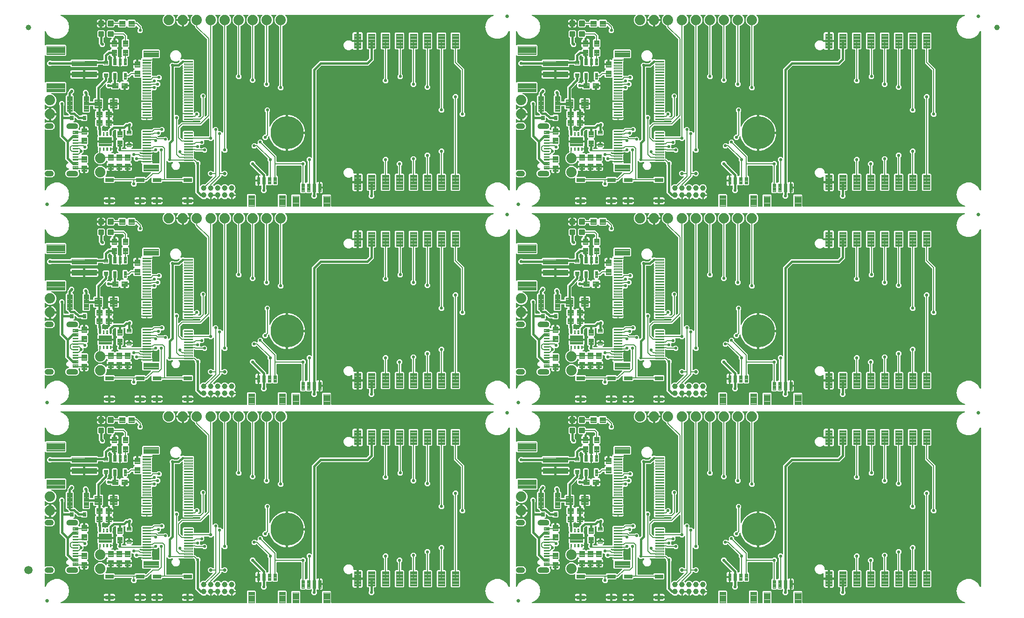
<source format=gtl>
G04 EAGLE Gerber RS-274X export*
G75*
%MOMM*%
%FSLAX34Y34*%
%LPD*%
%INTop Copper*%
%IPPOS*%
%AMOC8*
5,1,8,0,0,1.08239X$1,22.5*%
G01*
%ADD10C,0.102000*%
%ADD11C,0.654000*%
%ADD12C,0.100000*%
%ADD13C,0.635000*%
%ADD14C,0.099059*%
%ADD15C,6.000000*%
%ADD16C,0.300000*%
%ADD17C,0.096000*%
%ADD18C,0.098000*%
%ADD19C,1.879600*%
%ADD20C,0.100800*%
%ADD21C,0.099000*%
%ADD22C,0.104000*%
%ADD23C,1.000000*%
%ADD24C,1.500000*%
%ADD25C,0.203200*%
%ADD26C,0.558800*%
%ADD27C,0.406400*%

G36*
X369410Y363737D02*
X369410Y363737D01*
X369468Y363735D01*
X369550Y363757D01*
X369634Y363769D01*
X369687Y363792D01*
X369743Y363807D01*
X369816Y363850D01*
X369893Y363885D01*
X369938Y363923D01*
X369988Y363952D01*
X370046Y364014D01*
X370110Y364068D01*
X370142Y364117D01*
X370182Y364160D01*
X370221Y364235D01*
X370268Y364305D01*
X370285Y364361D01*
X370312Y364413D01*
X370323Y364481D01*
X370353Y364576D01*
X370356Y364676D01*
X370367Y364744D01*
X370367Y385291D01*
X371839Y386763D01*
X384961Y386763D01*
X386433Y385291D01*
X386433Y364744D01*
X386441Y364686D01*
X386439Y364628D01*
X386461Y364546D01*
X386473Y364462D01*
X386496Y364409D01*
X386511Y364353D01*
X386554Y364280D01*
X386589Y364203D01*
X386627Y364158D01*
X386656Y364108D01*
X386718Y364050D01*
X386772Y363986D01*
X386821Y363954D01*
X386864Y363914D01*
X386939Y363875D01*
X387009Y363828D01*
X387065Y363811D01*
X387117Y363784D01*
X387185Y363773D01*
X387280Y363743D01*
X387380Y363740D01*
X387448Y363729D01*
X425352Y363729D01*
X425410Y363737D01*
X425468Y363735D01*
X425550Y363757D01*
X425634Y363769D01*
X425687Y363792D01*
X425743Y363807D01*
X425816Y363850D01*
X425893Y363885D01*
X425938Y363923D01*
X425988Y363952D01*
X426046Y364014D01*
X426110Y364068D01*
X426142Y364117D01*
X426182Y364160D01*
X426221Y364235D01*
X426268Y364305D01*
X426285Y364361D01*
X426312Y364413D01*
X426323Y364481D01*
X426353Y364576D01*
X426356Y364676D01*
X426367Y364744D01*
X426367Y385291D01*
X427839Y386763D01*
X440961Y386763D01*
X442433Y385291D01*
X442433Y364744D01*
X442441Y364686D01*
X442439Y364628D01*
X442461Y364546D01*
X442473Y364462D01*
X442496Y364409D01*
X442511Y364353D01*
X442554Y364280D01*
X442589Y364203D01*
X442627Y364158D01*
X442656Y364108D01*
X442718Y364050D01*
X442772Y363986D01*
X442821Y363954D01*
X442864Y363914D01*
X442939Y363875D01*
X443009Y363828D01*
X443065Y363811D01*
X443117Y363784D01*
X443185Y363773D01*
X443280Y363743D01*
X443380Y363740D01*
X443448Y363729D01*
X450412Y363729D01*
X450470Y363737D01*
X450528Y363735D01*
X450610Y363757D01*
X450694Y363769D01*
X450747Y363792D01*
X450803Y363807D01*
X450876Y363850D01*
X450953Y363885D01*
X450998Y363923D01*
X451048Y363952D01*
X451106Y364014D01*
X451170Y364068D01*
X451202Y364117D01*
X451242Y364160D01*
X451281Y364235D01*
X451328Y364305D01*
X451345Y364361D01*
X451372Y364413D01*
X451383Y364481D01*
X451413Y364576D01*
X451416Y364676D01*
X451427Y364744D01*
X451427Y384961D01*
X452899Y386433D01*
X466021Y386433D01*
X467493Y384961D01*
X467493Y364744D01*
X467501Y364686D01*
X467499Y364628D01*
X467521Y364546D01*
X467533Y364462D01*
X467556Y364409D01*
X467571Y364353D01*
X467614Y364280D01*
X467649Y364203D01*
X467687Y364158D01*
X467716Y364108D01*
X467778Y364050D01*
X467832Y363986D01*
X467881Y363954D01*
X467924Y363914D01*
X467999Y363875D01*
X468069Y363828D01*
X468125Y363811D01*
X468177Y363784D01*
X468245Y363773D01*
X468340Y363743D01*
X468440Y363740D01*
X468508Y363729D01*
X506412Y363729D01*
X506470Y363737D01*
X506528Y363735D01*
X506610Y363757D01*
X506694Y363769D01*
X506747Y363792D01*
X506803Y363807D01*
X506876Y363850D01*
X506953Y363885D01*
X506998Y363923D01*
X507048Y363952D01*
X507106Y364014D01*
X507170Y364068D01*
X507202Y364117D01*
X507242Y364160D01*
X507281Y364235D01*
X507328Y364305D01*
X507345Y364361D01*
X507372Y364413D01*
X507383Y364481D01*
X507413Y364576D01*
X507416Y364676D01*
X507427Y364744D01*
X507427Y384961D01*
X508899Y386433D01*
X522021Y386433D01*
X523493Y384961D01*
X523493Y364744D01*
X523501Y364686D01*
X523499Y364628D01*
X523521Y364546D01*
X523533Y364462D01*
X523556Y364409D01*
X523571Y364353D01*
X523614Y364280D01*
X523649Y364203D01*
X523687Y364158D01*
X523716Y364108D01*
X523778Y364050D01*
X523832Y363986D01*
X523881Y363954D01*
X523924Y363914D01*
X523999Y363875D01*
X524069Y363828D01*
X524125Y363811D01*
X524177Y363784D01*
X524245Y363773D01*
X524340Y363743D01*
X524440Y363740D01*
X524508Y363729D01*
X818025Y363729D01*
X818132Y363744D01*
X818239Y363752D01*
X818272Y363764D01*
X818306Y363769D01*
X818405Y363813D01*
X818506Y363850D01*
X818534Y363871D01*
X818566Y363885D01*
X818648Y363955D01*
X818735Y364018D01*
X818756Y364046D01*
X818783Y364068D01*
X818842Y364158D01*
X818908Y364244D01*
X818921Y364276D01*
X818940Y364305D01*
X818973Y364408D01*
X819012Y364508D01*
X819016Y364543D01*
X819026Y364576D01*
X819029Y364684D01*
X819039Y364791D01*
X819033Y364826D01*
X819033Y364860D01*
X819006Y364965D01*
X818986Y365071D01*
X818970Y365102D01*
X818962Y365135D01*
X818907Y365228D01*
X818858Y365324D01*
X818834Y365350D01*
X818816Y365380D01*
X818738Y365454D01*
X818664Y365533D01*
X818637Y365548D01*
X818609Y365574D01*
X818418Y365672D01*
X818372Y365698D01*
X814538Y367093D01*
X808705Y371988D01*
X804898Y378582D01*
X803576Y386080D01*
X804898Y393578D01*
X808705Y400172D01*
X814538Y405067D01*
X821693Y407671D01*
X829307Y407671D01*
X836462Y405067D01*
X842295Y400172D01*
X845957Y393829D01*
X845969Y393814D01*
X845977Y393796D01*
X846056Y393702D01*
X846132Y393605D01*
X846148Y393594D01*
X846161Y393579D01*
X846263Y393511D01*
X846362Y393439D01*
X846381Y393432D01*
X846397Y393421D01*
X846514Y393384D01*
X846630Y393343D01*
X846650Y393341D01*
X846668Y393336D01*
X846791Y393332D01*
X846914Y393325D01*
X846933Y393329D01*
X846952Y393328D01*
X847071Y393359D01*
X847191Y393386D01*
X847209Y393395D01*
X847227Y393400D01*
X847333Y393463D01*
X847441Y393522D01*
X847455Y393535D01*
X847472Y393545D01*
X847556Y393635D01*
X847643Y393721D01*
X847653Y393738D01*
X847666Y393753D01*
X847722Y393862D01*
X847782Y393969D01*
X847787Y393988D01*
X847796Y394006D01*
X847808Y394078D01*
X847847Y394246D01*
X847845Y394297D01*
X847851Y394337D01*
X847851Y682623D01*
X847849Y682643D01*
X847851Y682662D01*
X847829Y682783D01*
X847811Y682905D01*
X847803Y682922D01*
X847800Y682942D01*
X847745Y683052D01*
X847695Y683164D01*
X847683Y683179D01*
X847674Y683197D01*
X847591Y683287D01*
X847512Y683381D01*
X847495Y683392D01*
X847482Y683406D01*
X847377Y683471D01*
X847275Y683539D01*
X847256Y683545D01*
X847240Y683555D01*
X847121Y683587D01*
X847004Y683624D01*
X846984Y683625D01*
X846965Y683630D01*
X846843Y683629D01*
X846720Y683632D01*
X846701Y683627D01*
X846681Y683626D01*
X846563Y683591D01*
X846445Y683560D01*
X846428Y683550D01*
X846409Y683544D01*
X846306Y683477D01*
X846200Y683415D01*
X846187Y683400D01*
X846170Y683390D01*
X846124Y683333D01*
X846006Y683207D01*
X845982Y683162D01*
X845957Y683131D01*
X842295Y676788D01*
X836462Y671893D01*
X829307Y669289D01*
X821693Y669289D01*
X814538Y671893D01*
X808705Y676788D01*
X804898Y683382D01*
X803576Y690880D01*
X804898Y698378D01*
X808705Y704972D01*
X814538Y709867D01*
X818372Y711262D01*
X818467Y711313D01*
X818566Y711357D01*
X818592Y711379D01*
X818623Y711396D01*
X818700Y711471D01*
X818783Y711541D01*
X818802Y711569D01*
X818827Y711594D01*
X818881Y711687D01*
X818940Y711777D01*
X818951Y711810D01*
X818968Y711840D01*
X818994Y711945D01*
X819026Y712048D01*
X819027Y712083D01*
X819035Y712117D01*
X819031Y712224D01*
X819033Y712332D01*
X819025Y712366D01*
X819023Y712401D01*
X818989Y712503D01*
X818962Y712607D01*
X818944Y712637D01*
X818933Y712670D01*
X818871Y712759D01*
X818816Y712852D01*
X818791Y712876D01*
X818771Y712904D01*
X818688Y712972D01*
X818609Y713046D01*
X818578Y713062D01*
X818551Y713084D01*
X818452Y713127D01*
X818356Y713176D01*
X818325Y713181D01*
X818290Y713196D01*
X818077Y713222D01*
X818025Y713231D01*
X440765Y713231D01*
X440736Y713227D01*
X440707Y713230D01*
X440596Y713207D01*
X440484Y713191D01*
X440457Y713179D01*
X440428Y713174D01*
X440328Y713121D01*
X440224Y713075D01*
X440202Y713056D01*
X440176Y713043D01*
X440094Y712965D01*
X440007Y712892D01*
X439991Y712867D01*
X439970Y712847D01*
X439913Y712749D01*
X439850Y712655D01*
X439841Y712627D01*
X439826Y712602D01*
X439798Y712492D01*
X439764Y712384D01*
X439763Y712354D01*
X439756Y712326D01*
X439760Y712213D01*
X439757Y712100D01*
X439764Y712071D01*
X439765Y712042D01*
X439800Y711934D01*
X439828Y711825D01*
X439843Y711799D01*
X439852Y711771D01*
X439898Y711707D01*
X439974Y711580D01*
X440019Y711537D01*
X440047Y711498D01*
X441491Y710055D01*
X443231Y705854D01*
X443231Y701306D01*
X441490Y697105D01*
X438275Y693890D01*
X435475Y692730D01*
X435474Y692729D01*
X435473Y692729D01*
X435354Y692658D01*
X435231Y692585D01*
X435230Y692584D01*
X435228Y692583D01*
X435131Y692480D01*
X435035Y692379D01*
X435035Y692377D01*
X435034Y692376D01*
X434969Y692250D01*
X434905Y692126D01*
X434905Y692124D01*
X434904Y692123D01*
X434902Y692108D01*
X434850Y691847D01*
X434853Y691817D01*
X434849Y691792D01*
X434849Y584588D01*
X434861Y584501D01*
X434864Y584414D01*
X434881Y584361D01*
X434889Y584306D01*
X434924Y584227D01*
X434951Y584143D01*
X434979Y584104D01*
X435005Y584047D01*
X435101Y583934D01*
X435146Y583870D01*
X436627Y582389D01*
X436627Y578391D01*
X433799Y575563D01*
X429801Y575563D01*
X426973Y578391D01*
X426973Y582389D01*
X428454Y583870D01*
X428506Y583940D01*
X428566Y584004D01*
X428592Y584053D01*
X428625Y584097D01*
X428656Y584179D01*
X428696Y584257D01*
X428704Y584304D01*
X428726Y584363D01*
X428738Y584510D01*
X428751Y584588D01*
X428751Y691792D01*
X428751Y691793D01*
X428751Y691795D01*
X428732Y691930D01*
X428711Y692073D01*
X428711Y692075D01*
X428711Y692076D01*
X428654Y692202D01*
X428595Y692333D01*
X428594Y692334D01*
X428593Y692335D01*
X428503Y692442D01*
X428412Y692550D01*
X428410Y692551D01*
X428409Y692552D01*
X428396Y692560D01*
X428175Y692707D01*
X428146Y692717D01*
X428125Y692730D01*
X425325Y693890D01*
X422110Y697105D01*
X420369Y701306D01*
X420369Y705854D01*
X422109Y710055D01*
X423553Y711498D01*
X423570Y711522D01*
X423593Y711541D01*
X423655Y711635D01*
X423724Y711725D01*
X423734Y711753D01*
X423750Y711777D01*
X423784Y711885D01*
X423825Y711991D01*
X423827Y712020D01*
X423836Y712048D01*
X423839Y712162D01*
X423848Y712274D01*
X423843Y712303D01*
X423843Y712332D01*
X423815Y712442D01*
X423792Y712553D01*
X423779Y712579D01*
X423772Y712607D01*
X423714Y712705D01*
X423661Y712805D01*
X423641Y712827D01*
X423626Y712852D01*
X423544Y712929D01*
X423466Y713011D01*
X423440Y713026D01*
X423419Y713046D01*
X423318Y713098D01*
X423220Y713155D01*
X423192Y713162D01*
X423166Y713176D01*
X423088Y713189D01*
X422945Y713225D01*
X422882Y713223D01*
X422835Y713231D01*
X415365Y713231D01*
X415336Y713227D01*
X415307Y713230D01*
X415196Y713207D01*
X415084Y713191D01*
X415057Y713179D01*
X415028Y713174D01*
X414928Y713121D01*
X414824Y713075D01*
X414802Y713056D01*
X414776Y713043D01*
X414694Y712965D01*
X414607Y712892D01*
X414591Y712867D01*
X414570Y712847D01*
X414513Y712749D01*
X414450Y712655D01*
X414441Y712627D01*
X414426Y712602D01*
X414398Y712492D01*
X414364Y712384D01*
X414363Y712354D01*
X414356Y712326D01*
X414360Y712213D01*
X414357Y712100D01*
X414364Y712071D01*
X414365Y712042D01*
X414400Y711934D01*
X414428Y711825D01*
X414443Y711799D01*
X414452Y711771D01*
X414498Y711707D01*
X414574Y711580D01*
X414619Y711537D01*
X414647Y711498D01*
X416091Y710055D01*
X417831Y705854D01*
X417831Y701306D01*
X416090Y697105D01*
X412875Y693889D01*
X409948Y692677D01*
X409947Y692676D01*
X409946Y692676D01*
X409825Y692605D01*
X409704Y692533D01*
X409703Y692532D01*
X409701Y692531D01*
X409601Y692424D01*
X409508Y692326D01*
X409508Y692325D01*
X409507Y692324D01*
X409442Y692198D01*
X409378Y692073D01*
X409378Y692072D01*
X409377Y692070D01*
X409375Y692056D01*
X409323Y691794D01*
X409326Y691764D01*
X409322Y691739D01*
X409322Y591065D01*
X409334Y590978D01*
X409337Y590891D01*
X409354Y590838D01*
X409362Y590783D01*
X409397Y590704D01*
X409424Y590620D01*
X409452Y590581D01*
X409478Y590524D01*
X409574Y590411D01*
X409619Y590347D01*
X411100Y588866D01*
X411100Y584868D01*
X408272Y582040D01*
X404274Y582040D01*
X401446Y584868D01*
X401446Y588866D01*
X402927Y590347D01*
X402979Y590417D01*
X403039Y590481D01*
X403065Y590530D01*
X403098Y590574D01*
X403129Y590656D01*
X403169Y590734D01*
X403177Y590781D01*
X403199Y590840D01*
X403211Y590987D01*
X403224Y591065D01*
X403224Y691845D01*
X403224Y691846D01*
X403224Y691848D01*
X403204Y691988D01*
X403184Y692126D01*
X403184Y692127D01*
X403184Y692129D01*
X403129Y692250D01*
X403068Y692385D01*
X403067Y692387D01*
X403066Y692388D01*
X402979Y692491D01*
X402885Y692602D01*
X402883Y692603D01*
X402882Y692605D01*
X402869Y692613D01*
X402648Y692760D01*
X402619Y692769D01*
X402598Y692783D01*
X399925Y693889D01*
X396710Y697105D01*
X394969Y701306D01*
X394969Y705854D01*
X396709Y710055D01*
X398153Y711498D01*
X398170Y711522D01*
X398193Y711541D01*
X398255Y711635D01*
X398324Y711725D01*
X398334Y711753D01*
X398350Y711777D01*
X398384Y711885D01*
X398425Y711991D01*
X398427Y712020D01*
X398436Y712048D01*
X398439Y712162D01*
X398448Y712274D01*
X398443Y712303D01*
X398443Y712332D01*
X398415Y712442D01*
X398392Y712553D01*
X398379Y712579D01*
X398372Y712607D01*
X398314Y712705D01*
X398261Y712805D01*
X398241Y712827D01*
X398226Y712852D01*
X398144Y712929D01*
X398066Y713011D01*
X398040Y713026D01*
X398019Y713046D01*
X397918Y713098D01*
X397820Y713155D01*
X397792Y713162D01*
X397766Y713176D01*
X397688Y713189D01*
X397545Y713225D01*
X397482Y713223D01*
X397435Y713231D01*
X389965Y713231D01*
X389936Y713227D01*
X389907Y713230D01*
X389796Y713207D01*
X389684Y713191D01*
X389657Y713179D01*
X389628Y713174D01*
X389528Y713121D01*
X389424Y713075D01*
X389402Y713056D01*
X389376Y713043D01*
X389294Y712965D01*
X389207Y712892D01*
X389191Y712867D01*
X389170Y712847D01*
X389113Y712749D01*
X389050Y712655D01*
X389041Y712627D01*
X389026Y712602D01*
X388998Y712492D01*
X388964Y712384D01*
X388963Y712354D01*
X388956Y712326D01*
X388960Y712213D01*
X388957Y712100D01*
X388964Y712071D01*
X388965Y712042D01*
X389000Y711934D01*
X389028Y711825D01*
X389043Y711799D01*
X389052Y711771D01*
X389098Y711707D01*
X389174Y711580D01*
X389219Y711537D01*
X389247Y711498D01*
X390691Y710055D01*
X392431Y705854D01*
X392431Y701306D01*
X390690Y697105D01*
X387475Y693890D01*
X384675Y692730D01*
X384674Y692729D01*
X384673Y692729D01*
X384554Y692658D01*
X384431Y692585D01*
X384430Y692584D01*
X384428Y692583D01*
X384331Y692480D01*
X384235Y692379D01*
X384235Y692377D01*
X384234Y692376D01*
X384169Y692250D01*
X384105Y692126D01*
X384105Y692124D01*
X384104Y692123D01*
X384102Y692108D01*
X384050Y691847D01*
X384053Y691817D01*
X384049Y691792D01*
X384049Y598558D01*
X384061Y598471D01*
X384064Y598384D01*
X384081Y598331D01*
X384089Y598276D01*
X384124Y598197D01*
X384151Y598113D01*
X384179Y598074D01*
X384205Y598017D01*
X384301Y597904D01*
X384346Y597840D01*
X385827Y596359D01*
X385827Y592361D01*
X382999Y589533D01*
X379001Y589533D01*
X376173Y592361D01*
X376173Y596359D01*
X377654Y597840D01*
X377706Y597910D01*
X377766Y597974D01*
X377792Y598023D01*
X377825Y598067D01*
X377856Y598149D01*
X377896Y598227D01*
X377904Y598274D01*
X377926Y598333D01*
X377938Y598480D01*
X377951Y598558D01*
X377951Y691792D01*
X377951Y691793D01*
X377951Y691795D01*
X377932Y691930D01*
X377911Y692073D01*
X377911Y692075D01*
X377911Y692076D01*
X377854Y692202D01*
X377795Y692333D01*
X377794Y692334D01*
X377793Y692335D01*
X377703Y692442D01*
X377612Y692550D01*
X377610Y692551D01*
X377609Y692552D01*
X377596Y692560D01*
X377375Y692707D01*
X377346Y692717D01*
X377325Y692730D01*
X374525Y693890D01*
X371310Y697105D01*
X369569Y701306D01*
X369569Y705854D01*
X371309Y710055D01*
X372753Y711498D01*
X372770Y711522D01*
X372793Y711541D01*
X372855Y711635D01*
X372924Y711725D01*
X372934Y711753D01*
X372950Y711777D01*
X372984Y711885D01*
X373025Y711991D01*
X373027Y712020D01*
X373036Y712048D01*
X373039Y712162D01*
X373048Y712274D01*
X373043Y712303D01*
X373043Y712332D01*
X373015Y712442D01*
X372992Y712553D01*
X372979Y712579D01*
X372972Y712607D01*
X372914Y712705D01*
X372861Y712805D01*
X372841Y712827D01*
X372826Y712852D01*
X372744Y712929D01*
X372666Y713011D01*
X372640Y713026D01*
X372619Y713046D01*
X372518Y713098D01*
X372420Y713155D01*
X372392Y713162D01*
X372366Y713176D01*
X372288Y713189D01*
X372145Y713225D01*
X372082Y713223D01*
X372035Y713231D01*
X364565Y713231D01*
X364536Y713227D01*
X364507Y713230D01*
X364396Y713207D01*
X364284Y713191D01*
X364257Y713179D01*
X364228Y713174D01*
X364128Y713121D01*
X364024Y713075D01*
X364002Y713056D01*
X363976Y713043D01*
X363894Y712965D01*
X363807Y712892D01*
X363791Y712867D01*
X363770Y712847D01*
X363713Y712749D01*
X363650Y712655D01*
X363641Y712627D01*
X363626Y712602D01*
X363598Y712492D01*
X363564Y712384D01*
X363563Y712354D01*
X363556Y712326D01*
X363560Y712213D01*
X363557Y712100D01*
X363564Y712071D01*
X363565Y712042D01*
X363600Y711934D01*
X363628Y711825D01*
X363643Y711799D01*
X363652Y711771D01*
X363698Y711707D01*
X363774Y711580D01*
X363819Y711537D01*
X363847Y711498D01*
X365291Y710055D01*
X367031Y705854D01*
X367031Y701306D01*
X365290Y697105D01*
X362075Y693890D01*
X359275Y692730D01*
X359274Y692729D01*
X359273Y692729D01*
X359154Y692658D01*
X359031Y692585D01*
X359030Y692584D01*
X359028Y692583D01*
X358931Y692480D01*
X358835Y692379D01*
X358835Y692377D01*
X358834Y692376D01*
X358769Y692250D01*
X358705Y692126D01*
X358705Y692124D01*
X358704Y692123D01*
X358702Y692108D01*
X358650Y691847D01*
X358653Y691817D01*
X358649Y691792D01*
X358649Y604908D01*
X358661Y604821D01*
X358664Y604734D01*
X358681Y604681D01*
X358689Y604626D01*
X358724Y604547D01*
X358751Y604463D01*
X358779Y604424D01*
X358805Y604367D01*
X358901Y604254D01*
X358946Y604190D01*
X360427Y602709D01*
X360427Y598711D01*
X357599Y595883D01*
X353601Y595883D01*
X350773Y598711D01*
X350773Y602709D01*
X352254Y604190D01*
X352306Y604260D01*
X352366Y604324D01*
X352392Y604373D01*
X352425Y604417D01*
X352456Y604499D01*
X352496Y604577D01*
X352504Y604624D01*
X352526Y604683D01*
X352538Y604830D01*
X352551Y604908D01*
X352551Y691792D01*
X352551Y691793D01*
X352551Y691795D01*
X352532Y691930D01*
X352511Y692073D01*
X352511Y692075D01*
X352511Y692076D01*
X352454Y692202D01*
X352395Y692333D01*
X352394Y692334D01*
X352393Y692335D01*
X352303Y692442D01*
X352212Y692550D01*
X352210Y692551D01*
X352209Y692552D01*
X352196Y692560D01*
X351975Y692707D01*
X351946Y692717D01*
X351925Y692730D01*
X349125Y693890D01*
X345910Y697105D01*
X344169Y701306D01*
X344169Y705854D01*
X345909Y710055D01*
X347353Y711498D01*
X347370Y711522D01*
X347393Y711541D01*
X347455Y711635D01*
X347524Y711725D01*
X347534Y711753D01*
X347550Y711777D01*
X347584Y711885D01*
X347625Y711991D01*
X347627Y712020D01*
X347636Y712048D01*
X347639Y712162D01*
X347648Y712274D01*
X347643Y712303D01*
X347643Y712332D01*
X347615Y712442D01*
X347592Y712553D01*
X347579Y712579D01*
X347572Y712607D01*
X347514Y712705D01*
X347461Y712805D01*
X347441Y712827D01*
X347426Y712852D01*
X347344Y712929D01*
X347266Y713011D01*
X347240Y713026D01*
X347219Y713046D01*
X347118Y713098D01*
X347020Y713155D01*
X346992Y713162D01*
X346966Y713176D01*
X346888Y713189D01*
X346745Y713225D01*
X346682Y713223D01*
X346635Y713231D01*
X339165Y713231D01*
X339136Y713227D01*
X339107Y713230D01*
X338996Y713207D01*
X338884Y713191D01*
X338857Y713179D01*
X338828Y713174D01*
X338728Y713121D01*
X338624Y713075D01*
X338602Y713056D01*
X338576Y713043D01*
X338494Y712965D01*
X338407Y712892D01*
X338391Y712867D01*
X338370Y712847D01*
X338313Y712749D01*
X338250Y712655D01*
X338241Y712627D01*
X338226Y712602D01*
X338198Y712492D01*
X338164Y712384D01*
X338163Y712354D01*
X338156Y712326D01*
X338160Y712213D01*
X338157Y712100D01*
X338164Y712071D01*
X338165Y712042D01*
X338200Y711934D01*
X338228Y711825D01*
X338243Y711799D01*
X338252Y711771D01*
X338298Y711707D01*
X338374Y711580D01*
X338419Y711537D01*
X338447Y711498D01*
X339891Y710055D01*
X341631Y705854D01*
X341631Y701306D01*
X339890Y697105D01*
X336675Y693890D01*
X333875Y692730D01*
X333874Y692729D01*
X333873Y692729D01*
X333754Y692658D01*
X333631Y692585D01*
X333630Y692584D01*
X333628Y692583D01*
X333531Y692480D01*
X333435Y692379D01*
X333435Y692377D01*
X333434Y692376D01*
X333369Y692250D01*
X333305Y692126D01*
X333305Y692124D01*
X333304Y692123D01*
X333302Y692108D01*
X333250Y691847D01*
X333253Y691817D01*
X333249Y691792D01*
X333249Y471201D01*
X333261Y471114D01*
X333264Y471027D01*
X333281Y470974D01*
X333289Y470919D01*
X333324Y470840D01*
X333351Y470756D01*
X333379Y470717D01*
X333405Y470660D01*
X333501Y470547D01*
X333546Y470483D01*
X335027Y469002D01*
X335027Y465004D01*
X332199Y462176D01*
X328201Y462176D01*
X325711Y464666D01*
X325687Y464684D01*
X325668Y464706D01*
X325574Y464769D01*
X325484Y464837D01*
X325456Y464847D01*
X325432Y464864D01*
X325324Y464898D01*
X325218Y464938D01*
X325189Y464941D01*
X325161Y464950D01*
X325047Y464952D01*
X324935Y464962D01*
X324906Y464956D01*
X324877Y464957D01*
X324767Y464928D01*
X324656Y464906D01*
X324630Y464892D01*
X324602Y464885D01*
X324504Y464827D01*
X324404Y464775D01*
X324382Y464755D01*
X324357Y464740D01*
X324280Y464657D01*
X324198Y464579D01*
X324183Y464554D01*
X324163Y464532D01*
X324111Y464432D01*
X324054Y464334D01*
X324047Y464305D01*
X324033Y464279D01*
X324020Y464202D01*
X323984Y464058D01*
X323986Y463996D01*
X323978Y463948D01*
X323978Y428244D01*
X323986Y428186D01*
X323984Y428128D01*
X324006Y428046D01*
X324018Y427962D01*
X324041Y427909D01*
X324056Y427853D01*
X324099Y427780D01*
X324134Y427703D01*
X324172Y427658D01*
X324201Y427608D01*
X324263Y427550D01*
X324317Y427486D01*
X324366Y427454D01*
X324409Y427414D01*
X324484Y427375D01*
X324554Y427328D01*
X324610Y427311D01*
X324662Y427284D01*
X324730Y427273D01*
X324825Y427243D01*
X324925Y427240D01*
X324993Y427229D01*
X325463Y427229D01*
X325550Y427241D01*
X325637Y427244D01*
X325690Y427261D01*
X325745Y427269D01*
X325825Y427304D01*
X325908Y427331D01*
X325947Y427359D01*
X326004Y427385D01*
X326118Y427481D01*
X326181Y427526D01*
X327250Y428595D01*
X329164Y429388D01*
X331236Y429388D01*
X333150Y428595D01*
X334615Y427130D01*
X335408Y425216D01*
X335408Y423144D01*
X334615Y421230D01*
X333150Y419765D01*
X331236Y418972D01*
X329164Y418972D01*
X327250Y419765D01*
X326181Y420834D01*
X326111Y420886D01*
X326048Y420946D01*
X325998Y420972D01*
X325954Y421005D01*
X325872Y421036D01*
X325794Y421076D01*
X325747Y421084D01*
X325688Y421106D01*
X325541Y421118D01*
X325463Y421131D01*
X324993Y421131D01*
X324935Y421123D01*
X324877Y421125D01*
X324795Y421103D01*
X324711Y421091D01*
X324658Y421068D01*
X324602Y421053D01*
X324529Y421010D01*
X324452Y420975D01*
X324407Y420937D01*
X324357Y420908D01*
X324299Y420846D01*
X324235Y420792D01*
X324203Y420743D01*
X324163Y420700D01*
X324124Y420625D01*
X324077Y420555D01*
X324060Y420499D01*
X324033Y420447D01*
X324022Y420379D01*
X323992Y420284D01*
X323989Y420184D01*
X323978Y420116D01*
X323978Y418726D01*
X321895Y416643D01*
X321894Y416643D01*
X309472Y404220D01*
X309436Y404173D01*
X309394Y404133D01*
X309351Y404060D01*
X309301Y403993D01*
X309280Y403938D01*
X309250Y403888D01*
X309230Y403806D01*
X309199Y403727D01*
X309195Y403669D01*
X309180Y403612D01*
X309183Y403528D01*
X309176Y403444D01*
X309187Y403387D01*
X309189Y403328D01*
X309215Y403248D01*
X309232Y403165D01*
X309259Y403113D01*
X309277Y403058D01*
X309317Y403001D01*
X309363Y402913D01*
X309431Y402841D01*
X309472Y402784D01*
X310432Y401824D01*
X310479Y401789D01*
X310519Y401746D01*
X310592Y401703D01*
X310659Y401653D01*
X310714Y401632D01*
X310764Y401602D01*
X310846Y401582D01*
X310925Y401552D01*
X310983Y401547D01*
X311040Y401532D01*
X311124Y401535D01*
X311208Y401528D01*
X311266Y401540D01*
X311324Y401541D01*
X311404Y401567D01*
X311487Y401584D01*
X311539Y401611D01*
X311595Y401629D01*
X311651Y401669D01*
X311739Y401715D01*
X311812Y401784D01*
X311868Y401824D01*
X313516Y403472D01*
X316101Y404543D01*
X318899Y404543D01*
X321484Y403472D01*
X323132Y401824D01*
X323179Y401789D01*
X323219Y401746D01*
X323292Y401703D01*
X323359Y401653D01*
X323414Y401632D01*
X323464Y401602D01*
X323546Y401582D01*
X323625Y401552D01*
X323683Y401547D01*
X323740Y401532D01*
X323824Y401535D01*
X323908Y401528D01*
X323966Y401540D01*
X324024Y401541D01*
X324104Y401567D01*
X324187Y401584D01*
X324239Y401611D01*
X324295Y401629D01*
X324351Y401669D01*
X324439Y401715D01*
X324512Y401784D01*
X324568Y401824D01*
X326216Y403472D01*
X328801Y404543D01*
X331599Y404543D01*
X334184Y403472D01*
X335832Y401824D01*
X335879Y401789D01*
X335919Y401746D01*
X335992Y401703D01*
X336059Y401653D01*
X336114Y401632D01*
X336164Y401602D01*
X336246Y401582D01*
X336325Y401552D01*
X336383Y401547D01*
X336440Y401532D01*
X336524Y401535D01*
X336608Y401528D01*
X336666Y401540D01*
X336724Y401541D01*
X336804Y401567D01*
X336887Y401584D01*
X336939Y401611D01*
X336995Y401629D01*
X337051Y401669D01*
X337139Y401715D01*
X337212Y401784D01*
X337268Y401824D01*
X338916Y403472D01*
X341501Y404543D01*
X344299Y404543D01*
X346884Y403472D01*
X348862Y401494D01*
X349933Y398909D01*
X349933Y396111D01*
X348862Y393526D01*
X347560Y392225D01*
X347551Y392212D01*
X347539Y392202D01*
X347466Y392099D01*
X347389Y391997D01*
X347384Y391983D01*
X347375Y391970D01*
X347333Y391850D01*
X347288Y391732D01*
X347287Y391716D01*
X347282Y391701D01*
X347275Y391575D01*
X347265Y391448D01*
X347268Y391433D01*
X347267Y391418D01*
X347296Y391293D01*
X347320Y391170D01*
X347328Y391156D01*
X347331Y391141D01*
X347393Y391030D01*
X347451Y390917D01*
X347462Y390906D01*
X347470Y390892D01*
X347520Y390845D01*
X347647Y390711D01*
X347685Y390689D01*
X348757Y389617D01*
X349582Y388382D01*
X350151Y387010D01*
X350336Y386079D01*
X343154Y386079D01*
X343096Y386071D01*
X343038Y386073D01*
X342956Y386051D01*
X342873Y386039D01*
X342819Y386016D01*
X342763Y386001D01*
X342690Y385958D01*
X342613Y385923D01*
X342569Y385885D01*
X342518Y385856D01*
X342461Y385794D01*
X342396Y385740D01*
X342364Y385691D01*
X342324Y385648D01*
X342285Y385573D01*
X342239Y385503D01*
X342231Y385479D01*
X342182Y385449D01*
X342105Y385415D01*
X342060Y385377D01*
X342010Y385347D01*
X341952Y385286D01*
X341888Y385231D01*
X341856Y385183D01*
X341816Y385140D01*
X341777Y385065D01*
X341730Y384995D01*
X341713Y384939D01*
X341686Y384887D01*
X341675Y384819D01*
X341645Y384724D01*
X341642Y384624D01*
X341631Y384556D01*
X341631Y377374D01*
X340700Y377559D01*
X339328Y378128D01*
X338093Y378953D01*
X337036Y380010D01*
X337030Y380021D01*
X336943Y380113D01*
X336858Y380208D01*
X336845Y380216D01*
X336834Y380227D01*
X336725Y380291D01*
X336617Y380359D01*
X336602Y380363D01*
X336589Y380371D01*
X336467Y380402D01*
X336344Y380437D01*
X336328Y380437D01*
X336313Y380441D01*
X336187Y380437D01*
X336060Y380437D01*
X336045Y380433D01*
X336029Y380432D01*
X335908Y380393D01*
X335787Y380358D01*
X335774Y380349D01*
X335759Y380345D01*
X335703Y380304D01*
X335546Y380206D01*
X335516Y380171D01*
X335485Y380150D01*
X334184Y378848D01*
X331599Y377777D01*
X328801Y377777D01*
X326216Y378848D01*
X324915Y380150D01*
X324902Y380159D01*
X324892Y380171D01*
X324789Y380244D01*
X324687Y380321D01*
X324673Y380326D01*
X324660Y380335D01*
X324540Y380377D01*
X324422Y380422D01*
X324406Y380423D01*
X324391Y380428D01*
X324265Y380435D01*
X324138Y380445D01*
X324123Y380442D01*
X324108Y380443D01*
X323984Y380414D01*
X323860Y380390D01*
X323846Y380382D01*
X323831Y380379D01*
X323720Y380317D01*
X323607Y380259D01*
X323596Y380248D01*
X323582Y380240D01*
X323535Y380190D01*
X323401Y380063D01*
X323379Y380025D01*
X322307Y378953D01*
X321072Y378128D01*
X319700Y377559D01*
X318769Y377374D01*
X318769Y384556D01*
X318761Y384614D01*
X318763Y384672D01*
X318741Y384754D01*
X318729Y384837D01*
X318706Y384891D01*
X318691Y384947D01*
X318648Y385020D01*
X318613Y385097D01*
X318575Y385141D01*
X318546Y385192D01*
X318484Y385249D01*
X318430Y385314D01*
X318381Y385346D01*
X318338Y385386D01*
X318263Y385425D01*
X318193Y385471D01*
X318169Y385479D01*
X318139Y385528D01*
X318105Y385605D01*
X318067Y385650D01*
X318037Y385700D01*
X317976Y385758D01*
X317921Y385822D01*
X317873Y385854D01*
X317830Y385894D01*
X317755Y385933D01*
X317685Y385980D01*
X317629Y385997D01*
X317577Y386024D01*
X317509Y386035D01*
X317414Y386065D01*
X317314Y386068D01*
X317246Y386079D01*
X305054Y386079D01*
X304996Y386071D01*
X304938Y386073D01*
X304856Y386051D01*
X304773Y386039D01*
X304719Y386016D01*
X304663Y386001D01*
X304590Y385958D01*
X304513Y385923D01*
X304469Y385885D01*
X304418Y385856D01*
X304361Y385794D01*
X304296Y385740D01*
X304264Y385691D01*
X304224Y385648D01*
X304185Y385573D01*
X304139Y385503D01*
X304131Y385479D01*
X304082Y385449D01*
X304005Y385415D01*
X303960Y385377D01*
X303910Y385347D01*
X303852Y385286D01*
X303788Y385231D01*
X303756Y385183D01*
X303716Y385140D01*
X303677Y385065D01*
X303630Y384995D01*
X303613Y384939D01*
X303586Y384887D01*
X303575Y384819D01*
X303545Y384724D01*
X303542Y384624D01*
X303531Y384556D01*
X303531Y377374D01*
X302600Y377559D01*
X301228Y378128D01*
X299993Y378953D01*
X298936Y380010D01*
X298930Y380021D01*
X298843Y380113D01*
X298758Y380208D01*
X298745Y380216D01*
X298734Y380227D01*
X298625Y380291D01*
X298517Y380359D01*
X298502Y380363D01*
X298489Y380371D01*
X298367Y380402D01*
X298244Y380437D01*
X298228Y380437D01*
X298213Y380441D01*
X298087Y380437D01*
X297960Y380437D01*
X297945Y380433D01*
X297929Y380432D01*
X297808Y380393D01*
X297687Y380358D01*
X297674Y380349D01*
X297659Y380345D01*
X297603Y380304D01*
X297446Y380206D01*
X297416Y380171D01*
X297385Y380150D01*
X296084Y378848D01*
X293499Y377777D01*
X290701Y377777D01*
X288116Y378848D01*
X286516Y380448D01*
X286447Y380500D01*
X286383Y380560D01*
X286333Y380586D01*
X286289Y380619D01*
X286207Y380650D01*
X286129Y380690D01*
X286082Y380698D01*
X286023Y380720D01*
X285876Y380732D01*
X285798Y380745D01*
X285336Y380745D01*
X276737Y389345D01*
X276737Y439917D01*
X276730Y439968D01*
X276730Y439989D01*
X276724Y440011D01*
X276722Y440091D01*
X276705Y440143D01*
X276697Y440198D01*
X276661Y440278D01*
X276634Y440361D01*
X276606Y440400D01*
X276581Y440458D01*
X276485Y440571D01*
X276439Y440635D01*
X275975Y441099D01*
X275975Y443193D01*
X275963Y443280D01*
X275960Y443367D01*
X275943Y443420D01*
X275935Y443475D01*
X275899Y443554D01*
X275872Y443638D01*
X275844Y443677D01*
X275819Y443734D01*
X275723Y443847D01*
X275677Y443911D01*
X274455Y445134D01*
X274385Y445186D01*
X274321Y445246D01*
X274271Y445272D01*
X274227Y445305D01*
X274146Y445336D01*
X274068Y445376D01*
X274020Y445384D01*
X273962Y445406D01*
X273814Y445418D01*
X273737Y445431D01*
X273248Y445431D01*
X273161Y445419D01*
X273074Y445416D01*
X273021Y445399D01*
X272966Y445391D01*
X272886Y445356D01*
X272803Y445329D01*
X272764Y445301D01*
X272707Y445275D01*
X272594Y445179D01*
X272530Y445134D01*
X272343Y444947D01*
X255757Y444947D01*
X255570Y445134D01*
X255500Y445186D01*
X255436Y445246D01*
X255387Y445272D01*
X255343Y445305D01*
X255261Y445336D01*
X255183Y445376D01*
X255136Y445384D01*
X255077Y445406D01*
X254930Y445418D01*
X254852Y445431D01*
X247453Y445431D01*
X247424Y445427D01*
X247394Y445430D01*
X247283Y445407D01*
X247171Y445391D01*
X247144Y445379D01*
X247116Y445374D01*
X247015Y445321D01*
X246912Y445275D01*
X246889Y445256D01*
X246863Y445243D01*
X246781Y445165D01*
X246695Y445092D01*
X246678Y445067D01*
X246657Y445047D01*
X246600Y444949D01*
X246537Y444855D01*
X246528Y444827D01*
X246513Y444802D01*
X246486Y444692D01*
X246451Y444584D01*
X246451Y444554D01*
X246443Y444526D01*
X246447Y444413D01*
X246444Y444300D01*
X246451Y444271D01*
X246452Y444242D01*
X246487Y444134D01*
X246516Y444025D01*
X246531Y443999D01*
X246540Y443971D01*
X246586Y443907D01*
X246661Y443780D01*
X246707Y443737D01*
X246735Y443698D01*
X247686Y442747D01*
X248833Y439978D01*
X248833Y436982D01*
X247686Y434213D01*
X245567Y432094D01*
X242798Y430947D01*
X239802Y430947D01*
X237033Y432094D01*
X234914Y434213D01*
X233767Y436982D01*
X233767Y439978D01*
X234914Y442747D01*
X235865Y443698D01*
X235883Y443722D01*
X235905Y443741D01*
X235968Y443835D01*
X236036Y443925D01*
X236047Y443953D01*
X236063Y443977D01*
X236097Y444085D01*
X236137Y444191D01*
X236140Y444220D01*
X236149Y444248D01*
X236152Y444361D01*
X236161Y444474D01*
X236155Y444503D01*
X236156Y444532D01*
X236127Y444642D01*
X236105Y444753D01*
X236091Y444779D01*
X236084Y444807D01*
X236026Y444905D01*
X235974Y445005D01*
X235954Y445027D01*
X235939Y445052D01*
X235856Y445129D01*
X235778Y445211D01*
X235753Y445226D01*
X235732Y445246D01*
X235631Y445298D01*
X235533Y445355D01*
X235505Y445362D01*
X235478Y445376D01*
X235401Y445389D01*
X235257Y445425D01*
X235195Y445423D01*
X235147Y445431D01*
X233238Y445431D01*
X233151Y445419D01*
X233064Y445416D01*
X233011Y445399D01*
X232956Y445391D01*
X232876Y445356D01*
X232793Y445329D01*
X232754Y445301D01*
X232697Y445275D01*
X232584Y445179D01*
X232520Y445134D01*
X232004Y444618D01*
X228006Y444618D01*
X225762Y446862D01*
X225738Y446880D01*
X225719Y446902D01*
X225625Y446965D01*
X225535Y447033D01*
X225507Y447043D01*
X225483Y447060D01*
X225375Y447094D01*
X225269Y447134D01*
X225240Y447137D01*
X225212Y447146D01*
X225098Y447148D01*
X224986Y447158D01*
X224957Y447152D01*
X224928Y447153D01*
X224818Y447124D01*
X224707Y447102D01*
X224681Y447088D01*
X224653Y447081D01*
X224555Y447023D01*
X224455Y446971D01*
X224433Y446951D01*
X224408Y446936D01*
X224331Y446853D01*
X224249Y446775D01*
X224234Y446750D01*
X224214Y446728D01*
X224162Y446628D01*
X224105Y446530D01*
X224098Y446501D01*
X224084Y446475D01*
X224071Y446398D01*
X224035Y446254D01*
X224037Y446192D01*
X224029Y446144D01*
X224029Y416814D01*
X224037Y416756D01*
X224035Y416698D01*
X224057Y416616D01*
X224069Y416532D01*
X224092Y416479D01*
X224107Y416423D01*
X224150Y416350D01*
X224185Y416273D01*
X224223Y416228D01*
X224252Y416178D01*
X224314Y416120D01*
X224368Y416056D01*
X224417Y416024D01*
X224460Y415984D01*
X224535Y415945D01*
X224605Y415898D01*
X224661Y415881D01*
X224713Y415854D01*
X224781Y415843D01*
X224876Y415813D01*
X224976Y415810D01*
X225044Y415799D01*
X252222Y415799D01*
X252280Y415807D01*
X252338Y415805D01*
X252420Y415827D01*
X252504Y415839D01*
X252557Y415862D01*
X252613Y415877D01*
X252686Y415920D01*
X252763Y415955D01*
X252808Y415993D01*
X252858Y416022D01*
X252916Y416084D01*
X252980Y416138D01*
X253012Y416187D01*
X253052Y416230D01*
X253091Y416305D01*
X253138Y416375D01*
X253155Y416431D01*
X253182Y416483D01*
X253193Y416551D01*
X253223Y416646D01*
X253226Y416746D01*
X253237Y416814D01*
X253237Y417112D01*
X254718Y418593D01*
X271062Y418593D01*
X272543Y417112D01*
X272543Y408388D01*
X271062Y406907D01*
X254718Y406907D01*
X253237Y408388D01*
X253237Y408686D01*
X253229Y408744D01*
X253231Y408802D01*
X253209Y408884D01*
X253197Y408968D01*
X253174Y409021D01*
X253159Y409077D01*
X253116Y409150D01*
X253081Y409227D01*
X253043Y409272D01*
X253014Y409322D01*
X252952Y409380D01*
X252898Y409444D01*
X252849Y409476D01*
X252806Y409516D01*
X252731Y409555D01*
X252661Y409602D01*
X252605Y409619D01*
X252553Y409646D01*
X252485Y409657D01*
X252390Y409687D01*
X252290Y409690D01*
X252222Y409701D01*
X217678Y409701D01*
X217620Y409693D01*
X217562Y409695D01*
X217480Y409673D01*
X217396Y409661D01*
X217343Y409638D01*
X217287Y409623D01*
X217214Y409580D01*
X217137Y409545D01*
X217092Y409507D01*
X217042Y409478D01*
X216984Y409416D01*
X216920Y409362D01*
X216888Y409313D01*
X216848Y409270D01*
X216809Y409195D01*
X216762Y409125D01*
X216745Y409069D01*
X216718Y409017D01*
X216707Y408949D01*
X216677Y408854D01*
X216674Y408754D01*
X216663Y408686D01*
X216663Y408388D01*
X215182Y406907D01*
X198838Y406907D01*
X197357Y408388D01*
X197357Y415526D01*
X197353Y415555D01*
X197356Y415584D01*
X197350Y415611D01*
X197351Y415623D01*
X197339Y415668D01*
X197333Y415695D01*
X197317Y415808D01*
X197305Y415834D01*
X197300Y415863D01*
X197248Y415964D01*
X197201Y416067D01*
X197182Y416089D01*
X197169Y416115D01*
X197091Y416197D01*
X197018Y416284D01*
X196993Y416300D01*
X196973Y416321D01*
X196875Y416379D01*
X196781Y416442D01*
X196753Y416450D01*
X196728Y416465D01*
X196618Y416493D01*
X196510Y416527D01*
X196480Y416528D01*
X196452Y416535D01*
X196339Y416532D01*
X196226Y416535D01*
X196197Y416527D01*
X196168Y416526D01*
X196060Y416491D01*
X195951Y416463D01*
X195925Y416448D01*
X195897Y416439D01*
X195834Y416393D01*
X195804Y416376D01*
X195782Y416366D01*
X195768Y416354D01*
X195706Y416318D01*
X195663Y416272D01*
X195624Y416244D01*
X189082Y409701D01*
X187198Y409701D01*
X187140Y409693D01*
X187082Y409695D01*
X187000Y409673D01*
X186916Y409661D01*
X186863Y409638D01*
X186807Y409623D01*
X186734Y409580D01*
X186657Y409545D01*
X186612Y409507D01*
X186562Y409478D01*
X186504Y409416D01*
X186440Y409362D01*
X186408Y409313D01*
X186368Y409270D01*
X186329Y409195D01*
X186282Y409125D01*
X186265Y409069D01*
X186238Y409017D01*
X186227Y408949D01*
X186197Y408854D01*
X186194Y408754D01*
X186183Y408686D01*
X186183Y408388D01*
X184702Y406907D01*
X170942Y406907D01*
X170884Y406899D01*
X170826Y406901D01*
X170744Y406879D01*
X170660Y406867D01*
X170607Y406844D01*
X170551Y406829D01*
X170478Y406786D01*
X170401Y406751D01*
X170356Y406713D01*
X170306Y406684D01*
X170248Y406622D01*
X170184Y406568D01*
X170152Y406519D01*
X170112Y406476D01*
X170073Y406401D01*
X170026Y406331D01*
X170009Y406275D01*
X169982Y406223D01*
X169971Y406155D01*
X169941Y406060D01*
X169938Y405960D01*
X169927Y405892D01*
X169927Y403131D01*
X167099Y400303D01*
X163101Y400303D01*
X160273Y403131D01*
X160273Y407129D01*
X161112Y407968D01*
X161130Y407992D01*
X161152Y408011D01*
X161215Y408105D01*
X161283Y408195D01*
X161293Y408223D01*
X161310Y408247D01*
X161344Y408355D01*
X161384Y408461D01*
X161387Y408490D01*
X161396Y408518D01*
X161398Y408632D01*
X161408Y408744D01*
X161402Y408773D01*
X161403Y408802D01*
X161374Y408912D01*
X161352Y409023D01*
X161338Y409049D01*
X161331Y409077D01*
X161273Y409175D01*
X161221Y409275D01*
X161201Y409297D01*
X161186Y409322D01*
X161103Y409399D01*
X161025Y409481D01*
X161000Y409496D01*
X160978Y409516D01*
X160877Y409568D01*
X160780Y409625D01*
X160751Y409632D01*
X160725Y409646D01*
X160648Y409659D01*
X160504Y409695D01*
X160442Y409693D01*
X160394Y409701D01*
X131318Y409701D01*
X131260Y409693D01*
X131202Y409695D01*
X131120Y409673D01*
X131036Y409661D01*
X130983Y409638D01*
X130927Y409623D01*
X130854Y409580D01*
X130777Y409545D01*
X130732Y409507D01*
X130682Y409478D01*
X130624Y409416D01*
X130560Y409362D01*
X130528Y409313D01*
X130488Y409270D01*
X130449Y409195D01*
X130402Y409125D01*
X130385Y409069D01*
X130358Y409017D01*
X130347Y408949D01*
X130317Y408854D01*
X130314Y408754D01*
X130303Y408686D01*
X130303Y408388D01*
X128822Y406907D01*
X112478Y406907D01*
X110997Y408388D01*
X110997Y415668D01*
X110981Y415782D01*
X110971Y415897D01*
X110961Y415922D01*
X110957Y415950D01*
X110910Y416055D01*
X110869Y416162D01*
X110853Y416184D01*
X110841Y416209D01*
X110767Y416297D01*
X110698Y416389D01*
X110675Y416405D01*
X110658Y416426D01*
X110562Y416490D01*
X110470Y416559D01*
X110444Y416569D01*
X110421Y416584D01*
X110311Y416619D01*
X110204Y416659D01*
X110176Y416661D01*
X110150Y416670D01*
X110035Y416673D01*
X109921Y416682D01*
X109896Y416676D01*
X109866Y416677D01*
X109609Y416610D01*
X109593Y416606D01*
X106414Y415289D01*
X101866Y415289D01*
X97665Y417030D01*
X94450Y420245D01*
X92709Y424446D01*
X92709Y428994D01*
X94450Y433195D01*
X97665Y436410D01*
X101866Y438151D01*
X106414Y438151D01*
X110615Y436411D01*
X113916Y433109D01*
X113940Y433092D01*
X113959Y433069D01*
X114053Y433007D01*
X114143Y432938D01*
X114171Y432928D01*
X114195Y432912D01*
X114303Y432878D01*
X114409Y432837D01*
X114438Y432835D01*
X114466Y432826D01*
X114580Y432823D01*
X114692Y432814D01*
X114721Y432819D01*
X114750Y432819D01*
X114860Y432847D01*
X114971Y432870D01*
X114997Y432883D01*
X115025Y432890D01*
X115123Y432948D01*
X115223Y433001D01*
X115245Y433021D01*
X115270Y433036D01*
X115347Y433118D01*
X115429Y433196D01*
X115444Y433222D01*
X115464Y433243D01*
X115516Y433344D01*
X115573Y433442D01*
X115580Y433470D01*
X115594Y433496D01*
X115607Y433574D01*
X115643Y433717D01*
X115641Y433780D01*
X115649Y433827D01*
X115649Y434849D01*
X121159Y434849D01*
X121159Y428839D01*
X118290Y428839D01*
X117516Y429046D01*
X117094Y429291D01*
X117057Y429305D01*
X117025Y429327D01*
X116926Y429358D01*
X116830Y429397D01*
X116791Y429401D01*
X116754Y429413D01*
X116650Y429415D01*
X116547Y429426D01*
X116509Y429419D01*
X116470Y429420D01*
X116370Y429394D01*
X116267Y429375D01*
X116232Y429358D01*
X116195Y429348D01*
X116106Y429295D01*
X116013Y429249D01*
X115984Y429223D01*
X115950Y429203D01*
X115879Y429127D01*
X115803Y429057D01*
X115782Y429024D01*
X115756Y428995D01*
X115708Y428903D01*
X115654Y428815D01*
X115644Y428777D01*
X115626Y428742D01*
X115613Y428666D01*
X115579Y428541D01*
X115580Y428466D01*
X115571Y428411D01*
X115571Y424446D01*
X113806Y420186D01*
X113741Y420099D01*
X113730Y420071D01*
X113714Y420047D01*
X113680Y419939D01*
X113639Y419833D01*
X113637Y419804D01*
X113628Y419776D01*
X113625Y419663D01*
X113616Y419550D01*
X113621Y419521D01*
X113621Y419492D01*
X113649Y419382D01*
X113671Y419271D01*
X113685Y419245D01*
X113692Y419217D01*
X113750Y419120D01*
X113802Y419019D01*
X113823Y418997D01*
X113838Y418972D01*
X113920Y418895D01*
X113998Y418813D01*
X114024Y418798D01*
X114045Y418778D01*
X114146Y418726D01*
X114243Y418669D01*
X114272Y418662D01*
X114298Y418648D01*
X114376Y418635D01*
X114519Y418599D01*
X114581Y418601D01*
X114629Y418593D01*
X128822Y418593D01*
X130303Y417112D01*
X130303Y416814D01*
X130311Y416756D01*
X130309Y416698D01*
X130331Y416616D01*
X130343Y416532D01*
X130366Y416479D01*
X130381Y416423D01*
X130424Y416350D01*
X130459Y416273D01*
X130497Y416228D01*
X130526Y416178D01*
X130588Y416120D01*
X130642Y416056D01*
X130691Y416024D01*
X130734Y415984D01*
X130809Y415945D01*
X130879Y415898D01*
X130935Y415881D01*
X130987Y415854D01*
X131055Y415843D01*
X131150Y415813D01*
X131250Y415810D01*
X131318Y415799D01*
X165862Y415799D01*
X165920Y415807D01*
X165978Y415805D01*
X166060Y415827D01*
X166144Y415839D01*
X166197Y415862D01*
X166253Y415877D01*
X166326Y415920D01*
X166403Y415955D01*
X166448Y415993D01*
X166498Y416022D01*
X166556Y416084D01*
X166620Y416138D01*
X166652Y416187D01*
X166692Y416230D01*
X166731Y416305D01*
X166778Y416375D01*
X166795Y416431D01*
X166822Y416483D01*
X166833Y416551D01*
X166863Y416646D01*
X166866Y416746D01*
X166877Y416814D01*
X166877Y417112D01*
X168358Y418593D01*
X184702Y418593D01*
X186308Y416987D01*
X186355Y416951D01*
X186395Y416909D01*
X186468Y416866D01*
X186535Y416816D01*
X186590Y416795D01*
X186640Y416765D01*
X186722Y416745D01*
X186801Y416714D01*
X186859Y416710D01*
X186916Y416695D01*
X187000Y416698D01*
X187084Y416691D01*
X187141Y416702D01*
X187200Y416704D01*
X187280Y416730D01*
X187363Y416747D01*
X187415Y416774D01*
X187470Y416792D01*
X187527Y416832D01*
X187615Y416878D01*
X187688Y416947D01*
X187744Y416987D01*
X195971Y425214D01*
X195989Y425238D01*
X196011Y425257D01*
X196074Y425351D01*
X196142Y425441D01*
X196153Y425469D01*
X196169Y425493D01*
X196203Y425601D01*
X196243Y425707D01*
X196246Y425736D01*
X196255Y425764D01*
X196258Y425878D01*
X196267Y425990D01*
X196261Y426019D01*
X196262Y426048D01*
X196233Y426158D01*
X196211Y426269D01*
X196198Y426295D01*
X196190Y426323D01*
X196132Y426421D01*
X196080Y426521D01*
X196060Y426543D01*
X196045Y426568D01*
X195962Y426645D01*
X195884Y426727D01*
X195859Y426742D01*
X195838Y426762D01*
X195737Y426814D01*
X195639Y426871D01*
X195611Y426878D01*
X195584Y426892D01*
X195507Y426905D01*
X195363Y426941D01*
X195301Y426939D01*
X195253Y426947D01*
X181989Y426947D01*
X180517Y428419D01*
X180517Y441339D01*
X180506Y441416D01*
X180505Y441494D01*
X180487Y441556D01*
X180477Y441620D01*
X180446Y441691D01*
X180423Y441766D01*
X180388Y441820D01*
X180361Y441880D01*
X180311Y441939D01*
X180269Y442005D01*
X180226Y442040D01*
X180178Y442097D01*
X180070Y442169D01*
X180010Y442218D01*
X179437Y442549D01*
X178869Y443117D01*
X178467Y443812D01*
X178259Y444588D01*
X178259Y444965D01*
X188550Y444965D01*
X198841Y444965D01*
X198841Y444588D01*
X198761Y444291D01*
X198755Y444242D01*
X198740Y444196D01*
X198738Y444102D01*
X198727Y444009D01*
X198734Y443960D01*
X198733Y443912D01*
X198757Y443821D01*
X198772Y443728D01*
X198793Y443684D01*
X198805Y443637D01*
X198853Y443556D01*
X198893Y443471D01*
X198925Y443434D01*
X198950Y443392D01*
X199019Y443328D01*
X199081Y443257D01*
X199122Y443231D01*
X199157Y443198D01*
X199241Y443155D01*
X199320Y443104D01*
X199367Y443090D01*
X199411Y443068D01*
X199484Y443056D01*
X199593Y443024D01*
X199680Y443023D01*
X199742Y443013D01*
X210566Y443013D01*
X210624Y443021D01*
X210682Y443019D01*
X210764Y443041D01*
X210848Y443053D01*
X210901Y443076D01*
X210957Y443091D01*
X211030Y443134D01*
X211107Y443169D01*
X211152Y443207D01*
X211202Y443236D01*
X211260Y443298D01*
X211324Y443352D01*
X211356Y443401D01*
X211396Y443444D01*
X211435Y443519D01*
X211482Y443589D01*
X211499Y443645D01*
X211526Y443697D01*
X211537Y443765D01*
X211567Y443860D01*
X211570Y443960D01*
X211581Y444028D01*
X211581Y463162D01*
X211569Y463249D01*
X211566Y463336D01*
X211549Y463389D01*
X211541Y463444D01*
X211506Y463523D01*
X211479Y463607D01*
X211451Y463646D01*
X211425Y463703D01*
X211329Y463816D01*
X211284Y463880D01*
X210268Y464896D01*
X210221Y464931D01*
X210181Y464974D01*
X210108Y465016D01*
X210041Y465067D01*
X209986Y465088D01*
X209936Y465117D01*
X209854Y465138D01*
X209775Y465168D01*
X209717Y465173D01*
X209660Y465187D01*
X209576Y465185D01*
X209492Y465192D01*
X209434Y465180D01*
X209376Y465178D01*
X209296Y465152D01*
X209213Y465136D01*
X209161Y465109D01*
X209105Y465091D01*
X209049Y465051D01*
X208961Y465005D01*
X208888Y464936D01*
X208832Y464896D01*
X206469Y462533D01*
X202471Y462533D01*
X202370Y462634D01*
X202300Y462686D01*
X202236Y462746D01*
X202187Y462772D01*
X202143Y462805D01*
X202061Y462836D01*
X201983Y462876D01*
X201936Y462884D01*
X201877Y462906D01*
X201730Y462918D01*
X201652Y462931D01*
X199856Y462931D01*
X199798Y462923D01*
X199740Y462925D01*
X199658Y462903D01*
X199574Y462891D01*
X199521Y462868D01*
X199465Y462853D01*
X199392Y462810D01*
X199315Y462775D01*
X199270Y462737D01*
X199220Y462708D01*
X199162Y462646D01*
X199098Y462592D01*
X199066Y462543D01*
X199026Y462500D01*
X198987Y462425D01*
X198940Y462355D01*
X198923Y462299D01*
X198896Y462247D01*
X198885Y462179D01*
X198855Y462084D01*
X198852Y461995D01*
X188550Y461995D01*
X178252Y461995D01*
X178253Y462032D01*
X178231Y462114D01*
X178219Y462198D01*
X178196Y462251D01*
X178181Y462307D01*
X178138Y462380D01*
X178103Y462457D01*
X178065Y462502D01*
X178036Y462552D01*
X177974Y462610D01*
X177920Y462674D01*
X177871Y462706D01*
X177828Y462746D01*
X177753Y462785D01*
X177683Y462832D01*
X177627Y462849D01*
X177575Y462876D01*
X177507Y462887D01*
X177412Y462917D01*
X177312Y462920D01*
X177244Y462931D01*
X176291Y462931D01*
X176262Y462927D01*
X176233Y462930D01*
X176122Y462907D01*
X176010Y462891D01*
X175983Y462879D01*
X175954Y462874D01*
X175854Y462822D01*
X175750Y462775D01*
X175728Y462756D01*
X175702Y462743D01*
X175620Y462665D01*
X175533Y462592D01*
X175517Y462567D01*
X175496Y462547D01*
X175439Y462449D01*
X175376Y462355D01*
X175367Y462327D01*
X175352Y462302D01*
X175324Y462192D01*
X175290Y462084D01*
X175289Y462054D01*
X175282Y462026D01*
X175286Y461913D01*
X175283Y461800D01*
X175290Y461771D01*
X175291Y461742D01*
X175326Y461634D01*
X175355Y461525D01*
X175370Y461499D01*
X175379Y461471D01*
X175424Y461408D01*
X175500Y461280D01*
X175545Y461237D01*
X175573Y461198D01*
X176526Y460245D01*
X176550Y460228D01*
X176569Y460205D01*
X176663Y460142D01*
X176753Y460075D01*
X176781Y460064D01*
X176805Y460048D01*
X176913Y460014D01*
X177019Y459973D01*
X177048Y459971D01*
X177076Y459962D01*
X177190Y459959D01*
X177302Y459950D01*
X177331Y459955D01*
X177360Y459955D01*
X177398Y459965D01*
X188550Y459965D01*
X198841Y459965D01*
X198841Y459588D01*
X198633Y458812D01*
X198469Y458528D01*
X198432Y458438D01*
X198388Y458352D01*
X198382Y458312D01*
X198362Y458265D01*
X198345Y458093D01*
X198333Y458021D01*
X198333Y453734D01*
X198322Y453705D01*
X198317Y453647D01*
X198302Y453590D01*
X198305Y453505D01*
X198298Y453422D01*
X198310Y453364D01*
X198312Y453306D01*
X198333Y453240D01*
X198333Y448939D01*
X198346Y448843D01*
X198351Y448746D01*
X198365Y448708D01*
X198373Y448658D01*
X198443Y448501D01*
X198469Y448432D01*
X198633Y448148D01*
X198841Y447372D01*
X198841Y446995D01*
X188550Y446995D01*
X178252Y446995D01*
X178253Y447032D01*
X178231Y447114D01*
X178219Y447198D01*
X178196Y447251D01*
X178181Y447307D01*
X178138Y447380D01*
X178103Y447457D01*
X178065Y447502D01*
X178036Y447552D01*
X177974Y447610D01*
X177920Y447674D01*
X177871Y447706D01*
X177828Y447746D01*
X177753Y447785D01*
X177683Y447832D01*
X177627Y447849D01*
X177575Y447876D01*
X177507Y447887D01*
X177412Y447917D01*
X177312Y447920D01*
X177244Y447931D01*
X174508Y447931D01*
X174421Y447919D01*
X174334Y447916D01*
X174281Y447899D01*
X174226Y447891D01*
X174146Y447856D01*
X174063Y447829D01*
X174024Y447801D01*
X173967Y447775D01*
X173854Y447679D01*
X173790Y447634D01*
X172179Y446023D01*
X168181Y446023D01*
X165353Y448851D01*
X165353Y452628D01*
X165345Y452686D01*
X165347Y452744D01*
X165325Y452826D01*
X165313Y452910D01*
X165290Y452963D01*
X165275Y453019D01*
X165232Y453092D01*
X165197Y453169D01*
X165159Y453214D01*
X165130Y453264D01*
X165068Y453322D01*
X165014Y453386D01*
X164965Y453418D01*
X164922Y453458D01*
X164847Y453497D01*
X164777Y453544D01*
X164721Y453561D01*
X164669Y453588D01*
X164601Y453599D01*
X164506Y453629D01*
X164406Y453632D01*
X164338Y453643D01*
X163101Y453643D01*
X162436Y454308D01*
X162412Y454326D01*
X162393Y454348D01*
X162299Y454411D01*
X162209Y454479D01*
X162181Y454489D01*
X162157Y454506D01*
X162049Y454540D01*
X161943Y454580D01*
X161914Y454583D01*
X161886Y454592D01*
X161772Y454594D01*
X161660Y454604D01*
X161631Y454598D01*
X161602Y454599D01*
X161492Y454570D01*
X161381Y454548D01*
X161355Y454534D01*
X161327Y454527D01*
X161229Y454469D01*
X161129Y454417D01*
X161107Y454397D01*
X161082Y454382D01*
X161005Y454299D01*
X160923Y454221D01*
X160908Y454196D01*
X160888Y454174D01*
X160836Y454073D01*
X160779Y453976D01*
X160772Y453947D01*
X160758Y453921D01*
X160745Y453844D01*
X160709Y453700D01*
X160711Y453638D01*
X160703Y453590D01*
X160703Y447831D01*
X159165Y446293D01*
X159135Y446254D01*
X159099Y446221D01*
X159050Y446141D01*
X158994Y446066D01*
X158976Y446020D01*
X158951Y445978D01*
X158926Y445888D01*
X158892Y445800D01*
X158888Y445751D01*
X158875Y445704D01*
X158877Y445610D01*
X158869Y445517D01*
X158878Y445469D01*
X158879Y445420D01*
X158906Y445330D01*
X158925Y445238D01*
X158947Y445195D01*
X158961Y445148D01*
X159012Y445069D01*
X159056Y444985D01*
X159089Y444950D01*
X159116Y444909D01*
X159173Y444862D01*
X159251Y444779D01*
X159326Y444735D01*
X159375Y444696D01*
X160037Y444313D01*
X160603Y443747D01*
X161004Y443054D01*
X161211Y442280D01*
X161211Y438911D01*
X154686Y438911D01*
X154628Y438903D01*
X154570Y438904D01*
X154488Y438883D01*
X154405Y438871D01*
X154351Y438847D01*
X154295Y438833D01*
X154222Y438790D01*
X154145Y438755D01*
X154101Y438717D01*
X154050Y438687D01*
X153993Y438626D01*
X153928Y438571D01*
X153896Y438523D01*
X153856Y438480D01*
X153817Y438405D01*
X153771Y438335D01*
X153753Y438279D01*
X153726Y438227D01*
X153715Y438159D01*
X153685Y438064D01*
X153682Y437964D01*
X153671Y437896D01*
X153671Y436879D01*
X153669Y436879D01*
X153669Y437896D01*
X153662Y437946D01*
X153662Y437958D01*
X153661Y437963D01*
X153662Y438012D01*
X153641Y438094D01*
X153629Y438177D01*
X153605Y438231D01*
X153591Y438287D01*
X153548Y438360D01*
X153513Y438437D01*
X153475Y438481D01*
X153445Y438532D01*
X153384Y438589D01*
X153329Y438654D01*
X153281Y438686D01*
X153238Y438726D01*
X153163Y438765D01*
X153093Y438811D01*
X153037Y438829D01*
X152985Y438856D01*
X152917Y438867D01*
X152822Y438897D01*
X152722Y438900D01*
X152654Y438911D01*
X139446Y438911D01*
X139388Y438903D01*
X139330Y438904D01*
X139248Y438883D01*
X139165Y438871D01*
X139111Y438847D01*
X139055Y438833D01*
X138982Y438790D01*
X138905Y438755D01*
X138861Y438717D01*
X138810Y438687D01*
X138753Y438626D01*
X138688Y438571D01*
X138656Y438523D01*
X138616Y438480D01*
X138577Y438405D01*
X138531Y438335D01*
X138513Y438279D01*
X138486Y438227D01*
X138475Y438159D01*
X138445Y438064D01*
X138442Y437964D01*
X138431Y437896D01*
X138431Y436879D01*
X138429Y436879D01*
X138429Y437896D01*
X138422Y437946D01*
X138422Y437958D01*
X138421Y437963D01*
X138422Y438012D01*
X138401Y438094D01*
X138389Y438177D01*
X138365Y438231D01*
X138351Y438287D01*
X138308Y438360D01*
X138273Y438437D01*
X138235Y438481D01*
X138205Y438532D01*
X138144Y438589D01*
X138089Y438654D01*
X138041Y438686D01*
X137998Y438726D01*
X137923Y438765D01*
X137853Y438811D01*
X137797Y438829D01*
X137745Y438856D01*
X137677Y438867D01*
X137582Y438897D01*
X137482Y438900D01*
X137414Y438911D01*
X124206Y438911D01*
X124148Y438903D01*
X124090Y438904D01*
X124008Y438883D01*
X123925Y438871D01*
X123871Y438847D01*
X123815Y438833D01*
X123742Y438790D01*
X123665Y438755D01*
X123621Y438717D01*
X123570Y438687D01*
X123513Y438626D01*
X123448Y438571D01*
X123416Y438523D01*
X123376Y438480D01*
X123337Y438405D01*
X123291Y438335D01*
X123273Y438279D01*
X123246Y438227D01*
X123235Y438159D01*
X123205Y438064D01*
X123202Y437964D01*
X123191Y437896D01*
X123191Y436879D01*
X123189Y436879D01*
X123189Y437896D01*
X123182Y437946D01*
X123182Y437958D01*
X123181Y437963D01*
X123182Y438012D01*
X123161Y438094D01*
X123149Y438177D01*
X123125Y438231D01*
X123111Y438287D01*
X123068Y438360D01*
X123033Y438437D01*
X122995Y438481D01*
X122965Y438532D01*
X122904Y438589D01*
X122849Y438654D01*
X122801Y438686D01*
X122758Y438726D01*
X122683Y438765D01*
X122613Y438811D01*
X122557Y438829D01*
X122505Y438856D01*
X122437Y438867D01*
X122342Y438897D01*
X122242Y438900D01*
X122174Y438911D01*
X115649Y438911D01*
X115649Y442280D01*
X115856Y443054D01*
X116257Y443747D01*
X116823Y444313D01*
X117485Y444696D01*
X117524Y444726D01*
X117567Y444748D01*
X117635Y444813D01*
X117709Y444871D01*
X117738Y444910D01*
X117773Y444944D01*
X117821Y445025D01*
X117876Y445101D01*
X117892Y445147D01*
X117917Y445189D01*
X117940Y445280D01*
X117972Y445369D01*
X117975Y445418D01*
X117987Y445465D01*
X117984Y445558D01*
X117990Y445652D01*
X117979Y445700D01*
X117978Y445749D01*
X117949Y445838D01*
X117929Y445930D01*
X117905Y445973D01*
X117890Y446019D01*
X117847Y446080D01*
X117793Y446180D01*
X117732Y446242D01*
X117695Y446293D01*
X116227Y447762D01*
X116135Y447830D01*
X116047Y447904D01*
X116022Y447916D01*
X115999Y447932D01*
X115892Y447973D01*
X115787Y448020D01*
X115760Y448024D01*
X115734Y448034D01*
X115619Y448043D01*
X115506Y448059D01*
X115478Y448055D01*
X115450Y448057D01*
X115338Y448035D01*
X115224Y448018D01*
X115199Y448007D01*
X115172Y448001D01*
X115070Y447948D01*
X114965Y447901D01*
X114944Y447883D01*
X114919Y447870D01*
X114836Y447791D01*
X114749Y447717D01*
X114735Y447696D01*
X114713Y447675D01*
X114579Y447445D01*
X114571Y447432D01*
X113831Y445645D01*
X110615Y442430D01*
X106414Y440689D01*
X101866Y440689D01*
X97665Y442430D01*
X94450Y445645D01*
X92709Y449846D01*
X92709Y454394D01*
X94450Y458595D01*
X97665Y461810D01*
X99605Y462614D01*
X99606Y462615D01*
X99607Y462615D01*
X99726Y462685D01*
X99849Y462758D01*
X99850Y462760D01*
X99852Y462760D01*
X99949Y462864D01*
X100045Y462965D01*
X100045Y462967D01*
X100046Y462968D01*
X100111Y463094D01*
X100175Y463218D01*
X100175Y463219D01*
X100176Y463221D01*
X100178Y463236D01*
X100230Y463497D01*
X100227Y463527D01*
X100231Y463552D01*
X100231Y464152D01*
X100219Y464239D01*
X100216Y464326D01*
X100199Y464379D01*
X100191Y464434D01*
X100156Y464513D01*
X100129Y464597D01*
X100101Y464636D01*
X100075Y464693D01*
X99979Y464806D01*
X99934Y464870D01*
X99747Y465057D01*
X99747Y472400D01*
X99740Y472452D01*
X99741Y472477D01*
X99735Y472500D01*
X99732Y472574D01*
X99715Y472627D01*
X99707Y472682D01*
X99672Y472762D01*
X99645Y472845D01*
X99617Y472884D01*
X99591Y472941D01*
X99495Y473054D01*
X99450Y473118D01*
X99343Y473225D01*
X98945Y473914D01*
X98739Y474682D01*
X98739Y480569D01*
X112014Y480569D01*
X112072Y480577D01*
X112130Y480575D01*
X112212Y480597D01*
X112295Y480609D01*
X112349Y480633D01*
X112405Y480647D01*
X112478Y480690D01*
X112555Y480725D01*
X112599Y480763D01*
X112650Y480793D01*
X112707Y480854D01*
X112772Y480909D01*
X112804Y480957D01*
X112844Y481000D01*
X112883Y481075D01*
X112929Y481145D01*
X112947Y481201D01*
X112974Y481253D01*
X112985Y481321D01*
X113015Y481416D01*
X113018Y481516D01*
X113029Y481584D01*
X113029Y483616D01*
X113021Y483674D01*
X113022Y483732D01*
X113001Y483814D01*
X112989Y483897D01*
X112965Y483951D01*
X112951Y484007D01*
X112908Y484080D01*
X112873Y484157D01*
X112835Y484201D01*
X112805Y484252D01*
X112744Y484309D01*
X112689Y484374D01*
X112641Y484406D01*
X112598Y484446D01*
X112523Y484485D01*
X112453Y484531D01*
X112397Y484549D01*
X112345Y484576D01*
X112277Y484587D01*
X112182Y484617D01*
X112082Y484620D01*
X112014Y484631D01*
X98739Y484631D01*
X98739Y490518D01*
X98945Y491286D01*
X99343Y491975D01*
X99450Y492082D01*
X99502Y492152D01*
X99562Y492216D01*
X99588Y492265D01*
X99621Y492309D01*
X99652Y492391D01*
X99692Y492469D01*
X99700Y492516D01*
X99722Y492575D01*
X99734Y492723D01*
X99747Y492800D01*
X99747Y493714D01*
X99740Y493767D01*
X99741Y493797D01*
X99734Y493821D01*
X99732Y493888D01*
X99715Y493941D01*
X99707Y493995D01*
X99672Y494075D01*
X99645Y494158D01*
X99617Y494198D01*
X99591Y494255D01*
X99495Y494368D01*
X99450Y494432D01*
X99215Y494666D01*
X99215Y502058D01*
X99203Y502145D01*
X99200Y502232D01*
X99183Y502285D01*
X99175Y502340D01*
X99140Y502419D01*
X99113Y502503D01*
X99085Y502542D01*
X99059Y502599D01*
X98963Y502712D01*
X98918Y502776D01*
X98138Y503556D01*
X98138Y507583D01*
X98156Y507617D01*
X98189Y507661D01*
X98220Y507743D01*
X98260Y507821D01*
X98268Y507868D01*
X98290Y507927D01*
X98302Y508074D01*
X98315Y508152D01*
X98315Y508842D01*
X98307Y508900D01*
X98309Y508958D01*
X98287Y509040D01*
X98275Y509124D01*
X98252Y509177D01*
X98237Y509233D01*
X98194Y509306D01*
X98159Y509383D01*
X98121Y509428D01*
X98092Y509478D01*
X98030Y509536D01*
X97976Y509600D01*
X97927Y509632D01*
X97884Y509672D01*
X97809Y509711D01*
X97739Y509758D01*
X97683Y509775D01*
X97631Y509802D01*
X97563Y509813D01*
X97468Y509843D01*
X97368Y509846D01*
X97300Y509857D01*
X96331Y509857D01*
X94847Y511341D01*
X94847Y522439D01*
X96200Y523792D01*
X96235Y523839D01*
X96278Y523879D01*
X96321Y523952D01*
X96371Y524019D01*
X96392Y524074D01*
X96422Y524124D01*
X96442Y524206D01*
X96472Y524285D01*
X96477Y524343D01*
X96492Y524400D01*
X96489Y524484D01*
X96496Y524568D01*
X96484Y524626D01*
X96483Y524684D01*
X96457Y524764D01*
X96440Y524847D01*
X96413Y524899D01*
X96395Y524955D01*
X96355Y525011D01*
X96309Y525099D01*
X96240Y525172D01*
X96200Y525228D01*
X94847Y526581D01*
X94847Y537679D01*
X96582Y539414D01*
X96600Y539438D01*
X96622Y539457D01*
X96685Y539551D01*
X96753Y539641D01*
X96764Y539669D01*
X96780Y539693D01*
X96814Y539801D01*
X96854Y539907D01*
X96857Y539936D01*
X96866Y539964D01*
X96869Y540078D01*
X96878Y540190D01*
X96872Y540219D01*
X96873Y540248D01*
X96844Y540358D01*
X96822Y540469D01*
X96809Y540495D01*
X96801Y540523D01*
X96743Y540621D01*
X96691Y540721D01*
X96671Y540743D01*
X96656Y540768D01*
X96573Y540845D01*
X96495Y540927D01*
X96470Y540942D01*
X96449Y540962D01*
X96348Y541014D01*
X96250Y541071D01*
X96222Y541078D01*
X96195Y541092D01*
X96118Y541105D01*
X95975Y541141D01*
X95912Y541139D01*
X95864Y541147D01*
X92745Y541147D01*
X91267Y542625D01*
X91267Y546100D01*
X91259Y546158D01*
X91261Y546216D01*
X91239Y546298D01*
X91227Y546382D01*
X91204Y546435D01*
X91189Y546491D01*
X91146Y546564D01*
X91111Y546641D01*
X91073Y546686D01*
X91044Y546736D01*
X90982Y546794D01*
X90928Y546858D01*
X90879Y546890D01*
X90836Y546930D01*
X90761Y546969D01*
X90691Y547016D01*
X90635Y547033D01*
X90583Y547060D01*
X90515Y547071D01*
X90420Y547101D01*
X90320Y547104D01*
X90252Y547115D01*
X86548Y547115D01*
X86490Y547107D01*
X86432Y547109D01*
X86350Y547087D01*
X86266Y547075D01*
X86213Y547052D01*
X86157Y547037D01*
X86084Y546994D01*
X86007Y546959D01*
X85962Y546921D01*
X85912Y546892D01*
X85854Y546830D01*
X85790Y546776D01*
X85758Y546727D01*
X85718Y546684D01*
X85679Y546609D01*
X85632Y546539D01*
X85615Y546483D01*
X85588Y546431D01*
X85577Y546363D01*
X85547Y546268D01*
X85544Y546168D01*
X85533Y546100D01*
X85533Y536631D01*
X84049Y535147D01*
X72951Y535147D01*
X71467Y536631D01*
X71467Y565729D01*
X73223Y567485D01*
X73258Y567532D01*
X73301Y567572D01*
X73343Y567645D01*
X73394Y567712D01*
X73415Y567767D01*
X73444Y567817D01*
X73465Y567899D01*
X73495Y567978D01*
X73500Y568036D01*
X73515Y568093D01*
X73512Y568177D01*
X73519Y568261D01*
X73507Y568318D01*
X73506Y568377D01*
X73480Y568457D01*
X73463Y568540D01*
X73436Y568592D01*
X73418Y568647D01*
X73378Y568704D01*
X73332Y568792D01*
X73263Y568865D01*
X73223Y568921D01*
X72643Y569501D01*
X72643Y573499D01*
X75471Y576327D01*
X79469Y576327D01*
X82297Y573499D01*
X82297Y572842D01*
X82304Y572789D01*
X82303Y572754D01*
X82310Y572729D01*
X82312Y572668D01*
X82329Y572616D01*
X82337Y572561D01*
X82372Y572481D01*
X82399Y572398D01*
X82427Y572358D01*
X82453Y572301D01*
X82549Y572188D01*
X82565Y572166D01*
X82565Y568228D01*
X82573Y568170D01*
X82571Y568112D01*
X82593Y568030D01*
X82605Y567946D01*
X82628Y567893D01*
X82643Y567837D01*
X82686Y567764D01*
X82721Y567687D01*
X82759Y567642D01*
X82788Y567592D01*
X82850Y567534D01*
X82904Y567470D01*
X82953Y567438D01*
X82996Y567398D01*
X83071Y567359D01*
X83141Y567312D01*
X83197Y567295D01*
X83249Y567268D01*
X83317Y567257D01*
X83412Y567227D01*
X83512Y567224D01*
X83580Y567213D01*
X84049Y567213D01*
X85533Y565729D01*
X85533Y556260D01*
X85541Y556202D01*
X85539Y556144D01*
X85561Y556062D01*
X85573Y555978D01*
X85596Y555925D01*
X85611Y555869D01*
X85654Y555796D01*
X85689Y555719D01*
X85727Y555674D01*
X85756Y555624D01*
X85818Y555566D01*
X85872Y555502D01*
X85921Y555470D01*
X85964Y555430D01*
X86039Y555391D01*
X86109Y555344D01*
X86165Y555327D01*
X86217Y555300D01*
X86285Y555289D01*
X86380Y555259D01*
X86480Y555256D01*
X86548Y555245D01*
X90252Y555245D01*
X90310Y555253D01*
X90368Y555251D01*
X90450Y555273D01*
X90534Y555285D01*
X90587Y555308D01*
X90643Y555323D01*
X90716Y555366D01*
X90793Y555401D01*
X90838Y555439D01*
X90888Y555468D01*
X90946Y555530D01*
X91010Y555584D01*
X91042Y555633D01*
X91082Y555676D01*
X91121Y555751D01*
X91168Y555821D01*
X91185Y555877D01*
X91212Y555929D01*
X91223Y555997D01*
X91253Y556092D01*
X91256Y556192D01*
X91267Y556260D01*
X91267Y559735D01*
X92745Y561213D01*
X95220Y561213D01*
X95278Y561221D01*
X95336Y561219D01*
X95418Y561241D01*
X95502Y561253D01*
X95555Y561276D01*
X95611Y561291D01*
X95684Y561334D01*
X95761Y561369D01*
X95806Y561407D01*
X95856Y561436D01*
X95914Y561498D01*
X95978Y561552D01*
X96010Y561601D01*
X96050Y561644D01*
X96089Y561719D01*
X96136Y561789D01*
X96153Y561845D01*
X96180Y561897D01*
X96191Y561965D01*
X96221Y562060D01*
X96224Y562160D01*
X96235Y562228D01*
X96235Y582044D01*
X109938Y595746D01*
X109990Y595816D01*
X110050Y595880D01*
X110076Y595929D01*
X110109Y595974D01*
X110140Y596055D01*
X110180Y596133D01*
X110188Y596181D01*
X110210Y596239D01*
X110222Y596387D01*
X110235Y596464D01*
X110235Y596982D01*
X110227Y597040D01*
X110229Y597098D01*
X110207Y597180D01*
X110195Y597264D01*
X110172Y597317D01*
X110157Y597373D01*
X110114Y597446D01*
X110079Y597523D01*
X110041Y597568D01*
X110012Y597618D01*
X109950Y597676D01*
X109896Y597740D01*
X109847Y597772D01*
X109804Y597812D01*
X109771Y597829D01*
X108117Y599483D01*
X108117Y606877D01*
X109603Y608363D01*
X118997Y608363D01*
X120483Y606877D01*
X120483Y599483D01*
X118842Y597842D01*
X118839Y597841D01*
X118794Y597803D01*
X118744Y597774D01*
X118686Y597712D01*
X118622Y597658D01*
X118590Y597609D01*
X118550Y597566D01*
X118511Y597491D01*
X118464Y597421D01*
X118447Y597365D01*
X118420Y597313D01*
X118409Y597245D01*
X118379Y597150D01*
X118376Y597050D01*
X118365Y596982D01*
X118365Y592676D01*
X116448Y590760D01*
X116431Y590736D01*
X116408Y590717D01*
X116345Y590623D01*
X116277Y590533D01*
X116267Y590505D01*
X116251Y590481D01*
X116216Y590373D01*
X116176Y590267D01*
X116174Y590238D01*
X116165Y590210D01*
X116162Y590096D01*
X116153Y589984D01*
X116158Y589955D01*
X116158Y589926D01*
X116186Y589816D01*
X116208Y589705D01*
X116222Y589679D01*
X116229Y589651D01*
X116287Y589553D01*
X116339Y589453D01*
X116360Y589431D01*
X116375Y589406D01*
X116457Y589329D01*
X116535Y589247D01*
X116561Y589232D01*
X116582Y589212D01*
X116683Y589160D01*
X116781Y589103D01*
X116809Y589096D01*
X116835Y589082D01*
X116912Y589069D01*
X117056Y589033D01*
X117119Y589035D01*
X117166Y589027D01*
X121379Y589027D01*
X121844Y588562D01*
X121914Y588510D01*
X121978Y588450D01*
X122027Y588424D01*
X122071Y588391D01*
X122153Y588360D01*
X122231Y588320D01*
X122278Y588312D01*
X122337Y588290D01*
X122484Y588278D01*
X122562Y588265D01*
X122652Y588265D01*
X122710Y588273D01*
X122768Y588271D01*
X122850Y588293D01*
X122934Y588305D01*
X122987Y588328D01*
X123043Y588343D01*
X123116Y588386D01*
X123193Y588421D01*
X123238Y588459D01*
X123288Y588488D01*
X123346Y588550D01*
X123410Y588604D01*
X123442Y588653D01*
X123482Y588696D01*
X123521Y588771D01*
X123568Y588841D01*
X123585Y588897D01*
X123612Y588949D01*
X123623Y589017D01*
X123653Y589112D01*
X123656Y589212D01*
X123667Y589280D01*
X123667Y589749D01*
X125156Y591238D01*
X125178Y591241D01*
X125236Y591239D01*
X125318Y591261D01*
X125402Y591273D01*
X125455Y591296D01*
X125511Y591311D01*
X125584Y591354D01*
X125661Y591389D01*
X125706Y591427D01*
X125756Y591456D01*
X125814Y591518D01*
X125878Y591572D01*
X125910Y591621D01*
X125950Y591664D01*
X125989Y591739D01*
X126036Y591809D01*
X126053Y591865D01*
X126080Y591917D01*
X126091Y591985D01*
X126121Y592080D01*
X126124Y592180D01*
X126135Y592248D01*
X126135Y593988D01*
X126123Y594075D01*
X126120Y594162D01*
X126103Y594215D01*
X126095Y594270D01*
X126060Y594350D01*
X126033Y594433D01*
X126005Y594472D01*
X125979Y594529D01*
X125883Y594643D01*
X125838Y594706D01*
X125417Y595127D01*
X125417Y608231D01*
X126898Y609712D01*
X133502Y609712D01*
X134983Y608231D01*
X134983Y595127D01*
X134562Y594706D01*
X134510Y594637D01*
X134450Y594573D01*
X134424Y594523D01*
X134391Y594479D01*
X134360Y594397D01*
X134320Y594320D01*
X134312Y594272D01*
X134290Y594213D01*
X134278Y594066D01*
X134265Y593988D01*
X134265Y592248D01*
X134273Y592190D01*
X134271Y592132D01*
X134293Y592050D01*
X134305Y591966D01*
X134328Y591913D01*
X134343Y591857D01*
X134386Y591784D01*
X134421Y591707D01*
X134459Y591662D01*
X134488Y591612D01*
X134550Y591554D01*
X134604Y591490D01*
X134653Y591458D01*
X134696Y591418D01*
X134771Y591379D01*
X134841Y591332D01*
X134897Y591315D01*
X134949Y591288D01*
X135017Y591277D01*
X135112Y591247D01*
X135212Y591244D01*
X135280Y591233D01*
X137249Y591233D01*
X138787Y589695D01*
X138826Y589665D01*
X138859Y589629D01*
X138939Y589580D01*
X139014Y589524D01*
X139060Y589506D01*
X139102Y589481D01*
X139192Y589456D01*
X139280Y589422D01*
X139329Y589418D01*
X139376Y589405D01*
X139470Y589407D01*
X139563Y589399D01*
X139611Y589408D01*
X139660Y589409D01*
X139750Y589436D01*
X139842Y589455D01*
X139885Y589477D01*
X139932Y589491D01*
X140011Y589542D01*
X140095Y589586D01*
X140130Y589619D01*
X140171Y589646D01*
X140218Y589703D01*
X140301Y589781D01*
X140345Y589856D01*
X140384Y589905D01*
X140767Y590567D01*
X141333Y591133D01*
X142026Y591534D01*
X142800Y591741D01*
X145353Y591741D01*
X145382Y591745D01*
X145411Y591742D01*
X145522Y591765D01*
X145634Y591781D01*
X145661Y591793D01*
X145690Y591798D01*
X145790Y591851D01*
X145893Y591897D01*
X145916Y591916D01*
X145942Y591929D01*
X146024Y592007D01*
X146110Y592080D01*
X146127Y592105D01*
X146148Y592125D01*
X146205Y592223D01*
X146268Y592317D01*
X146277Y592345D01*
X146292Y592370D01*
X146320Y592480D01*
X146354Y592588D01*
X146355Y592618D01*
X146362Y592646D01*
X146358Y592759D01*
X146361Y592872D01*
X146354Y592901D01*
X146353Y592930D01*
X146318Y593038D01*
X146289Y593147D01*
X146274Y593173D01*
X146265Y593201D01*
X146220Y593264D01*
X146144Y593392D01*
X146098Y593435D01*
X146070Y593474D01*
X144417Y595127D01*
X144417Y608231D01*
X145898Y609712D01*
X152502Y609712D01*
X153983Y608231D01*
X153983Y606905D01*
X153987Y606876D01*
X153984Y606847D01*
X154007Y606736D01*
X154023Y606624D01*
X154035Y606597D01*
X154040Y606568D01*
X154093Y606468D01*
X154139Y606364D01*
X154158Y606342D01*
X154171Y606316D01*
X154249Y606234D01*
X154322Y606147D01*
X154347Y606131D01*
X154367Y606110D01*
X154465Y606053D01*
X154559Y605990D01*
X154587Y605981D01*
X154612Y605966D01*
X154722Y605938D01*
X154830Y605904D01*
X154860Y605903D01*
X154888Y605896D01*
X155001Y605900D01*
X155114Y605897D01*
X155143Y605904D01*
X155172Y605905D01*
X155280Y605940D01*
X155389Y605969D01*
X155415Y605983D01*
X155443Y605993D01*
X155507Y606038D01*
X155634Y606114D01*
X155677Y606159D01*
X155716Y606187D01*
X156674Y607145D01*
X156674Y607146D01*
X158757Y609229D01*
X163402Y609229D01*
X163460Y609237D01*
X163518Y609235D01*
X163600Y609257D01*
X163684Y609269D01*
X163737Y609292D01*
X163793Y609307D01*
X163866Y609350D01*
X163943Y609385D01*
X163988Y609423D01*
X164038Y609452D01*
X164096Y609514D01*
X164160Y609568D01*
X164192Y609617D01*
X164232Y609660D01*
X164271Y609735D01*
X164318Y609805D01*
X164335Y609861D01*
X164362Y609913D01*
X164373Y609981D01*
X164403Y610076D01*
X164406Y610176D01*
X164417Y610244D01*
X164417Y612229D01*
X165955Y613767D01*
X165985Y613806D01*
X166021Y613839D01*
X166070Y613919D01*
X166126Y613994D01*
X166144Y614040D01*
X166169Y614082D01*
X166194Y614172D01*
X166228Y614260D01*
X166232Y614309D01*
X166245Y614356D01*
X166243Y614450D01*
X166251Y614543D01*
X166242Y614591D01*
X166241Y614640D01*
X166214Y614730D01*
X166195Y614822D01*
X166173Y614865D01*
X166159Y614912D01*
X166108Y614991D01*
X166064Y615075D01*
X166031Y615110D01*
X166004Y615151D01*
X165947Y615198D01*
X165869Y615281D01*
X165825Y615306D01*
X165804Y615326D01*
X165773Y615342D01*
X165745Y615364D01*
X165083Y615747D01*
X164517Y616313D01*
X164116Y617006D01*
X163909Y617780D01*
X163909Y621149D01*
X170434Y621149D01*
X170492Y621157D01*
X170550Y621155D01*
X170632Y621177D01*
X170715Y621189D01*
X170769Y621213D01*
X170825Y621227D01*
X170898Y621270D01*
X170975Y621305D01*
X171019Y621343D01*
X171070Y621373D01*
X171127Y621434D01*
X171192Y621489D01*
X171224Y621537D01*
X171264Y621580D01*
X171303Y621655D01*
X171349Y621725D01*
X171367Y621781D01*
X171394Y621833D01*
X171405Y621901D01*
X171435Y621996D01*
X171438Y622096D01*
X171449Y622164D01*
X171449Y623181D01*
X172466Y623181D01*
X172524Y623189D01*
X172582Y623188D01*
X172664Y623209D01*
X172747Y623221D01*
X172801Y623245D01*
X172857Y623259D01*
X172930Y623302D01*
X173007Y623337D01*
X173051Y623375D01*
X173102Y623405D01*
X173159Y623466D01*
X173224Y623521D01*
X173256Y623569D01*
X173296Y623612D01*
X173335Y623687D01*
X173381Y623757D01*
X173399Y623813D01*
X173426Y623865D01*
X173437Y623933D01*
X173467Y624028D01*
X173470Y624128D01*
X173481Y624196D01*
X173481Y631221D01*
X176350Y631221D01*
X176981Y631052D01*
X177030Y631046D01*
X177076Y631031D01*
X177170Y631029D01*
X177263Y631017D01*
X177312Y631025D01*
X177360Y631024D01*
X177451Y631048D01*
X177544Y631062D01*
X177588Y631083D01*
X177635Y631096D01*
X177716Y631144D01*
X177801Y631184D01*
X177838Y631216D01*
X177880Y631241D01*
X177944Y631309D01*
X178015Y631371D01*
X178041Y631413D01*
X178074Y631448D01*
X178117Y631532D01*
X178168Y631611D01*
X178182Y631658D01*
X178204Y631701D01*
X178216Y631774D01*
X178248Y631884D01*
X178249Y631970D01*
X178259Y632032D01*
X178259Y632372D01*
X178467Y633148D01*
X178869Y633843D01*
X179437Y634411D01*
X180010Y634742D01*
X180071Y634790D01*
X180138Y634830D01*
X180182Y634877D01*
X180233Y634917D01*
X180279Y634980D01*
X180332Y635037D01*
X180362Y635095D01*
X180400Y635148D01*
X180426Y635221D01*
X180462Y635290D01*
X180471Y635345D01*
X180496Y635415D01*
X180504Y635545D01*
X180517Y635621D01*
X180517Y648541D01*
X181989Y650013D01*
X210611Y650013D01*
X212083Y648541D01*
X212083Y635419D01*
X210611Y633947D01*
X199742Y633947D01*
X199693Y633940D01*
X199645Y633943D01*
X199553Y633921D01*
X199460Y633907D01*
X199416Y633888D01*
X199368Y633876D01*
X199286Y633830D01*
X199201Y633791D01*
X199163Y633760D01*
X199121Y633736D01*
X199055Y633668D01*
X198984Y633608D01*
X198957Y633567D01*
X198923Y633532D01*
X198878Y633449D01*
X198826Y633371D01*
X198811Y633324D01*
X198788Y633281D01*
X198769Y633190D01*
X198740Y633100D01*
X198739Y633051D01*
X198729Y633003D01*
X198736Y632929D01*
X198733Y632816D01*
X198755Y632732D01*
X198761Y632669D01*
X198841Y632372D01*
X198841Y631995D01*
X188550Y631995D01*
X188492Y631987D01*
X188434Y631989D01*
X188352Y631967D01*
X188269Y631956D01*
X188215Y631932D01*
X188159Y631917D01*
X188086Y631874D01*
X188009Y631839D01*
X187965Y631802D01*
X187915Y631772D01*
X187857Y631710D01*
X187792Y631656D01*
X187760Y631607D01*
X187720Y631564D01*
X187682Y631489D01*
X187635Y631419D01*
X187617Y631363D01*
X187591Y631311D01*
X187579Y631243D01*
X187549Y631148D01*
X187546Y631048D01*
X187535Y630980D01*
X187543Y630922D01*
X187542Y630864D01*
X187542Y630863D01*
X187563Y630782D01*
X187575Y630698D01*
X187599Y630645D01*
X187614Y630588D01*
X187657Y630516D01*
X187691Y630439D01*
X187729Y630394D01*
X187759Y630344D01*
X187820Y630286D01*
X187875Y630222D01*
X187923Y630190D01*
X187966Y630149D01*
X188041Y630111D01*
X188111Y630064D01*
X188167Y630047D01*
X188219Y630020D01*
X188287Y630009D01*
X188382Y629979D01*
X188482Y629976D01*
X188550Y629965D01*
X198841Y629965D01*
X198841Y629588D01*
X198633Y628812D01*
X198469Y628528D01*
X198432Y628438D01*
X198388Y628352D01*
X198382Y628312D01*
X198362Y628265D01*
X198345Y628093D01*
X198333Y628021D01*
X198333Y623734D01*
X198322Y623705D01*
X198317Y623647D01*
X198302Y623590D01*
X198305Y623505D01*
X198298Y623422D01*
X198310Y623364D01*
X198312Y623306D01*
X198333Y623240D01*
X198333Y618734D01*
X198322Y618705D01*
X198317Y618647D01*
X198302Y618590D01*
X198305Y618505D01*
X198298Y618422D01*
X198310Y618364D01*
X198312Y618306D01*
X198333Y618240D01*
X198333Y613734D01*
X198322Y613705D01*
X198319Y613675D01*
X198311Y613648D01*
X198310Y613619D01*
X198302Y613590D01*
X198305Y613505D01*
X198298Y613422D01*
X198304Y613392D01*
X198303Y613364D01*
X198311Y613336D01*
X198312Y613306D01*
X198333Y613240D01*
X198333Y608734D01*
X198322Y608705D01*
X198317Y608647D01*
X198302Y608590D01*
X198305Y608505D01*
X198298Y608422D01*
X198310Y608364D01*
X198312Y608306D01*
X198333Y608240D01*
X198333Y603734D01*
X198322Y603705D01*
X198317Y603647D01*
X198302Y603590D01*
X198305Y603505D01*
X198298Y603422D01*
X198310Y603364D01*
X198312Y603306D01*
X198333Y603240D01*
X198333Y603123D01*
X198341Y603065D01*
X198339Y603007D01*
X198361Y602925D01*
X198373Y602841D01*
X198396Y602788D01*
X198411Y602732D01*
X198454Y602659D01*
X198489Y602582D01*
X198527Y602537D01*
X198556Y602487D01*
X198618Y602429D01*
X198672Y602365D01*
X198721Y602333D01*
X198764Y602293D01*
X198839Y602254D01*
X198909Y602207D01*
X198965Y602190D01*
X199017Y602163D01*
X199085Y602152D01*
X199180Y602122D01*
X199280Y602119D01*
X199348Y602108D01*
X206622Y602108D01*
X206709Y602120D01*
X206796Y602123D01*
X206849Y602140D01*
X206904Y602148D01*
X206983Y602183D01*
X207067Y602210D01*
X207106Y602238D01*
X207163Y602264D01*
X207276Y602360D01*
X207340Y602405D01*
X208821Y603886D01*
X212819Y603886D01*
X215647Y601058D01*
X215647Y597060D01*
X212819Y594232D01*
X208618Y594232D01*
X208589Y594243D01*
X208560Y594246D01*
X208532Y594255D01*
X208419Y594257D01*
X208306Y594267D01*
X208277Y594261D01*
X208248Y594262D01*
X208138Y594233D01*
X208027Y594211D01*
X208001Y594197D01*
X207973Y594190D01*
X207876Y594132D01*
X207775Y594080D01*
X207754Y594060D01*
X207728Y594045D01*
X207651Y593962D01*
X207569Y593884D01*
X207554Y593859D01*
X207534Y593837D01*
X207482Y593737D01*
X207425Y593639D01*
X207418Y593611D01*
X207404Y593584D01*
X207391Y593507D01*
X207355Y593364D01*
X207357Y593301D01*
X207349Y593253D01*
X207349Y592709D01*
X207357Y592651D01*
X207355Y592593D01*
X207377Y592511D01*
X207389Y592427D01*
X207412Y592374D01*
X207427Y592318D01*
X207470Y592245D01*
X207505Y592168D01*
X207543Y592123D01*
X207572Y592073D01*
X207634Y592015D01*
X207688Y591951D01*
X207737Y591919D01*
X207780Y591879D01*
X207855Y591840D01*
X207925Y591793D01*
X207981Y591776D01*
X208033Y591749D01*
X208101Y591738D01*
X208196Y591708D01*
X208296Y591705D01*
X208364Y591694D01*
X210279Y591694D01*
X213107Y588866D01*
X213107Y584868D01*
X210279Y582040D01*
X207772Y582040D01*
X207714Y582032D01*
X207656Y582034D01*
X207574Y582012D01*
X207490Y582000D01*
X207437Y581977D01*
X207381Y581962D01*
X207308Y581919D01*
X207231Y581884D01*
X207186Y581846D01*
X207136Y581817D01*
X207078Y581755D01*
X207014Y581701D01*
X206982Y581652D01*
X206942Y581609D01*
X206903Y581534D01*
X206856Y581464D01*
X206839Y581408D01*
X206812Y581356D01*
X206801Y581288D01*
X206771Y581193D01*
X206768Y581093D01*
X206757Y581025D01*
X206757Y578391D01*
X203929Y575563D01*
X199886Y575563D01*
X199839Y575599D01*
X199811Y575609D01*
X199787Y575626D01*
X199679Y575660D01*
X199573Y575700D01*
X199544Y575703D01*
X199516Y575712D01*
X199403Y575714D01*
X199290Y575724D01*
X199261Y575718D01*
X199232Y575719D01*
X199122Y575690D01*
X199011Y575668D01*
X198985Y575654D01*
X198957Y575647D01*
X198859Y575589D01*
X198759Y575537D01*
X198737Y575517D01*
X198712Y575502D01*
X198635Y575419D01*
X198553Y575341D01*
X198538Y575316D01*
X198518Y575294D01*
X198466Y575194D01*
X198409Y575096D01*
X198402Y575067D01*
X198388Y575041D01*
X198375Y574964D01*
X198339Y574820D01*
X198341Y574758D01*
X198333Y574710D01*
X198333Y573734D01*
X198322Y573705D01*
X198317Y573647D01*
X198302Y573590D01*
X198305Y573505D01*
X198298Y573422D01*
X198310Y573364D01*
X198312Y573306D01*
X198333Y573240D01*
X198333Y568734D01*
X198322Y568705D01*
X198317Y568647D01*
X198302Y568590D01*
X198305Y568505D01*
X198298Y568422D01*
X198310Y568364D01*
X198312Y568306D01*
X198333Y568240D01*
X198333Y563734D01*
X198322Y563705D01*
X198317Y563647D01*
X198302Y563590D01*
X198305Y563505D01*
X198298Y563422D01*
X198310Y563364D01*
X198312Y563306D01*
X198333Y563240D01*
X198333Y558939D01*
X198346Y558843D01*
X198351Y558746D01*
X198365Y558708D01*
X198373Y558658D01*
X198443Y558501D01*
X198469Y558432D01*
X198633Y558148D01*
X198841Y557372D01*
X198841Y556995D01*
X188550Y556995D01*
X178259Y556995D01*
X178259Y557372D01*
X178467Y558148D01*
X178631Y558432D01*
X178668Y558522D01*
X178712Y558608D01*
X178718Y558648D01*
X178738Y558695D01*
X178755Y558867D01*
X178767Y558939D01*
X178767Y563226D01*
X178778Y563255D01*
X178783Y563313D01*
X178798Y563370D01*
X178795Y563454D01*
X178802Y563538D01*
X178790Y563595D01*
X178788Y563654D01*
X178767Y563720D01*
X178767Y568226D01*
X178778Y568255D01*
X178783Y568313D01*
X178798Y568370D01*
X178795Y568454D01*
X178802Y568538D01*
X178790Y568595D01*
X178788Y568654D01*
X178767Y568720D01*
X178767Y573226D01*
X178778Y573255D01*
X178783Y573313D01*
X178798Y573370D01*
X178795Y573454D01*
X178802Y573538D01*
X178790Y573595D01*
X178788Y573654D01*
X178767Y573720D01*
X178767Y578226D01*
X178778Y578255D01*
X178783Y578313D01*
X178798Y578370D01*
X178795Y578454D01*
X178802Y578538D01*
X178790Y578595D01*
X178788Y578654D01*
X178767Y578720D01*
X178767Y583226D01*
X178778Y583255D01*
X178783Y583313D01*
X178798Y583370D01*
X178795Y583454D01*
X178802Y583538D01*
X178790Y583595D01*
X178788Y583654D01*
X178767Y583720D01*
X178767Y588226D01*
X178778Y588255D01*
X178783Y588313D01*
X178798Y588370D01*
X178795Y588454D01*
X178802Y588538D01*
X178790Y588595D01*
X178788Y588654D01*
X178767Y588720D01*
X178767Y593226D01*
X178778Y593255D01*
X178783Y593313D01*
X178798Y593370D01*
X178795Y593454D01*
X178802Y593538D01*
X178790Y593595D01*
X178788Y593654D01*
X178767Y593720D01*
X178767Y597964D01*
X178763Y597994D01*
X178766Y598023D01*
X178743Y598134D01*
X178727Y598246D01*
X178715Y598273D01*
X178710Y598301D01*
X178658Y598402D01*
X178611Y598505D01*
X178592Y598528D01*
X178579Y598554D01*
X178501Y598636D01*
X178428Y598722D01*
X178403Y598739D01*
X178383Y598760D01*
X178285Y598817D01*
X178191Y598880D01*
X178163Y598889D01*
X178138Y598904D01*
X178028Y598932D01*
X177920Y598966D01*
X177891Y598966D01*
X177862Y598974D01*
X177749Y598970D01*
X177636Y598973D01*
X177607Y598966D01*
X177578Y598965D01*
X177470Y598930D01*
X177361Y598901D01*
X177335Y598886D01*
X177307Y598877D01*
X177244Y598832D01*
X177116Y598756D01*
X177073Y598710D01*
X177034Y598682D01*
X176999Y598647D01*
X165901Y598647D01*
X164417Y600131D01*
X164417Y602116D01*
X164409Y602174D01*
X164411Y602232D01*
X164389Y602314D01*
X164377Y602398D01*
X164354Y602451D01*
X164339Y602507D01*
X164296Y602580D01*
X164261Y602657D01*
X164223Y602702D01*
X164194Y602752D01*
X164132Y602810D01*
X164078Y602874D01*
X164029Y602906D01*
X163986Y602946D01*
X163911Y602985D01*
X163841Y603032D01*
X163785Y603049D01*
X163733Y603076D01*
X163665Y603087D01*
X163570Y603117D01*
X163470Y603120D01*
X163402Y603131D01*
X161703Y603131D01*
X161617Y603119D01*
X161529Y603116D01*
X161477Y603099D01*
X161422Y603091D01*
X161342Y603056D01*
X161259Y603029D01*
X161220Y603001D01*
X161162Y602975D01*
X161049Y602879D01*
X160985Y602834D01*
X156782Y598630D01*
X154998Y598630D01*
X154940Y598622D01*
X154882Y598624D01*
X154800Y598602D01*
X154716Y598590D01*
X154663Y598567D01*
X154607Y598552D01*
X154534Y598509D01*
X154457Y598474D01*
X154412Y598436D01*
X154362Y598407D01*
X154304Y598345D01*
X154240Y598291D01*
X154208Y598242D01*
X154168Y598199D01*
X154129Y598124D01*
X154082Y598054D01*
X154065Y597998D01*
X154038Y597946D01*
X154027Y597878D01*
X153997Y597783D01*
X153994Y597683D01*
X153983Y597615D01*
X153983Y595127D01*
X152330Y593474D01*
X152312Y593450D01*
X152290Y593431D01*
X152227Y593337D01*
X152159Y593247D01*
X152148Y593219D01*
X152132Y593195D01*
X152098Y593087D01*
X152057Y592981D01*
X152055Y592952D01*
X152046Y592924D01*
X152043Y592810D01*
X152034Y592698D01*
X152040Y592669D01*
X152039Y592640D01*
X152068Y592530D01*
X152090Y592419D01*
X152103Y592393D01*
X152111Y592365D01*
X152169Y592267D01*
X152221Y592167D01*
X152241Y592145D01*
X152256Y592120D01*
X152339Y592043D01*
X152417Y591961D01*
X152442Y591946D01*
X152463Y591926D01*
X152564Y591874D01*
X152662Y591817D01*
X152690Y591810D01*
X152716Y591796D01*
X152794Y591783D01*
X152937Y591747D01*
X153000Y591749D01*
X153047Y591741D01*
X153600Y591741D01*
X154374Y591534D01*
X155067Y591133D01*
X155633Y590567D01*
X156034Y589874D01*
X156241Y589100D01*
X156241Y586231D01*
X149216Y586231D01*
X149158Y586223D01*
X149100Y586224D01*
X149018Y586203D01*
X148935Y586191D01*
X148881Y586167D01*
X148825Y586153D01*
X148752Y586110D01*
X148675Y586075D01*
X148631Y586037D01*
X148580Y586007D01*
X148523Y585946D01*
X148458Y585891D01*
X148426Y585843D01*
X148386Y585800D01*
X148347Y585725D01*
X148301Y585655D01*
X148283Y585599D01*
X148256Y585547D01*
X148245Y585479D01*
X148215Y585384D01*
X148212Y585284D01*
X148201Y585216D01*
X148201Y584199D01*
X147184Y584199D01*
X147126Y584191D01*
X147068Y584192D01*
X146986Y584171D01*
X146903Y584159D01*
X146849Y584135D01*
X146793Y584121D01*
X146720Y584078D01*
X146643Y584043D01*
X146598Y584005D01*
X146548Y583975D01*
X146490Y583914D01*
X146426Y583859D01*
X146394Y583811D01*
X146354Y583768D01*
X146315Y583693D01*
X146269Y583623D01*
X146251Y583567D01*
X146224Y583515D01*
X146213Y583447D01*
X146183Y583352D01*
X146180Y583252D01*
X146169Y583184D01*
X146169Y576659D01*
X142800Y576659D01*
X142026Y576866D01*
X141333Y577267D01*
X140767Y577833D01*
X140384Y578495D01*
X140354Y578534D01*
X140332Y578577D01*
X140267Y578645D01*
X140209Y578719D01*
X140170Y578748D01*
X140136Y578783D01*
X140055Y578831D01*
X139979Y578886D01*
X139933Y578902D01*
X139891Y578927D01*
X139800Y578950D01*
X139711Y578982D01*
X139662Y578985D01*
X139615Y578997D01*
X139522Y578994D01*
X139428Y579000D01*
X139380Y578989D01*
X139331Y578988D01*
X139242Y578959D01*
X139150Y578939D01*
X139107Y578915D01*
X139061Y578900D01*
X139000Y578857D01*
X138900Y578803D01*
X138838Y578742D01*
X138787Y578705D01*
X137249Y577167D01*
X125151Y577167D01*
X123667Y578651D01*
X123667Y579120D01*
X123659Y579178D01*
X123661Y579236D01*
X123639Y579318D01*
X123627Y579402D01*
X123604Y579455D01*
X123589Y579511D01*
X123546Y579584D01*
X123511Y579661D01*
X123473Y579706D01*
X123444Y579756D01*
X123382Y579814D01*
X123328Y579878D01*
X123279Y579910D01*
X123236Y579950D01*
X123161Y579989D01*
X123091Y580036D01*
X123035Y580053D01*
X122983Y580080D01*
X122915Y580091D01*
X122820Y580121D01*
X122720Y580124D01*
X122652Y580135D01*
X122562Y580135D01*
X122475Y580123D01*
X122388Y580120D01*
X122335Y580103D01*
X122280Y580095D01*
X122201Y580060D01*
X122117Y580033D01*
X122078Y580005D01*
X122021Y579979D01*
X121908Y579883D01*
X121844Y579838D01*
X121379Y579373D01*
X117381Y579373D01*
X114553Y582201D01*
X114553Y586414D01*
X114549Y586443D01*
X114552Y586472D01*
X114529Y586583D01*
X114513Y586695D01*
X114501Y586722D01*
X114496Y586751D01*
X114444Y586851D01*
X114397Y586955D01*
X114378Y586977D01*
X114365Y587003D01*
X114287Y587085D01*
X114214Y587172D01*
X114189Y587188D01*
X114169Y587209D01*
X114071Y587267D01*
X113977Y587329D01*
X113949Y587338D01*
X113924Y587353D01*
X113814Y587381D01*
X113706Y587415D01*
X113676Y587416D01*
X113648Y587423D01*
X113535Y587420D01*
X113422Y587422D01*
X113393Y587415D01*
X113364Y587414D01*
X113256Y587379D01*
X113147Y587351D01*
X113121Y587336D01*
X113093Y587327D01*
X113030Y587281D01*
X112902Y587205D01*
X112859Y587160D01*
X112820Y587132D01*
X104662Y578974D01*
X104610Y578904D01*
X104550Y578840D01*
X104524Y578791D01*
X104491Y578746D01*
X104460Y578665D01*
X104420Y578587D01*
X104412Y578539D01*
X104390Y578481D01*
X104378Y578333D01*
X104365Y578256D01*
X104365Y562228D01*
X104373Y562170D01*
X104371Y562112D01*
X104393Y562030D01*
X104405Y561946D01*
X104428Y561893D01*
X104443Y561837D01*
X104486Y561764D01*
X104521Y561687D01*
X104559Y561642D01*
X104588Y561592D01*
X104650Y561534D01*
X104704Y561470D01*
X104753Y561438D01*
X104796Y561398D01*
X104871Y561359D01*
X104941Y561312D01*
X104997Y561295D01*
X105049Y561268D01*
X105117Y561257D01*
X105212Y561227D01*
X105312Y561224D01*
X105380Y561213D01*
X107855Y561213D01*
X109333Y559735D01*
X109333Y542625D01*
X107604Y540896D01*
X107586Y540872D01*
X107564Y540853D01*
X107501Y540759D01*
X107433Y540669D01*
X107422Y540641D01*
X107406Y540617D01*
X107372Y540509D01*
X107331Y540403D01*
X107329Y540374D01*
X107320Y540346D01*
X107317Y540232D01*
X107308Y540120D01*
X107314Y540091D01*
X107313Y540062D01*
X107341Y539952D01*
X107364Y539841D01*
X107377Y539815D01*
X107385Y539787D01*
X107443Y539689D01*
X107495Y539589D01*
X107515Y539567D01*
X107530Y539542D01*
X107612Y539465D01*
X107691Y539383D01*
X107716Y539368D01*
X107737Y539348D01*
X107838Y539296D01*
X107936Y539239D01*
X107964Y539232D01*
X107990Y539218D01*
X108068Y539205D01*
X108211Y539169D01*
X108274Y539171D01*
X108321Y539163D01*
X108429Y539163D01*
X109967Y537625D01*
X110006Y537595D01*
X110039Y537559D01*
X110074Y537538D01*
X110092Y537521D01*
X110131Y537501D01*
X110194Y537454D01*
X110240Y537436D01*
X110282Y537411D01*
X110339Y537395D01*
X110345Y537392D01*
X110358Y537390D01*
X110372Y537386D01*
X110460Y537352D01*
X110509Y537348D01*
X110556Y537335D01*
X110650Y537337D01*
X110743Y537329D01*
X110791Y537338D01*
X110840Y537339D01*
X110930Y537366D01*
X111022Y537385D01*
X111065Y537407D01*
X111112Y537421D01*
X111191Y537472D01*
X111220Y537488D01*
X111232Y537493D01*
X111234Y537495D01*
X111275Y537516D01*
X111310Y537549D01*
X111351Y537576D01*
X111398Y537633D01*
X111403Y537637D01*
X111449Y537676D01*
X111457Y537689D01*
X111481Y537711D01*
X111525Y537786D01*
X111564Y537835D01*
X111947Y538497D01*
X112513Y539063D01*
X113206Y539464D01*
X113980Y539671D01*
X117349Y539671D01*
X117349Y533146D01*
X117357Y533088D01*
X117355Y533030D01*
X117377Y532948D01*
X117389Y532865D01*
X117413Y532811D01*
X117427Y532755D01*
X117470Y532682D01*
X117505Y532605D01*
X117543Y532561D01*
X117573Y532510D01*
X117634Y532453D01*
X117689Y532388D01*
X117737Y532356D01*
X117780Y532316D01*
X117855Y532277D01*
X117925Y532231D01*
X117981Y532213D01*
X118033Y532186D01*
X118101Y532175D01*
X118196Y532145D01*
X118296Y532142D01*
X118364Y532131D01*
X119381Y532131D01*
X119381Y532129D01*
X118364Y532129D01*
X118306Y532121D01*
X118248Y532122D01*
X118166Y532101D01*
X118083Y532089D01*
X118029Y532065D01*
X117973Y532051D01*
X117900Y532008D01*
X117823Y531973D01*
X117778Y531935D01*
X117728Y531905D01*
X117670Y531844D01*
X117606Y531789D01*
X117574Y531741D01*
X117534Y531698D01*
X117495Y531623D01*
X117449Y531553D01*
X117431Y531497D01*
X117404Y531445D01*
X117393Y531377D01*
X117363Y531282D01*
X117360Y531182D01*
X117349Y531114D01*
X117349Y517906D01*
X117357Y517848D01*
X117355Y517790D01*
X117377Y517708D01*
X117389Y517625D01*
X117413Y517571D01*
X117427Y517515D01*
X117470Y517442D01*
X117505Y517365D01*
X117543Y517321D01*
X117573Y517270D01*
X117634Y517213D01*
X117689Y517148D01*
X117737Y517116D01*
X117780Y517076D01*
X117855Y517037D01*
X117925Y516991D01*
X117981Y516973D01*
X118033Y516946D01*
X118101Y516935D01*
X118196Y516905D01*
X118296Y516902D01*
X118364Y516891D01*
X119381Y516891D01*
X119381Y516889D01*
X118364Y516889D01*
X118306Y516881D01*
X118248Y516882D01*
X118166Y516861D01*
X118083Y516849D01*
X118029Y516825D01*
X117973Y516811D01*
X117900Y516768D01*
X117823Y516733D01*
X117778Y516695D01*
X117728Y516665D01*
X117670Y516604D01*
X117606Y516549D01*
X117574Y516501D01*
X117534Y516458D01*
X117495Y516383D01*
X117449Y516313D01*
X117431Y516257D01*
X117404Y516205D01*
X117393Y516137D01*
X117363Y516042D01*
X117360Y515942D01*
X117349Y515874D01*
X117349Y509349D01*
X113980Y509349D01*
X113206Y509556D01*
X112513Y509957D01*
X111947Y510523D01*
X111564Y511185D01*
X111534Y511224D01*
X111512Y511267D01*
X111447Y511335D01*
X111389Y511409D01*
X111350Y511438D01*
X111316Y511473D01*
X111235Y511521D01*
X111159Y511576D01*
X111113Y511592D01*
X111071Y511617D01*
X110980Y511640D01*
X110891Y511672D01*
X110842Y511675D01*
X110795Y511687D01*
X110702Y511684D01*
X110608Y511690D01*
X110560Y511679D01*
X110511Y511678D01*
X110422Y511649D01*
X110330Y511629D01*
X110287Y511605D01*
X110241Y511590D01*
X110180Y511547D01*
X110080Y511493D01*
X110018Y511432D01*
X109967Y511395D01*
X108429Y509857D01*
X107940Y509857D01*
X107911Y509853D01*
X107881Y509856D01*
X107770Y509833D01*
X107658Y509817D01*
X107632Y509805D01*
X107603Y509800D01*
X107502Y509747D01*
X107399Y509701D01*
X107376Y509682D01*
X107350Y509669D01*
X107268Y509591D01*
X107182Y509518D01*
X107166Y509493D01*
X107144Y509473D01*
X107087Y509375D01*
X107024Y509281D01*
X107015Y509253D01*
X107001Y509228D01*
X106973Y509118D01*
X106938Y509010D01*
X106938Y508980D01*
X106931Y508952D01*
X106934Y508839D01*
X106931Y508726D01*
X106939Y508697D01*
X106940Y508668D01*
X106974Y508560D01*
X107003Y508451D01*
X107018Y508425D01*
X107027Y508397D01*
X107073Y508333D01*
X107148Y508206D01*
X107194Y508163D01*
X107222Y508124D01*
X107792Y507554D01*
X107792Y503556D01*
X107642Y503406D01*
X107590Y503336D01*
X107530Y503272D01*
X107504Y503223D01*
X107471Y503179D01*
X107440Y503097D01*
X107400Y503019D01*
X107392Y502972D01*
X107370Y502913D01*
X107363Y502829D01*
X107359Y502816D01*
X107357Y502763D01*
X107345Y502688D01*
X107345Y502648D01*
X107347Y502634D01*
X107346Y502630D01*
X107349Y502615D01*
X107353Y502590D01*
X107351Y502532D01*
X107373Y502450D01*
X107385Y502366D01*
X107408Y502313D01*
X107423Y502257D01*
X107466Y502184D01*
X107501Y502107D01*
X107539Y502062D01*
X107568Y502012D01*
X107630Y501954D01*
X107684Y501890D01*
X107733Y501858D01*
X107776Y501818D01*
X107851Y501779D01*
X107921Y501732D01*
X107977Y501715D01*
X108029Y501688D01*
X108097Y501677D01*
X108192Y501647D01*
X108292Y501644D01*
X108360Y501633D01*
X111823Y501633D01*
X112312Y501144D01*
X112359Y501109D01*
X112399Y501066D01*
X112472Y501024D01*
X112539Y500973D01*
X112594Y500952D01*
X112644Y500923D01*
X112726Y500902D01*
X112805Y500872D01*
X112863Y500867D01*
X112920Y500852D01*
X113004Y500855D01*
X113088Y500848D01*
X113146Y500860D01*
X113204Y500862D01*
X113284Y500887D01*
X113367Y500904D01*
X113419Y500931D01*
X113475Y500949D01*
X113531Y500989D01*
X113619Y501035D01*
X113692Y501104D01*
X113748Y501144D01*
X114237Y501633D01*
X117700Y501633D01*
X117758Y501641D01*
X117816Y501639D01*
X117898Y501661D01*
X117982Y501673D01*
X118035Y501696D01*
X118091Y501711D01*
X118164Y501754D01*
X118241Y501789D01*
X118286Y501827D01*
X118336Y501856D01*
X118394Y501918D01*
X118458Y501972D01*
X118490Y502021D01*
X118530Y502064D01*
X118569Y502139D01*
X118616Y502209D01*
X118633Y502265D01*
X118660Y502317D01*
X118671Y502385D01*
X118701Y502480D01*
X118704Y502580D01*
X118715Y502648D01*
X118715Y504194D01*
X122138Y507616D01*
X122155Y507640D01*
X122178Y507659D01*
X122241Y507753D01*
X122309Y507843D01*
X122319Y507871D01*
X122335Y507895D01*
X122370Y508003D01*
X122410Y508109D01*
X122412Y508138D01*
X122421Y508166D01*
X122424Y508280D01*
X122433Y508392D01*
X122428Y508421D01*
X122428Y508450D01*
X122400Y508560D01*
X122378Y508671D01*
X122364Y508697D01*
X122357Y508725D01*
X122299Y508823D01*
X122247Y508923D01*
X122226Y508945D01*
X122211Y508970D01*
X122129Y509047D01*
X122051Y509129D01*
X122025Y509144D01*
X122004Y509164D01*
X121903Y509216D01*
X121805Y509273D01*
X121777Y509280D01*
X121751Y509294D01*
X121674Y509307D01*
X121530Y509343D01*
X121467Y509341D01*
X121420Y509349D01*
X121411Y509349D01*
X121411Y514859D01*
X127421Y514859D01*
X127421Y513160D01*
X127429Y513102D01*
X127427Y513044D01*
X127449Y512962D01*
X127461Y512878D01*
X127484Y512825D01*
X127499Y512769D01*
X127542Y512696D01*
X127577Y512619D01*
X127615Y512574D01*
X127644Y512524D01*
X127706Y512466D01*
X127760Y512402D01*
X127809Y512370D01*
X127852Y512330D01*
X127927Y512291D01*
X127997Y512244D01*
X128053Y512227D01*
X128105Y512200D01*
X128173Y512189D01*
X128268Y512159D01*
X128368Y512156D01*
X128436Y512145D01*
X145136Y512145D01*
X145222Y512157D01*
X145310Y512160D01*
X145362Y512177D01*
X145417Y512185D01*
X145497Y512220D01*
X145580Y512247D01*
X145620Y512275D01*
X145677Y512301D01*
X145790Y512397D01*
X145854Y512442D01*
X149921Y516510D01*
X153663Y516510D01*
X153750Y516522D01*
X153837Y516525D01*
X153890Y516542D01*
X153945Y516550D01*
X154024Y516585D01*
X154108Y516612D01*
X154147Y516640D01*
X154204Y516666D01*
X154317Y516762D01*
X154381Y516807D01*
X155481Y517907D01*
X159479Y517907D01*
X162307Y515079D01*
X162307Y511081D01*
X160572Y509346D01*
X160520Y509276D01*
X160460Y509212D01*
X160434Y509163D01*
X160401Y509119D01*
X160370Y509037D01*
X160330Y508959D01*
X160322Y508912D01*
X160300Y508853D01*
X160288Y508706D01*
X160275Y508628D01*
X160275Y505378D01*
X160283Y505320D01*
X160281Y505262D01*
X160303Y505180D01*
X160315Y505096D01*
X160338Y505043D01*
X160353Y504987D01*
X160396Y504914D01*
X160431Y504837D01*
X160469Y504792D01*
X160498Y504742D01*
X160560Y504684D01*
X160614Y504620D01*
X160663Y504588D01*
X160706Y504548D01*
X160739Y504531D01*
X162393Y502877D01*
X162393Y495483D01*
X160907Y493997D01*
X151513Y493997D01*
X150027Y495483D01*
X150027Y503000D01*
X150019Y503058D01*
X150021Y503116D01*
X149999Y503198D01*
X149987Y503282D01*
X149964Y503335D01*
X149949Y503391D01*
X149906Y503464D01*
X149871Y503541D01*
X149833Y503586D01*
X149804Y503636D01*
X149742Y503694D01*
X149688Y503758D01*
X149639Y503790D01*
X149596Y503830D01*
X149521Y503869D01*
X149451Y503916D01*
X149395Y503933D01*
X149343Y503960D01*
X149275Y503971D01*
X149180Y504001D01*
X149080Y504004D01*
X149012Y504015D01*
X147398Y504015D01*
X147368Y504011D01*
X147339Y504014D01*
X147228Y503991D01*
X147116Y503975D01*
X147089Y503963D01*
X147061Y503958D01*
X146960Y503906D01*
X146857Y503859D01*
X146834Y503840D01*
X146808Y503827D01*
X146726Y503749D01*
X146640Y503676D01*
X146623Y503651D01*
X146602Y503631D01*
X146545Y503533D01*
X146482Y503439D01*
X146473Y503411D01*
X146458Y503386D01*
X146430Y503276D01*
X146396Y503168D01*
X146396Y503139D01*
X146388Y503110D01*
X146392Y502997D01*
X146389Y502884D01*
X146396Y502855D01*
X146397Y502826D01*
X146432Y502718D01*
X146461Y502609D01*
X146476Y502583D01*
X146485Y502555D01*
X146530Y502492D01*
X146606Y502364D01*
X146652Y502321D01*
X146680Y502282D01*
X146733Y502229D01*
X146733Y490131D01*
X145000Y488398D01*
X144965Y488351D01*
X144922Y488311D01*
X144879Y488238D01*
X144829Y488171D01*
X144808Y488116D01*
X144778Y488066D01*
X144758Y487984D01*
X144728Y487905D01*
X144723Y487847D01*
X144708Y487790D01*
X144711Y487706D01*
X144704Y487622D01*
X144716Y487564D01*
X144717Y487506D01*
X144743Y487426D01*
X144760Y487343D01*
X144787Y487291D01*
X144805Y487235D01*
X144845Y487179D01*
X144891Y487091D01*
X144960Y487018D01*
X145000Y486962D01*
X146733Y485229D01*
X146733Y473131D01*
X145249Y471647D01*
X144780Y471647D01*
X144722Y471639D01*
X144664Y471641D01*
X144582Y471619D01*
X144498Y471607D01*
X144445Y471584D01*
X144389Y471569D01*
X144316Y471526D01*
X144239Y471491D01*
X144194Y471453D01*
X144144Y471424D01*
X144086Y471362D01*
X144022Y471308D01*
X143990Y471259D01*
X143950Y471216D01*
X143911Y471141D01*
X143864Y471071D01*
X143847Y471015D01*
X143820Y470963D01*
X143809Y470895D01*
X143779Y470800D01*
X143776Y470700D01*
X143765Y470632D01*
X143765Y470542D01*
X143777Y470455D01*
X143780Y470368D01*
X143797Y470315D01*
X143805Y470260D01*
X143840Y470181D01*
X143867Y470097D01*
X143895Y470058D01*
X143921Y470001D01*
X144017Y469888D01*
X144062Y469824D01*
X144560Y469326D01*
X144630Y469274D01*
X144694Y469214D01*
X144743Y469188D01*
X144787Y469155D01*
X144869Y469124D01*
X144947Y469084D01*
X144994Y469076D01*
X145053Y469054D01*
X145200Y469042D01*
X145278Y469029D01*
X150489Y469029D01*
X150508Y469031D01*
X150528Y469029D01*
X150649Y469051D01*
X150770Y469069D01*
X150788Y469077D01*
X150808Y469080D01*
X150918Y469135D01*
X151030Y469185D01*
X151045Y469197D01*
X151062Y469206D01*
X151153Y469289D01*
X151247Y469368D01*
X151258Y469385D01*
X151272Y469398D01*
X151336Y469503D01*
X151404Y469605D01*
X151410Y469624D01*
X151421Y469641D01*
X151453Y469759D01*
X151490Y469876D01*
X151491Y469896D01*
X151496Y469915D01*
X151494Y470037D01*
X151498Y470160D01*
X151493Y470179D01*
X151492Y470199D01*
X151457Y470317D01*
X151426Y470435D01*
X151416Y470452D01*
X151410Y470471D01*
X151343Y470574D01*
X151280Y470680D01*
X151266Y470693D01*
X151256Y470710D01*
X151199Y470756D01*
X151073Y470874D01*
X151028Y470898D01*
X150997Y470923D01*
X150694Y471098D01*
X150128Y471664D01*
X149727Y472359D01*
X149519Y473133D01*
X149519Y474606D01*
X155651Y474606D01*
X155709Y474614D01*
X155767Y474612D01*
X155849Y474634D01*
X155932Y474646D01*
X155986Y474669D01*
X156042Y474684D01*
X156115Y474727D01*
X156192Y474762D01*
X156210Y474778D01*
X156260Y474752D01*
X156330Y474705D01*
X156386Y474688D01*
X156438Y474661D01*
X156506Y474650D01*
X156601Y474620D01*
X156701Y474617D01*
X156769Y474606D01*
X162901Y474606D01*
X162901Y473133D01*
X162693Y472359D01*
X162292Y471664D01*
X161726Y471098D01*
X161423Y470923D01*
X161408Y470911D01*
X161390Y470903D01*
X161297Y470824D01*
X161200Y470748D01*
X161188Y470732D01*
X161173Y470719D01*
X161105Y470617D01*
X161033Y470518D01*
X161026Y470499D01*
X161016Y470483D01*
X160978Y470366D01*
X160937Y470250D01*
X160936Y470230D01*
X160930Y470212D01*
X160927Y470089D01*
X160919Y469966D01*
X160923Y469947D01*
X160922Y469928D01*
X160953Y469809D01*
X160980Y469689D01*
X160989Y469671D01*
X160994Y469653D01*
X161057Y469547D01*
X161116Y469439D01*
X161130Y469425D01*
X161140Y469408D01*
X161229Y469324D01*
X161315Y469237D01*
X161333Y469227D01*
X161347Y469214D01*
X161456Y469158D01*
X161563Y469098D01*
X161583Y469093D01*
X161600Y469084D01*
X161672Y469072D01*
X161840Y469033D01*
X161891Y469035D01*
X161931Y469029D01*
X177752Y469029D01*
X177810Y469037D01*
X177868Y469035D01*
X177950Y469057D01*
X178034Y469069D01*
X178087Y469092D01*
X178143Y469107D01*
X178216Y469150D01*
X178293Y469185D01*
X178338Y469223D01*
X178388Y469252D01*
X178446Y469314D01*
X178510Y469368D01*
X178542Y469417D01*
X178582Y469460D01*
X178621Y469535D01*
X178668Y469605D01*
X178685Y469661D01*
X178712Y469713D01*
X178723Y469781D01*
X178753Y469876D01*
X178756Y469976D01*
X178767Y470044D01*
X178767Y473226D01*
X178778Y473255D01*
X178783Y473313D01*
X178798Y473370D01*
X178795Y473454D01*
X178802Y473538D01*
X178790Y473595D01*
X178788Y473654D01*
X178767Y473720D01*
X178767Y478226D01*
X178778Y478255D01*
X178783Y478313D01*
X178798Y478370D01*
X178795Y478454D01*
X178802Y478538D01*
X178790Y478595D01*
X178788Y478654D01*
X178767Y478720D01*
X178767Y483226D01*
X178778Y483255D01*
X178783Y483313D01*
X178798Y483370D01*
X178795Y483454D01*
X178802Y483538D01*
X178790Y483595D01*
X178788Y483654D01*
X178767Y483720D01*
X178767Y488226D01*
X178778Y488255D01*
X178783Y488313D01*
X178798Y488370D01*
X178795Y488454D01*
X178802Y488538D01*
X178790Y488595D01*
X178788Y488654D01*
X178767Y488720D01*
X178767Y493226D01*
X178778Y493255D01*
X178783Y493313D01*
X178798Y493370D01*
X178795Y493454D01*
X178802Y493538D01*
X178790Y493595D01*
X178788Y493654D01*
X178767Y493720D01*
X178767Y498226D01*
X178778Y498255D01*
X178783Y498313D01*
X178798Y498370D01*
X178795Y498454D01*
X178802Y498538D01*
X178790Y498595D01*
X178788Y498654D01*
X178767Y498720D01*
X178767Y503023D01*
X180257Y504513D01*
X196899Y504513D01*
X196901Y504511D01*
X196956Y504490D01*
X197007Y504460D01*
X197088Y504440D01*
X197167Y504410D01*
X197225Y504405D01*
X197282Y504390D01*
X197366Y504393D01*
X197450Y504386D01*
X197508Y504397D01*
X197566Y504399D01*
X197646Y504425D01*
X197729Y504442D01*
X197781Y504469D01*
X197837Y504487D01*
X197893Y504527D01*
X197981Y504573D01*
X198054Y504642D01*
X198110Y504682D01*
X198584Y505155D01*
X198584Y505156D01*
X200667Y507239D01*
X211702Y507239D01*
X211789Y507251D01*
X211876Y507254D01*
X211929Y507271D01*
X211984Y507279D01*
X212063Y507314D01*
X212147Y507341D01*
X212186Y507369D01*
X212243Y507395D01*
X212356Y507491D01*
X212420Y507536D01*
X213901Y509017D01*
X217899Y509017D01*
X220727Y506189D01*
X220727Y502191D01*
X217899Y499363D01*
X215392Y499363D01*
X215334Y499355D01*
X215276Y499357D01*
X215194Y499335D01*
X215110Y499323D01*
X215057Y499300D01*
X215001Y499285D01*
X214928Y499242D01*
X214851Y499207D01*
X214806Y499169D01*
X214756Y499140D01*
X214698Y499078D01*
X214634Y499024D01*
X214602Y498975D01*
X214562Y498932D01*
X214523Y498857D01*
X214476Y498787D01*
X214459Y498731D01*
X214432Y498679D01*
X214421Y498611D01*
X214391Y498516D01*
X214388Y498416D01*
X214377Y498348D01*
X214377Y495841D01*
X211549Y493013D01*
X209274Y493013D01*
X209244Y493009D01*
X209215Y493012D01*
X209104Y492989D01*
X208992Y492973D01*
X208965Y492961D01*
X208937Y492956D01*
X208836Y492903D01*
X208733Y492857D01*
X208710Y492838D01*
X208684Y492825D01*
X208602Y492747D01*
X208516Y492674D01*
X208499Y492649D01*
X208478Y492629D01*
X208421Y492531D01*
X208358Y492437D01*
X208349Y492409D01*
X208334Y492384D01*
X208306Y492274D01*
X208272Y492166D01*
X208272Y492136D01*
X208264Y492108D01*
X208268Y491995D01*
X208265Y491882D01*
X208272Y491853D01*
X208273Y491824D01*
X208308Y491716D01*
X208337Y491607D01*
X208352Y491581D01*
X208361Y491553D01*
X208406Y491489D01*
X208482Y491362D01*
X208528Y491319D01*
X208556Y491280D01*
X209240Y490596D01*
X209310Y490543D01*
X209373Y490484D01*
X209423Y490458D01*
X209467Y490425D01*
X209549Y490394D01*
X209627Y490354D01*
X209674Y490346D01*
X209733Y490324D01*
X209880Y490312D01*
X209958Y490299D01*
X218892Y490299D01*
X218979Y490311D01*
X219066Y490314D01*
X219119Y490331D01*
X219174Y490339D01*
X219253Y490374D01*
X219337Y490401D01*
X219376Y490429D01*
X219433Y490455D01*
X219546Y490551D01*
X219610Y490596D01*
X220251Y491237D01*
X224249Y491237D01*
X227077Y488409D01*
X227077Y485196D01*
X227081Y485167D01*
X227078Y485138D01*
X227101Y485027D01*
X227117Y484915D01*
X227129Y484888D01*
X227134Y484859D01*
X227187Y484758D01*
X227233Y484655D01*
X227252Y484633D01*
X227265Y484607D01*
X227343Y484525D01*
X227416Y484438D01*
X227441Y484422D01*
X227461Y484401D01*
X227559Y484344D01*
X227653Y484281D01*
X227681Y484272D01*
X227706Y484257D01*
X227816Y484229D01*
X227924Y484195D01*
X227954Y484194D01*
X227982Y484187D01*
X228095Y484191D01*
X228208Y484188D01*
X228237Y484195D01*
X228266Y484196D01*
X228374Y484231D01*
X228483Y484260D01*
X228509Y484274D01*
X228537Y484284D01*
X228600Y484329D01*
X228728Y484405D01*
X228771Y484450D01*
X228810Y484478D01*
X230715Y486383D01*
X230767Y486453D01*
X230827Y486517D01*
X230853Y486566D01*
X230886Y486611D01*
X230917Y486692D01*
X230957Y486770D01*
X230965Y486818D01*
X230987Y486876D01*
X230999Y487024D01*
X231012Y487101D01*
X231012Y617975D01*
X231000Y618062D01*
X230997Y618149D01*
X230980Y618202D01*
X230972Y618257D01*
X230937Y618336D01*
X230910Y618420D01*
X230882Y618459D01*
X230856Y618516D01*
X230760Y618629D01*
X230715Y618693D01*
X230250Y619158D01*
X230250Y623156D01*
X233078Y625984D01*
X237076Y625984D01*
X237541Y625519D01*
X237611Y625467D01*
X237675Y625407D01*
X237724Y625381D01*
X237768Y625348D01*
X237850Y625317D01*
X237928Y625277D01*
X237975Y625269D01*
X238034Y625247D01*
X238181Y625235D01*
X238259Y625222D01*
X244403Y625222D01*
X244489Y625234D01*
X244577Y625237D01*
X244629Y625254D01*
X244684Y625262D01*
X244764Y625297D01*
X244847Y625324D01*
X244887Y625352D01*
X244944Y625378D01*
X245057Y625474D01*
X245121Y625519D01*
X247801Y628199D01*
X247852Y628268D01*
X247911Y628330D01*
X247938Y628381D01*
X247972Y628426D01*
X248002Y628507D01*
X248042Y628583D01*
X248053Y628639D01*
X248073Y628692D01*
X248080Y628778D01*
X248097Y628862D01*
X248092Y628919D01*
X248097Y628975D01*
X248080Y629060D01*
X248072Y629145D01*
X248052Y629198D01*
X248041Y629254D01*
X248001Y629330D01*
X247970Y629411D01*
X247936Y629456D01*
X247910Y629506D01*
X247851Y629569D01*
X247799Y629637D01*
X247753Y629671D01*
X247714Y629713D01*
X247640Y629756D01*
X247571Y629807D01*
X247518Y629828D01*
X247469Y629856D01*
X247385Y629877D01*
X247305Y629908D01*
X247248Y629912D01*
X247193Y629926D01*
X247107Y629924D01*
X247022Y629931D01*
X246973Y629919D01*
X246909Y629917D01*
X246771Y629873D01*
X246694Y629855D01*
X243296Y628447D01*
X239304Y628447D01*
X235617Y629975D01*
X232795Y632797D01*
X231267Y636484D01*
X231267Y640476D01*
X232795Y644163D01*
X235617Y646985D01*
X239304Y648513D01*
X243296Y648513D01*
X246983Y646985D01*
X249805Y644163D01*
X251333Y640476D01*
X251333Y636484D01*
X249925Y633086D01*
X249903Y633002D01*
X249873Y632922D01*
X249868Y632865D01*
X249854Y632810D01*
X249856Y632724D01*
X249849Y632639D01*
X249860Y632583D01*
X249862Y632526D01*
X249888Y632444D01*
X249905Y632360D01*
X249931Y632310D01*
X249949Y632255D01*
X249997Y632184D01*
X250036Y632108D01*
X250075Y632067D01*
X250107Y632019D01*
X250173Y631964D01*
X250232Y631902D01*
X250281Y631873D01*
X250325Y631836D01*
X250403Y631801D01*
X250477Y631758D01*
X250532Y631744D01*
X250584Y631721D01*
X250670Y631709D01*
X250753Y631688D01*
X250810Y631690D01*
X250866Y631682D01*
X250951Y631694D01*
X251037Y631697D01*
X251091Y631714D01*
X251147Y631722D01*
X251226Y631758D01*
X251307Y631784D01*
X251348Y631813D01*
X251406Y631840D01*
X251517Y631934D01*
X251581Y631979D01*
X252146Y632545D01*
X255514Y632545D01*
X255748Y632310D01*
X255818Y632258D01*
X255882Y632198D01*
X255931Y632172D01*
X255976Y632139D01*
X256057Y632108D01*
X256135Y632068D01*
X256183Y632060D01*
X256241Y632038D01*
X256389Y632026D01*
X256466Y632013D01*
X272343Y632013D01*
X273833Y630523D01*
X273833Y626234D01*
X273822Y626205D01*
X273817Y626147D01*
X273802Y626090D01*
X273805Y626005D01*
X273798Y625922D01*
X273810Y625864D01*
X273812Y625806D01*
X273833Y625740D01*
X273833Y621234D01*
X273822Y621205D01*
X273817Y621147D01*
X273802Y621090D01*
X273805Y621005D01*
X273798Y620922D01*
X273810Y620864D01*
X273812Y620806D01*
X273833Y620740D01*
X273833Y616234D01*
X273822Y616205D01*
X273817Y616147D01*
X273802Y616090D01*
X273805Y616005D01*
X273798Y615922D01*
X273810Y615864D01*
X273812Y615806D01*
X273833Y615740D01*
X273833Y611234D01*
X273822Y611205D01*
X273817Y611147D01*
X273802Y611090D01*
X273805Y611005D01*
X273798Y610922D01*
X273810Y610864D01*
X273812Y610806D01*
X273833Y610740D01*
X273833Y606234D01*
X273822Y606205D01*
X273817Y606147D01*
X273802Y606090D01*
X273805Y606005D01*
X273798Y605922D01*
X273810Y605864D01*
X273812Y605806D01*
X273833Y605740D01*
X273833Y601234D01*
X273822Y601205D01*
X273817Y601147D01*
X273802Y601090D01*
X273805Y601005D01*
X273798Y600922D01*
X273810Y600864D01*
X273812Y600806D01*
X273833Y600740D01*
X273833Y596234D01*
X273822Y596205D01*
X273817Y596147D01*
X273802Y596090D01*
X273805Y596005D01*
X273798Y595922D01*
X273810Y595864D01*
X273812Y595806D01*
X273833Y595740D01*
X273833Y591234D01*
X273822Y591205D01*
X273817Y591147D01*
X273802Y591090D01*
X273805Y591005D01*
X273798Y590922D01*
X273810Y590864D01*
X273812Y590806D01*
X273833Y590740D01*
X273833Y586234D01*
X273822Y586205D01*
X273817Y586147D01*
X273802Y586090D01*
X273805Y586005D01*
X273798Y585922D01*
X273810Y585864D01*
X273812Y585806D01*
X273833Y585740D01*
X273833Y581234D01*
X273822Y581205D01*
X273817Y581147D01*
X273802Y581090D01*
X273805Y581005D01*
X273798Y580922D01*
X273810Y580864D01*
X273812Y580806D01*
X273833Y580740D01*
X273833Y576234D01*
X273822Y576205D01*
X273817Y576147D01*
X273802Y576090D01*
X273805Y576005D01*
X273798Y575922D01*
X273810Y575864D01*
X273812Y575806D01*
X273833Y575740D01*
X273833Y571234D01*
X273822Y571205D01*
X273817Y571147D01*
X273802Y571090D01*
X273805Y571005D01*
X273798Y570922D01*
X273810Y570864D01*
X273812Y570806D01*
X273833Y570740D01*
X273833Y566234D01*
X273822Y566205D01*
X273817Y566147D01*
X273802Y566090D01*
X273805Y566005D01*
X273798Y565922D01*
X273810Y565864D01*
X273812Y565806D01*
X273833Y565740D01*
X273833Y561234D01*
X273822Y561205D01*
X273817Y561147D01*
X273802Y561090D01*
X273805Y561005D01*
X273798Y560922D01*
X273810Y560864D01*
X273812Y560806D01*
X273833Y560740D01*
X273833Y556234D01*
X273822Y556205D01*
X273817Y556147D01*
X273802Y556090D01*
X273805Y556005D01*
X273798Y555922D01*
X273810Y555864D01*
X273812Y555806D01*
X273833Y555740D01*
X273833Y551234D01*
X273822Y551205D01*
X273817Y551147D01*
X273802Y551090D01*
X273805Y551006D01*
X273798Y550922D01*
X273810Y550865D01*
X273812Y550806D01*
X273833Y550740D01*
X273833Y546234D01*
X273822Y546205D01*
X273817Y546147D01*
X273802Y546090D01*
X273805Y546005D01*
X273798Y545922D01*
X273810Y545864D01*
X273812Y545806D01*
X273833Y545740D01*
X273833Y541234D01*
X273822Y541205D01*
X273817Y541147D01*
X273802Y541090D01*
X273805Y541005D01*
X273798Y540922D01*
X273810Y540864D01*
X273812Y540806D01*
X273833Y540740D01*
X273833Y536439D01*
X273846Y536343D01*
X273851Y536246D01*
X273865Y536208D01*
X273873Y536158D01*
X273943Y536001D01*
X273969Y535932D01*
X274188Y535552D01*
X274218Y535513D01*
X274241Y535470D01*
X274306Y535402D01*
X274363Y535328D01*
X274403Y535299D01*
X274437Y535264D01*
X274518Y535216D01*
X274594Y535161D01*
X274640Y535145D01*
X274682Y535120D01*
X274773Y535097D01*
X274861Y535065D01*
X274910Y535062D01*
X274957Y535050D01*
X275051Y535053D01*
X275145Y535047D01*
X275193Y535057D01*
X275242Y535059D01*
X275331Y535088D01*
X275423Y535108D01*
X275466Y535131D01*
X275512Y535146D01*
X275572Y535190D01*
X275672Y535244D01*
X275734Y535305D01*
X275785Y535341D01*
X277401Y536957D01*
X281399Y536957D01*
X284227Y534129D01*
X284227Y530131D01*
X282358Y528262D01*
X282340Y528238D01*
X282318Y528219D01*
X282255Y528125D01*
X282187Y528035D01*
X282177Y528007D01*
X282160Y527983D01*
X282126Y527875D01*
X282086Y527769D01*
X282083Y527740D01*
X282074Y527712D01*
X282072Y527598D01*
X282062Y527486D01*
X282068Y527457D01*
X282067Y527428D01*
X282096Y527318D01*
X282118Y527207D01*
X282132Y527181D01*
X282139Y527153D01*
X282197Y527055D01*
X282249Y526955D01*
X282269Y526933D01*
X282284Y526908D01*
X282367Y526831D01*
X282445Y526749D01*
X282470Y526734D01*
X282492Y526714D01*
X282592Y526662D01*
X282690Y526605D01*
X282719Y526598D01*
X282745Y526584D01*
X282822Y526571D01*
X282966Y526535D01*
X283028Y526537D01*
X283076Y526529D01*
X284307Y526529D01*
X284393Y526541D01*
X284481Y526544D01*
X284533Y526561D01*
X284588Y526569D01*
X284668Y526604D01*
X284751Y526631D01*
X284790Y526659D01*
X284848Y526685D01*
X284961Y526781D01*
X285025Y526826D01*
X287484Y529285D01*
X287536Y529355D01*
X287596Y529419D01*
X287622Y529469D01*
X287655Y529513D01*
X287686Y529594D01*
X287726Y529672D01*
X287734Y529720D01*
X287756Y529778D01*
X287768Y529926D01*
X287781Y530003D01*
X287781Y560952D01*
X287769Y561039D01*
X287766Y561126D01*
X287749Y561179D01*
X287741Y561234D01*
X287706Y561313D01*
X287679Y561397D01*
X287651Y561436D01*
X287625Y561493D01*
X287529Y561606D01*
X287484Y561670D01*
X286003Y563151D01*
X286003Y567149D01*
X288831Y569977D01*
X292829Y569977D01*
X295657Y567149D01*
X295657Y563151D01*
X294176Y561670D01*
X294124Y561600D01*
X294064Y561536D01*
X294038Y561487D01*
X294005Y561443D01*
X293974Y561361D01*
X293934Y561283D01*
X293926Y561236D01*
X293904Y561177D01*
X293892Y561030D01*
X293879Y560952D01*
X293879Y529241D01*
X293883Y529212D01*
X293880Y529183D01*
X293903Y529072D01*
X293919Y528960D01*
X293931Y528933D01*
X293936Y528904D01*
X293988Y528804D01*
X294035Y528700D01*
X294054Y528678D01*
X294067Y528652D01*
X294145Y528570D01*
X294218Y528483D01*
X294243Y528467D01*
X294263Y528446D01*
X294361Y528389D01*
X294455Y528326D01*
X294483Y528317D01*
X294508Y528302D01*
X294618Y528274D01*
X294726Y528240D01*
X294756Y528239D01*
X294784Y528232D01*
X294897Y528236D01*
X295010Y528233D01*
X295039Y528240D01*
X295068Y528241D01*
X295176Y528276D01*
X295285Y528305D01*
X295311Y528320D01*
X295339Y528329D01*
X295402Y528374D01*
X295530Y528450D01*
X295573Y528495D01*
X295612Y528523D01*
X297644Y530555D01*
X297652Y530567D01*
X297656Y530569D01*
X297664Y530583D01*
X297696Y530625D01*
X297756Y530689D01*
X297782Y530739D01*
X297815Y530783D01*
X297846Y530864D01*
X297886Y530942D01*
X297894Y530990D01*
X297916Y531048D01*
X297928Y531196D01*
X297941Y531273D01*
X297941Y667607D01*
X297929Y667693D01*
X297926Y667781D01*
X297909Y667833D01*
X297901Y667888D01*
X297866Y667968D01*
X297839Y668051D01*
X297811Y668090D01*
X297785Y668148D01*
X297689Y668261D01*
X297644Y668325D01*
X278435Y687534D01*
X278434Y687534D01*
X276351Y689617D01*
X276351Y691792D01*
X276351Y691793D01*
X276351Y691795D01*
X276332Y691930D01*
X276311Y692073D01*
X276311Y692075D01*
X276311Y692076D01*
X276254Y692202D01*
X276195Y692333D01*
X276194Y692334D01*
X276193Y692335D01*
X276103Y692442D01*
X276012Y692550D01*
X276010Y692551D01*
X276009Y692552D01*
X275996Y692560D01*
X275775Y692707D01*
X275746Y692717D01*
X275725Y692730D01*
X272925Y693890D01*
X269710Y697105D01*
X267969Y701306D01*
X267969Y705854D01*
X269709Y710055D01*
X271153Y711498D01*
X271170Y711522D01*
X271193Y711541D01*
X271255Y711635D01*
X271324Y711725D01*
X271334Y711753D01*
X271350Y711777D01*
X271384Y711885D01*
X271425Y711991D01*
X271427Y712020D01*
X271436Y712048D01*
X271439Y712162D01*
X271448Y712274D01*
X271443Y712303D01*
X271443Y712332D01*
X271415Y712442D01*
X271392Y712553D01*
X271379Y712579D01*
X271372Y712607D01*
X271314Y712705D01*
X271261Y712805D01*
X271241Y712827D01*
X271226Y712852D01*
X271144Y712929D01*
X271066Y713011D01*
X271040Y713026D01*
X271019Y713046D01*
X270918Y713098D01*
X270820Y713155D01*
X270792Y713162D01*
X270766Y713176D01*
X270688Y713189D01*
X270545Y713225D01*
X270482Y713223D01*
X270435Y713231D01*
X263684Y713231D01*
X263655Y713227D01*
X263625Y713230D01*
X263514Y713207D01*
X263402Y713191D01*
X263375Y713179D01*
X263347Y713174D01*
X263246Y713121D01*
X263143Y713075D01*
X263120Y713056D01*
X263094Y713043D01*
X263012Y712965D01*
X262926Y712892D01*
X262909Y712867D01*
X262888Y712847D01*
X262831Y712749D01*
X262768Y712655D01*
X262759Y712627D01*
X262744Y712602D01*
X262717Y712492D01*
X262682Y712384D01*
X262682Y712355D01*
X262674Y712326D01*
X262678Y712213D01*
X262675Y712100D01*
X262682Y712071D01*
X262683Y712042D01*
X262718Y711934D01*
X262747Y711825D01*
X262762Y711799D01*
X262771Y711771D01*
X262817Y711707D01*
X262892Y711580D01*
X262938Y711537D01*
X262966Y711498D01*
X263106Y711357D01*
X264211Y709837D01*
X265064Y708163D01*
X265645Y706376D01*
X265766Y705611D01*
X255016Y705611D01*
X254958Y705603D01*
X254900Y705605D01*
X254818Y705583D01*
X254735Y705571D01*
X254681Y705547D01*
X254625Y705533D01*
X254552Y705490D01*
X254475Y705455D01*
X254431Y705417D01*
X254380Y705387D01*
X254323Y705326D01*
X254258Y705271D01*
X254226Y705223D01*
X254186Y705180D01*
X254147Y705105D01*
X254101Y705035D01*
X254083Y704979D01*
X254056Y704927D01*
X254045Y704859D01*
X254015Y704764D01*
X254012Y704664D01*
X254001Y704596D01*
X254001Y703579D01*
X253999Y703579D01*
X253999Y704596D01*
X253991Y704654D01*
X253992Y704712D01*
X253971Y704794D01*
X253959Y704877D01*
X253935Y704931D01*
X253921Y704987D01*
X253878Y705060D01*
X253843Y705137D01*
X253805Y705182D01*
X253775Y705232D01*
X253714Y705290D01*
X253659Y705354D01*
X253611Y705386D01*
X253568Y705426D01*
X253493Y705465D01*
X253423Y705511D01*
X253367Y705529D01*
X253315Y705556D01*
X253247Y705567D01*
X253152Y705597D01*
X253052Y705600D01*
X252984Y705611D01*
X242234Y705611D01*
X242355Y706376D01*
X242936Y708163D01*
X243789Y709837D01*
X244894Y711357D01*
X245034Y711498D01*
X245052Y711522D01*
X245074Y711541D01*
X245137Y711635D01*
X245205Y711725D01*
X245216Y711753D01*
X245232Y711777D01*
X245266Y711885D01*
X245306Y711991D01*
X245309Y712020D01*
X245318Y712048D01*
X245321Y712161D01*
X245330Y712274D01*
X245324Y712303D01*
X245325Y712332D01*
X245296Y712442D01*
X245274Y712553D01*
X245261Y712579D01*
X245253Y712607D01*
X245195Y712705D01*
X245143Y712805D01*
X245123Y712827D01*
X245108Y712852D01*
X245025Y712929D01*
X244947Y713011D01*
X244922Y713026D01*
X244901Y713046D01*
X244800Y713098D01*
X244702Y713155D01*
X244674Y713162D01*
X244647Y713176D01*
X244570Y713189D01*
X244427Y713225D01*
X244364Y713223D01*
X244316Y713231D01*
X237565Y713231D01*
X237536Y713227D01*
X237507Y713230D01*
X237396Y713207D01*
X237284Y713191D01*
X237257Y713179D01*
X237228Y713174D01*
X237128Y713121D01*
X237024Y713075D01*
X237002Y713056D01*
X236976Y713043D01*
X236894Y712965D01*
X236807Y712892D01*
X236791Y712867D01*
X236770Y712847D01*
X236713Y712749D01*
X236650Y712655D01*
X236641Y712627D01*
X236626Y712602D01*
X236598Y712492D01*
X236564Y712384D01*
X236563Y712354D01*
X236556Y712326D01*
X236560Y712213D01*
X236557Y712100D01*
X236564Y712071D01*
X236565Y712042D01*
X236600Y711934D01*
X236628Y711825D01*
X236643Y711799D01*
X236652Y711771D01*
X236698Y711707D01*
X236774Y711580D01*
X236819Y711537D01*
X236847Y711498D01*
X238291Y710055D01*
X240031Y705854D01*
X240031Y701306D01*
X238290Y697105D01*
X235075Y693890D01*
X230874Y692149D01*
X226326Y692149D01*
X222125Y693890D01*
X218910Y697105D01*
X217169Y701306D01*
X217169Y705854D01*
X218909Y710055D01*
X220353Y711498D01*
X220370Y711522D01*
X220393Y711541D01*
X220455Y711635D01*
X220524Y711725D01*
X220534Y711753D01*
X220550Y711777D01*
X220584Y711885D01*
X220625Y711991D01*
X220627Y712020D01*
X220636Y712048D01*
X220639Y712162D01*
X220648Y712274D01*
X220643Y712303D01*
X220643Y712332D01*
X220615Y712442D01*
X220592Y712553D01*
X220579Y712579D01*
X220572Y712607D01*
X220514Y712705D01*
X220461Y712805D01*
X220441Y712827D01*
X220426Y712852D01*
X220344Y712929D01*
X220266Y713011D01*
X220240Y713026D01*
X220219Y713046D01*
X220118Y713098D01*
X220020Y713155D01*
X219992Y713162D01*
X219966Y713176D01*
X219888Y713189D01*
X219745Y713225D01*
X219682Y713223D01*
X219635Y713231D01*
X32875Y713231D01*
X32768Y713216D01*
X32661Y713208D01*
X32628Y713196D01*
X32594Y713191D01*
X32495Y713147D01*
X32394Y713110D01*
X32366Y713089D01*
X32334Y713075D01*
X32252Y713005D01*
X32165Y712942D01*
X32144Y712914D01*
X32117Y712892D01*
X32058Y712802D01*
X31992Y712716D01*
X31979Y712684D01*
X31960Y712655D01*
X31927Y712552D01*
X31888Y712452D01*
X31884Y712417D01*
X31874Y712384D01*
X31871Y712276D01*
X31861Y712169D01*
X31867Y712134D01*
X31867Y712100D01*
X31894Y711995D01*
X31914Y711889D01*
X31930Y711858D01*
X31938Y711825D01*
X31993Y711732D01*
X32042Y711636D01*
X32066Y711610D01*
X32084Y711580D01*
X32162Y711506D01*
X32236Y711427D01*
X32263Y711412D01*
X32291Y711386D01*
X32482Y711288D01*
X32528Y711262D01*
X36362Y709867D01*
X42195Y704972D01*
X46002Y698378D01*
X47324Y690880D01*
X46002Y683382D01*
X42195Y676788D01*
X36362Y671893D01*
X29207Y669289D01*
X21593Y669289D01*
X14438Y671893D01*
X8605Y676788D01*
X4943Y683131D01*
X4931Y683146D01*
X4923Y683164D01*
X4844Y683258D01*
X4768Y683355D01*
X4752Y683366D01*
X4739Y683381D01*
X4637Y683449D01*
X4538Y683521D01*
X4519Y683528D01*
X4503Y683539D01*
X4386Y683576D01*
X4270Y683617D01*
X4250Y683618D01*
X4232Y683624D01*
X4109Y683628D01*
X3986Y683635D01*
X3967Y683631D01*
X3948Y683632D01*
X3829Y683601D01*
X3709Y683574D01*
X3691Y683565D01*
X3673Y683560D01*
X3567Y683497D01*
X3459Y683438D01*
X3445Y683425D01*
X3428Y683415D01*
X3344Y683325D01*
X3257Y683239D01*
X3247Y683222D01*
X3234Y683207D01*
X3178Y683098D01*
X3118Y682991D01*
X3113Y682972D01*
X3104Y682954D01*
X3092Y682882D01*
X3053Y682714D01*
X3055Y682663D01*
X3049Y682623D01*
X3049Y658673D01*
X3053Y658644D01*
X3050Y658615D01*
X3073Y658504D01*
X3089Y658392D01*
X3101Y658365D01*
X3106Y658336D01*
X3159Y658236D01*
X3205Y658132D01*
X3224Y658110D01*
X3237Y658084D01*
X3315Y658002D01*
X3388Y657915D01*
X3413Y657899D01*
X3433Y657878D01*
X3531Y657821D01*
X3625Y657758D01*
X3653Y657749D01*
X3678Y657734D01*
X3788Y657706D01*
X3896Y657672D01*
X3926Y657671D01*
X3954Y657664D01*
X4067Y657668D01*
X4180Y657665D01*
X4209Y657672D01*
X4238Y657673D01*
X4346Y657708D01*
X4455Y657737D01*
X4481Y657751D01*
X4509Y657761D01*
X4573Y657806D01*
X4700Y657882D01*
X4743Y657927D01*
X4782Y657955D01*
X5539Y658713D01*
X40661Y658713D01*
X42133Y657241D01*
X42133Y640119D01*
X40661Y638647D01*
X5539Y638647D01*
X4782Y639405D01*
X4758Y639422D01*
X4739Y639445D01*
X4645Y639507D01*
X4555Y639575D01*
X4527Y639586D01*
X4503Y639602D01*
X4395Y639636D01*
X4289Y639677D01*
X4260Y639679D01*
X4232Y639688D01*
X4118Y639691D01*
X4006Y639700D01*
X3977Y639695D01*
X3948Y639695D01*
X3838Y639667D01*
X3727Y639644D01*
X3701Y639631D01*
X3673Y639623D01*
X3575Y639566D01*
X3475Y639513D01*
X3453Y639493D01*
X3428Y639478D01*
X3351Y639396D01*
X3269Y639318D01*
X3254Y639292D01*
X3234Y639271D01*
X3182Y639170D01*
X3125Y639072D01*
X3118Y639044D01*
X3104Y639018D01*
X3091Y638940D01*
X3055Y638797D01*
X3057Y638734D01*
X3049Y638687D01*
X3049Y590673D01*
X3053Y590644D01*
X3050Y590615D01*
X3073Y590504D01*
X3089Y590392D01*
X3101Y590365D01*
X3106Y590336D01*
X3159Y590236D01*
X3205Y590132D01*
X3224Y590110D01*
X3237Y590084D01*
X3315Y590002D01*
X3388Y589915D01*
X3413Y589899D01*
X3433Y589878D01*
X3531Y589821D01*
X3625Y589758D01*
X3653Y589749D01*
X3678Y589734D01*
X3788Y589706D01*
X3896Y589672D01*
X3926Y589671D01*
X3954Y589664D01*
X4067Y589668D01*
X4180Y589665D01*
X4209Y589672D01*
X4238Y589673D01*
X4346Y589708D01*
X4455Y589737D01*
X4481Y589751D01*
X4509Y589761D01*
X4573Y589806D01*
X4700Y589882D01*
X4743Y589927D01*
X4782Y589955D01*
X5539Y590713D01*
X40661Y590713D01*
X42133Y589241D01*
X42133Y572119D01*
X40661Y570647D01*
X16006Y570647D01*
X15921Y570635D01*
X15835Y570633D01*
X15781Y570615D01*
X15725Y570607D01*
X15646Y570572D01*
X15564Y570546D01*
X15517Y570514D01*
X15465Y570491D01*
X15400Y570436D01*
X15328Y570388D01*
X15292Y570344D01*
X15248Y570308D01*
X15201Y570236D01*
X15145Y570170D01*
X15122Y570118D01*
X15091Y570071D01*
X15065Y569989D01*
X15030Y569910D01*
X15022Y569854D01*
X15005Y569800D01*
X15003Y569714D01*
X14991Y569629D01*
X14999Y569573D01*
X14997Y569516D01*
X15019Y569433D01*
X15031Y569348D01*
X15055Y569296D01*
X15069Y569241D01*
X15113Y569167D01*
X15149Y569088D01*
X15185Y569045D01*
X15215Y568996D01*
X15277Y568937D01*
X15333Y568872D01*
X15375Y568846D01*
X15422Y568802D01*
X15551Y568736D01*
X15618Y568694D01*
X19175Y567221D01*
X22390Y564005D01*
X24131Y559804D01*
X24131Y555256D01*
X22390Y551055D01*
X19175Y547840D01*
X14974Y546099D01*
X10426Y546099D01*
X6225Y547839D01*
X4782Y549283D01*
X4758Y549300D01*
X4739Y549323D01*
X4645Y549385D01*
X4555Y549454D01*
X4527Y549464D01*
X4503Y549480D01*
X4395Y549514D01*
X4289Y549555D01*
X4260Y549557D01*
X4232Y549566D01*
X4118Y549569D01*
X4006Y549578D01*
X3977Y549573D01*
X3948Y549573D01*
X3838Y549545D01*
X3727Y549522D01*
X3701Y549509D01*
X3673Y549502D01*
X3575Y549444D01*
X3475Y549391D01*
X3453Y549371D01*
X3428Y549356D01*
X3351Y549274D01*
X3269Y549196D01*
X3254Y549170D01*
X3234Y549149D01*
X3182Y549048D01*
X3125Y548950D01*
X3118Y548922D01*
X3104Y548896D01*
X3091Y548818D01*
X3055Y548675D01*
X3057Y548612D01*
X3049Y548565D01*
X3049Y541814D01*
X3053Y541785D01*
X3050Y541755D01*
X3073Y541644D01*
X3089Y541532D01*
X3101Y541505D01*
X3106Y541477D01*
X3159Y541376D01*
X3205Y541273D01*
X3224Y541250D01*
X3237Y541224D01*
X3315Y541142D01*
X3388Y541056D01*
X3413Y541039D01*
X3433Y541018D01*
X3531Y540961D01*
X3625Y540898D01*
X3653Y540889D01*
X3678Y540874D01*
X3788Y540847D01*
X3896Y540812D01*
X3925Y540812D01*
X3954Y540804D01*
X4067Y540808D01*
X4180Y540805D01*
X4209Y540812D01*
X4238Y540813D01*
X4346Y540848D01*
X4455Y540877D01*
X4481Y540892D01*
X4509Y540901D01*
X4573Y540947D01*
X4700Y541022D01*
X4743Y541068D01*
X4782Y541096D01*
X4923Y541236D01*
X6443Y542341D01*
X8117Y543194D01*
X9904Y543775D01*
X10669Y543896D01*
X10669Y533146D01*
X10677Y533088D01*
X10675Y533030D01*
X10697Y532948D01*
X10709Y532865D01*
X10733Y532811D01*
X10747Y532755D01*
X10790Y532682D01*
X10825Y532605D01*
X10863Y532561D01*
X10893Y532510D01*
X10954Y532453D01*
X11009Y532388D01*
X11057Y532356D01*
X11100Y532316D01*
X11175Y532277D01*
X11245Y532231D01*
X11301Y532213D01*
X11353Y532186D01*
X11421Y532175D01*
X11516Y532145D01*
X11616Y532142D01*
X11684Y532131D01*
X12701Y532131D01*
X12701Y532129D01*
X11684Y532129D01*
X11626Y532121D01*
X11568Y532122D01*
X11486Y532101D01*
X11403Y532089D01*
X11349Y532065D01*
X11293Y532051D01*
X11220Y532008D01*
X11143Y531973D01*
X11098Y531935D01*
X11048Y531905D01*
X10990Y531844D01*
X10926Y531789D01*
X10894Y531741D01*
X10854Y531698D01*
X10815Y531623D01*
X10769Y531553D01*
X10751Y531497D01*
X10724Y531445D01*
X10713Y531377D01*
X10683Y531282D01*
X10680Y531182D01*
X10669Y531114D01*
X10669Y520364D01*
X9904Y520485D01*
X8117Y521066D01*
X6443Y521919D01*
X4923Y523024D01*
X4782Y523164D01*
X4758Y523182D01*
X4739Y523204D01*
X4645Y523267D01*
X4555Y523335D01*
X4527Y523346D01*
X4503Y523362D01*
X4395Y523396D01*
X4289Y523436D01*
X4260Y523439D01*
X4232Y523448D01*
X4119Y523451D01*
X4006Y523460D01*
X3977Y523454D01*
X3948Y523455D01*
X3838Y523426D01*
X3727Y523404D01*
X3701Y523391D01*
X3673Y523383D01*
X3575Y523325D01*
X3475Y523273D01*
X3453Y523253D01*
X3428Y523238D01*
X3351Y523155D01*
X3269Y523077D01*
X3254Y523052D01*
X3234Y523031D01*
X3182Y522930D01*
X3125Y522832D01*
X3118Y522804D01*
X3104Y522777D01*
X3091Y522700D01*
X3055Y522557D01*
X3057Y522494D01*
X3049Y522446D01*
X3049Y517611D01*
X3061Y517525D01*
X3063Y517439D01*
X3081Y517385D01*
X3089Y517329D01*
X3124Y517250D01*
X3150Y517168D01*
X3182Y517121D01*
X3205Y517070D01*
X3261Y517004D01*
X3309Y516932D01*
X3352Y516896D01*
X3388Y516853D01*
X3461Y516805D01*
X3527Y516749D01*
X3578Y516727D01*
X3625Y516695D01*
X3708Y516669D01*
X3787Y516634D01*
X3843Y516627D01*
X3896Y516610D01*
X3983Y516607D01*
X4068Y516596D01*
X4117Y516604D01*
X4180Y516602D01*
X4322Y516639D01*
X4399Y516653D01*
X5093Y516895D01*
X5226Y516964D01*
X5298Y516994D01*
X5606Y517188D01*
X5891Y517367D01*
X6587Y517445D01*
X6732Y517482D01*
X6809Y517496D01*
X7315Y517673D01*
X7351Y517667D01*
X7445Y517637D01*
X7546Y517634D01*
X7614Y517623D01*
X8106Y517623D01*
X8170Y517632D01*
X8220Y517629D01*
X8955Y517712D01*
X8976Y517700D01*
X9006Y517692D01*
X9033Y517678D01*
X9110Y517665D01*
X9251Y517629D01*
X9315Y517631D01*
X9364Y517623D01*
X13196Y517623D01*
X13226Y517627D01*
X13257Y517625D01*
X13367Y517647D01*
X13477Y517663D01*
X13505Y517675D01*
X13536Y517681D01*
X13593Y517713D01*
X14340Y517629D01*
X14405Y517631D01*
X14454Y517623D01*
X14946Y517623D01*
X15005Y517631D01*
X15064Y517630D01*
X15130Y517649D01*
X15227Y517663D01*
X15248Y517672D01*
X15751Y517496D01*
X15897Y517467D01*
X15973Y517445D01*
X16669Y517367D01*
X17262Y516994D01*
X17398Y516933D01*
X17467Y516895D01*
X18128Y516664D01*
X18623Y516169D01*
X18742Y516079D01*
X18801Y516027D01*
X19394Y515654D01*
X19767Y515061D01*
X19863Y514947D01*
X19909Y514883D01*
X20404Y514388D01*
X20635Y513727D01*
X20704Y513594D01*
X20734Y513522D01*
X21107Y512929D01*
X21185Y512233D01*
X21222Y512088D01*
X21236Y512011D01*
X21467Y511350D01*
X21389Y510654D01*
X21393Y510504D01*
X21389Y510426D01*
X21467Y509730D01*
X21236Y509069D01*
X21207Y508923D01*
X21185Y508847D01*
X21107Y508151D01*
X20734Y507558D01*
X20673Y507422D01*
X20635Y507353D01*
X20404Y506692D01*
X19909Y506197D01*
X19819Y506078D01*
X19767Y506019D01*
X19394Y505426D01*
X18801Y505053D01*
X18687Y504957D01*
X18623Y504911D01*
X18128Y504416D01*
X17467Y504185D01*
X17334Y504116D01*
X17262Y504086D01*
X16669Y503713D01*
X15973Y503635D01*
X15828Y503597D01*
X15751Y503584D01*
X15245Y503407D01*
X15209Y503413D01*
X15115Y503443D01*
X15014Y503446D01*
X14946Y503457D01*
X14454Y503457D01*
X14390Y503448D01*
X14340Y503451D01*
X13605Y503368D01*
X13584Y503380D01*
X13554Y503388D01*
X13527Y503402D01*
X13450Y503415D01*
X13309Y503451D01*
X13245Y503449D01*
X13196Y503457D01*
X9364Y503457D01*
X9334Y503453D01*
X9303Y503455D01*
X9193Y503433D01*
X9083Y503417D01*
X9055Y503405D01*
X9024Y503399D01*
X8967Y503367D01*
X8220Y503451D01*
X8155Y503449D01*
X8106Y503457D01*
X7614Y503457D01*
X7555Y503449D01*
X7496Y503450D01*
X7430Y503431D01*
X7333Y503417D01*
X7312Y503408D01*
X6809Y503584D01*
X6663Y503613D01*
X6587Y503635D01*
X5891Y503713D01*
X5298Y504086D01*
X5162Y504147D01*
X5093Y504185D01*
X4399Y504427D01*
X4314Y504444D01*
X4232Y504470D01*
X4176Y504472D01*
X4120Y504483D01*
X4034Y504475D01*
X3948Y504478D01*
X3893Y504464D01*
X3837Y504459D01*
X3756Y504428D01*
X3673Y504406D01*
X3624Y504377D01*
X3572Y504357D01*
X3503Y504305D01*
X3428Y504261D01*
X3390Y504220D01*
X3345Y504186D01*
X3293Y504116D01*
X3234Y504053D01*
X3208Y504003D01*
X3174Y503958D01*
X3144Y503877D01*
X3104Y503800D01*
X3096Y503752D01*
X3074Y503692D01*
X3062Y503547D01*
X3049Y503469D01*
X3049Y431251D01*
X3061Y431165D01*
X3063Y431079D01*
X3081Y431025D01*
X3089Y430969D01*
X3124Y430890D01*
X3150Y430808D01*
X3182Y430761D01*
X3205Y430710D01*
X3261Y430644D01*
X3309Y430572D01*
X3352Y430536D01*
X3388Y430493D01*
X3461Y430445D01*
X3527Y430389D01*
X3578Y430367D01*
X3625Y430335D01*
X3708Y430309D01*
X3787Y430274D01*
X3843Y430267D01*
X3896Y430250D01*
X3983Y430247D01*
X4068Y430236D01*
X4117Y430244D01*
X4180Y430242D01*
X4322Y430279D01*
X4399Y430293D01*
X5093Y430535D01*
X5226Y430604D01*
X5298Y430634D01*
X5891Y431007D01*
X6587Y431085D01*
X6732Y431122D01*
X6809Y431136D01*
X7315Y431313D01*
X7351Y431307D01*
X7445Y431277D01*
X7546Y431274D01*
X7614Y431263D01*
X8106Y431263D01*
X8170Y431272D01*
X8220Y431269D01*
X8955Y431352D01*
X8976Y431340D01*
X9006Y431332D01*
X9033Y431318D01*
X9110Y431305D01*
X9251Y431269D01*
X9315Y431271D01*
X9364Y431263D01*
X13196Y431263D01*
X13226Y431267D01*
X13257Y431265D01*
X13367Y431287D01*
X13477Y431303D01*
X13505Y431315D01*
X13536Y431321D01*
X13593Y431353D01*
X14340Y431269D01*
X14405Y431271D01*
X14454Y431263D01*
X14946Y431263D01*
X15005Y431271D01*
X15064Y431270D01*
X15130Y431289D01*
X15227Y431303D01*
X15248Y431312D01*
X15751Y431136D01*
X15897Y431107D01*
X15973Y431085D01*
X16669Y431007D01*
X17262Y430634D01*
X17398Y430573D01*
X17467Y430535D01*
X18128Y430304D01*
X18623Y429809D01*
X18742Y429719D01*
X18801Y429667D01*
X19394Y429294D01*
X19767Y428701D01*
X19863Y428587D01*
X19909Y428523D01*
X20404Y428028D01*
X20635Y427367D01*
X20659Y427322D01*
X20665Y427298D01*
X20707Y427228D01*
X20734Y427162D01*
X21107Y426569D01*
X21185Y425873D01*
X21222Y425728D01*
X21236Y425651D01*
X21467Y424990D01*
X21389Y424294D01*
X21393Y424144D01*
X21389Y424066D01*
X21467Y423370D01*
X21236Y422709D01*
X21207Y422563D01*
X21185Y422487D01*
X21107Y421791D01*
X20734Y421198D01*
X20673Y421062D01*
X20635Y420993D01*
X20404Y420332D01*
X19909Y419837D01*
X19819Y419718D01*
X19767Y419659D01*
X19394Y419066D01*
X18801Y418693D01*
X18687Y418597D01*
X18623Y418551D01*
X18128Y418056D01*
X17467Y417825D01*
X17334Y417756D01*
X17262Y417726D01*
X16713Y417381D01*
X16669Y417353D01*
X15973Y417275D01*
X15828Y417237D01*
X15751Y417224D01*
X15245Y417047D01*
X15209Y417053D01*
X15115Y417083D01*
X15014Y417086D01*
X14946Y417097D01*
X14454Y417097D01*
X14390Y417088D01*
X14340Y417091D01*
X13605Y417008D01*
X13584Y417020D01*
X13554Y417028D01*
X13527Y417042D01*
X13450Y417055D01*
X13309Y417091D01*
X13245Y417089D01*
X13196Y417097D01*
X9364Y417097D01*
X9334Y417093D01*
X9303Y417095D01*
X9193Y417073D01*
X9083Y417057D01*
X9055Y417045D01*
X9024Y417039D01*
X8967Y417007D01*
X8220Y417091D01*
X8155Y417089D01*
X8106Y417097D01*
X7614Y417097D01*
X7555Y417089D01*
X7496Y417090D01*
X7430Y417071D01*
X7333Y417057D01*
X7312Y417048D01*
X6809Y417224D01*
X6663Y417253D01*
X6587Y417275D01*
X5891Y417353D01*
X5298Y417726D01*
X5162Y417787D01*
X5093Y417825D01*
X4399Y418067D01*
X4314Y418084D01*
X4232Y418110D01*
X4176Y418112D01*
X4120Y418123D01*
X4034Y418115D01*
X3948Y418118D01*
X3893Y418104D01*
X3837Y418099D01*
X3756Y418068D01*
X3673Y418046D01*
X3624Y418017D01*
X3572Y417997D01*
X3503Y417945D01*
X3428Y417901D01*
X3390Y417860D01*
X3345Y417826D01*
X3293Y417756D01*
X3234Y417693D01*
X3208Y417643D01*
X3174Y417598D01*
X3144Y417517D01*
X3104Y417440D01*
X3096Y417392D01*
X3074Y417332D01*
X3062Y417187D01*
X3049Y417109D01*
X3049Y394337D01*
X3051Y394317D01*
X3049Y394298D01*
X3071Y394177D01*
X3089Y394055D01*
X3097Y394038D01*
X3100Y394018D01*
X3155Y393908D01*
X3205Y393796D01*
X3217Y393781D01*
X3226Y393763D01*
X3309Y393673D01*
X3388Y393579D01*
X3405Y393568D01*
X3418Y393554D01*
X3523Y393489D01*
X3625Y393421D01*
X3644Y393415D01*
X3660Y393405D01*
X3779Y393373D01*
X3896Y393336D01*
X3916Y393335D01*
X3935Y393330D01*
X4057Y393331D01*
X4180Y393328D01*
X4199Y393333D01*
X4219Y393333D01*
X4337Y393369D01*
X4455Y393400D01*
X4472Y393410D01*
X4491Y393416D01*
X4594Y393483D01*
X4700Y393545D01*
X4713Y393560D01*
X4730Y393570D01*
X4776Y393627D01*
X4894Y393753D01*
X4918Y393798D01*
X4943Y393829D01*
X8605Y400172D01*
X14438Y405067D01*
X21593Y407671D01*
X29207Y407671D01*
X36362Y405067D01*
X42195Y400172D01*
X46002Y393578D01*
X47324Y386080D01*
X46002Y378582D01*
X42195Y371988D01*
X36362Y367093D01*
X32528Y365698D01*
X32433Y365647D01*
X32334Y365603D01*
X32308Y365581D01*
X32277Y365564D01*
X32200Y365489D01*
X32117Y365419D01*
X32098Y365391D01*
X32073Y365366D01*
X32019Y365273D01*
X31960Y365183D01*
X31949Y365150D01*
X31932Y365120D01*
X31906Y365015D01*
X31874Y364912D01*
X31873Y364877D01*
X31865Y364843D01*
X31869Y364736D01*
X31867Y364628D01*
X31875Y364594D01*
X31877Y364559D01*
X31911Y364457D01*
X31938Y364353D01*
X31956Y364323D01*
X31967Y364290D01*
X32029Y364201D01*
X32084Y364108D01*
X32109Y364084D01*
X32129Y364056D01*
X32212Y363987D01*
X32291Y363914D01*
X32322Y363898D01*
X32349Y363876D01*
X32448Y363833D01*
X32544Y363784D01*
X32575Y363779D01*
X32610Y363764D01*
X32823Y363738D01*
X32875Y363729D01*
X369352Y363729D01*
X369410Y363737D01*
G37*
G36*
X369410Y3057D02*
X369410Y3057D01*
X369468Y3055D01*
X369550Y3077D01*
X369634Y3089D01*
X369687Y3112D01*
X369743Y3127D01*
X369816Y3170D01*
X369893Y3205D01*
X369938Y3243D01*
X369988Y3272D01*
X370046Y3334D01*
X370110Y3388D01*
X370142Y3437D01*
X370182Y3480D01*
X370221Y3555D01*
X370268Y3625D01*
X370285Y3681D01*
X370312Y3733D01*
X370323Y3801D01*
X370353Y3896D01*
X370356Y3996D01*
X370367Y4064D01*
X370367Y24611D01*
X371839Y26083D01*
X384961Y26083D01*
X386433Y24611D01*
X386433Y4064D01*
X386441Y4006D01*
X386439Y3948D01*
X386461Y3866D01*
X386473Y3782D01*
X386496Y3729D01*
X386511Y3673D01*
X386554Y3600D01*
X386589Y3523D01*
X386627Y3478D01*
X386656Y3428D01*
X386718Y3370D01*
X386772Y3306D01*
X386821Y3274D01*
X386864Y3234D01*
X386939Y3195D01*
X387009Y3148D01*
X387065Y3131D01*
X387117Y3104D01*
X387185Y3093D01*
X387280Y3063D01*
X387380Y3060D01*
X387448Y3049D01*
X425352Y3049D01*
X425410Y3057D01*
X425468Y3055D01*
X425550Y3077D01*
X425634Y3089D01*
X425687Y3112D01*
X425743Y3127D01*
X425816Y3170D01*
X425893Y3205D01*
X425938Y3243D01*
X425988Y3272D01*
X426046Y3334D01*
X426110Y3388D01*
X426142Y3437D01*
X426182Y3480D01*
X426221Y3555D01*
X426268Y3625D01*
X426285Y3681D01*
X426312Y3733D01*
X426323Y3801D01*
X426353Y3896D01*
X426356Y3996D01*
X426367Y4064D01*
X426367Y24611D01*
X427839Y26083D01*
X440961Y26083D01*
X442433Y24611D01*
X442433Y4064D01*
X442441Y4006D01*
X442439Y3948D01*
X442461Y3866D01*
X442473Y3782D01*
X442496Y3729D01*
X442511Y3673D01*
X442554Y3600D01*
X442589Y3523D01*
X442627Y3478D01*
X442656Y3428D01*
X442718Y3370D01*
X442772Y3306D01*
X442821Y3274D01*
X442864Y3234D01*
X442939Y3195D01*
X443009Y3148D01*
X443065Y3131D01*
X443117Y3104D01*
X443185Y3093D01*
X443280Y3063D01*
X443380Y3060D01*
X443448Y3049D01*
X450412Y3049D01*
X450470Y3057D01*
X450528Y3055D01*
X450610Y3077D01*
X450694Y3089D01*
X450747Y3112D01*
X450803Y3127D01*
X450876Y3170D01*
X450953Y3205D01*
X450998Y3243D01*
X451048Y3272D01*
X451106Y3334D01*
X451170Y3388D01*
X451202Y3437D01*
X451242Y3480D01*
X451281Y3555D01*
X451328Y3625D01*
X451345Y3681D01*
X451372Y3733D01*
X451383Y3801D01*
X451413Y3896D01*
X451416Y3996D01*
X451427Y4064D01*
X451427Y24281D01*
X452899Y25753D01*
X466021Y25753D01*
X467493Y24281D01*
X467493Y4064D01*
X467501Y4006D01*
X467499Y3948D01*
X467521Y3866D01*
X467533Y3782D01*
X467556Y3729D01*
X467571Y3673D01*
X467614Y3600D01*
X467649Y3523D01*
X467687Y3478D01*
X467716Y3428D01*
X467778Y3370D01*
X467832Y3306D01*
X467881Y3274D01*
X467924Y3234D01*
X467999Y3195D01*
X468069Y3148D01*
X468125Y3131D01*
X468177Y3104D01*
X468245Y3093D01*
X468340Y3063D01*
X468440Y3060D01*
X468508Y3049D01*
X506412Y3049D01*
X506470Y3057D01*
X506528Y3055D01*
X506610Y3077D01*
X506694Y3089D01*
X506747Y3112D01*
X506803Y3127D01*
X506876Y3170D01*
X506953Y3205D01*
X506998Y3243D01*
X507048Y3272D01*
X507106Y3334D01*
X507170Y3388D01*
X507202Y3437D01*
X507242Y3480D01*
X507281Y3555D01*
X507328Y3625D01*
X507345Y3681D01*
X507372Y3733D01*
X507383Y3801D01*
X507413Y3896D01*
X507416Y3996D01*
X507427Y4064D01*
X507427Y24281D01*
X508899Y25753D01*
X522021Y25753D01*
X523493Y24281D01*
X523493Y4064D01*
X523501Y4006D01*
X523499Y3948D01*
X523521Y3866D01*
X523533Y3782D01*
X523556Y3729D01*
X523571Y3673D01*
X523614Y3600D01*
X523649Y3523D01*
X523687Y3478D01*
X523716Y3428D01*
X523778Y3370D01*
X523832Y3306D01*
X523881Y3274D01*
X523924Y3234D01*
X523999Y3195D01*
X524069Y3148D01*
X524125Y3131D01*
X524177Y3104D01*
X524245Y3093D01*
X524340Y3063D01*
X524440Y3060D01*
X524508Y3049D01*
X818025Y3049D01*
X818132Y3064D01*
X818239Y3072D01*
X818272Y3084D01*
X818306Y3089D01*
X818405Y3133D01*
X818506Y3170D01*
X818534Y3191D01*
X818566Y3205D01*
X818648Y3275D01*
X818735Y3338D01*
X818756Y3366D01*
X818783Y3388D01*
X818842Y3478D01*
X818908Y3564D01*
X818921Y3596D01*
X818940Y3625D01*
X818973Y3728D01*
X819012Y3828D01*
X819016Y3863D01*
X819026Y3896D01*
X819029Y4004D01*
X819039Y4111D01*
X819033Y4146D01*
X819033Y4180D01*
X819006Y4285D01*
X818986Y4391D01*
X818970Y4422D01*
X818962Y4455D01*
X818907Y4548D01*
X818858Y4644D01*
X818834Y4670D01*
X818816Y4700D01*
X818738Y4774D01*
X818664Y4853D01*
X818637Y4868D01*
X818609Y4894D01*
X818418Y4992D01*
X818372Y5018D01*
X814538Y6413D01*
X808705Y11308D01*
X804898Y17902D01*
X803576Y25400D01*
X804898Y32898D01*
X808705Y39492D01*
X814538Y44387D01*
X821693Y46991D01*
X829307Y46991D01*
X836462Y44387D01*
X842295Y39492D01*
X845957Y33149D01*
X845969Y33134D01*
X845977Y33116D01*
X846056Y33022D01*
X846132Y32925D01*
X846148Y32914D01*
X846161Y32899D01*
X846263Y32831D01*
X846362Y32759D01*
X846381Y32752D01*
X846397Y32741D01*
X846514Y32704D01*
X846630Y32663D01*
X846650Y32661D01*
X846668Y32656D01*
X846791Y32652D01*
X846914Y32645D01*
X846933Y32649D01*
X846952Y32648D01*
X847071Y32679D01*
X847191Y32706D01*
X847209Y32715D01*
X847227Y32720D01*
X847333Y32783D01*
X847441Y32842D01*
X847455Y32855D01*
X847472Y32865D01*
X847556Y32955D01*
X847643Y33041D01*
X847653Y33058D01*
X847666Y33073D01*
X847722Y33182D01*
X847782Y33289D01*
X847787Y33308D01*
X847796Y33326D01*
X847808Y33398D01*
X847847Y33566D01*
X847845Y33617D01*
X847851Y33657D01*
X847851Y321943D01*
X847849Y321963D01*
X847851Y321982D01*
X847829Y322103D01*
X847811Y322225D01*
X847803Y322242D01*
X847800Y322262D01*
X847745Y322372D01*
X847695Y322484D01*
X847683Y322499D01*
X847674Y322517D01*
X847591Y322607D01*
X847512Y322701D01*
X847495Y322712D01*
X847482Y322726D01*
X847377Y322791D01*
X847275Y322859D01*
X847256Y322865D01*
X847240Y322875D01*
X847121Y322907D01*
X847004Y322944D01*
X846984Y322945D01*
X846965Y322950D01*
X846843Y322949D01*
X846720Y322952D01*
X846701Y322947D01*
X846681Y322947D01*
X846563Y322911D01*
X846445Y322880D01*
X846428Y322870D01*
X846409Y322864D01*
X846306Y322797D01*
X846200Y322735D01*
X846187Y322720D01*
X846170Y322710D01*
X846124Y322653D01*
X846006Y322527D01*
X845982Y322482D01*
X845957Y322451D01*
X842295Y316108D01*
X836462Y311213D01*
X829307Y308609D01*
X821693Y308609D01*
X814538Y311213D01*
X808705Y316108D01*
X804898Y322702D01*
X803576Y330200D01*
X804898Y337698D01*
X808705Y344292D01*
X814538Y349187D01*
X818372Y350582D01*
X818467Y350633D01*
X818566Y350677D01*
X818592Y350699D01*
X818623Y350716D01*
X818700Y350791D01*
X818783Y350861D01*
X818802Y350889D01*
X818827Y350914D01*
X818881Y351007D01*
X818940Y351097D01*
X818951Y351130D01*
X818968Y351160D01*
X818994Y351265D01*
X819026Y351368D01*
X819027Y351403D01*
X819035Y351437D01*
X819031Y351544D01*
X819033Y351652D01*
X819025Y351686D01*
X819023Y351721D01*
X818989Y351823D01*
X818962Y351927D01*
X818944Y351957D01*
X818933Y351990D01*
X818871Y352079D01*
X818816Y352172D01*
X818791Y352196D01*
X818771Y352224D01*
X818688Y352293D01*
X818609Y352366D01*
X818578Y352382D01*
X818551Y352404D01*
X818452Y352447D01*
X818356Y352496D01*
X818325Y352501D01*
X818290Y352516D01*
X818077Y352542D01*
X818025Y352551D01*
X440765Y352551D01*
X440736Y352547D01*
X440707Y352550D01*
X440596Y352527D01*
X440484Y352511D01*
X440457Y352499D01*
X440428Y352494D01*
X440328Y352441D01*
X440224Y352395D01*
X440202Y352376D01*
X440176Y352363D01*
X440094Y352285D01*
X440007Y352212D01*
X439991Y352187D01*
X439970Y352167D01*
X439913Y352069D01*
X439850Y351975D01*
X439841Y351947D01*
X439826Y351922D01*
X439798Y351812D01*
X439764Y351704D01*
X439763Y351674D01*
X439756Y351646D01*
X439760Y351533D01*
X439757Y351420D01*
X439764Y351391D01*
X439765Y351362D01*
X439800Y351254D01*
X439828Y351145D01*
X439843Y351119D01*
X439852Y351091D01*
X439898Y351027D01*
X439974Y350900D01*
X440019Y350857D01*
X440047Y350818D01*
X441491Y349375D01*
X443231Y345174D01*
X443231Y340626D01*
X441490Y336425D01*
X438275Y333210D01*
X435475Y332050D01*
X435474Y332049D01*
X435473Y332049D01*
X435354Y331978D01*
X435231Y331905D01*
X435230Y331904D01*
X435228Y331903D01*
X435131Y331800D01*
X435035Y331699D01*
X435035Y331697D01*
X435034Y331696D01*
X434969Y331570D01*
X434905Y331446D01*
X434905Y331444D01*
X434904Y331443D01*
X434902Y331428D01*
X434850Y331167D01*
X434853Y331137D01*
X434849Y331112D01*
X434849Y223908D01*
X434861Y223821D01*
X434864Y223734D01*
X434881Y223681D01*
X434889Y223626D01*
X434924Y223547D01*
X434951Y223463D01*
X434979Y223424D01*
X435005Y223367D01*
X435101Y223254D01*
X435146Y223190D01*
X436627Y221709D01*
X436627Y217711D01*
X433799Y214883D01*
X429801Y214883D01*
X426973Y217711D01*
X426973Y221709D01*
X428454Y223190D01*
X428506Y223260D01*
X428566Y223324D01*
X428592Y223373D01*
X428625Y223417D01*
X428656Y223499D01*
X428696Y223577D01*
X428704Y223624D01*
X428726Y223683D01*
X428738Y223830D01*
X428751Y223908D01*
X428751Y331112D01*
X428751Y331113D01*
X428751Y331115D01*
X428732Y331250D01*
X428711Y331393D01*
X428711Y331395D01*
X428711Y331396D01*
X428654Y331522D01*
X428595Y331653D01*
X428594Y331654D01*
X428593Y331655D01*
X428503Y331762D01*
X428412Y331870D01*
X428410Y331871D01*
X428409Y331872D01*
X428396Y331880D01*
X428175Y332027D01*
X428146Y332037D01*
X428125Y332050D01*
X425325Y333210D01*
X422110Y336425D01*
X420369Y340626D01*
X420369Y345174D01*
X422109Y349375D01*
X423553Y350818D01*
X423570Y350842D01*
X423593Y350861D01*
X423655Y350955D01*
X423724Y351045D01*
X423734Y351073D01*
X423750Y351097D01*
X423784Y351205D01*
X423825Y351311D01*
X423827Y351340D01*
X423836Y351368D01*
X423839Y351482D01*
X423848Y351594D01*
X423843Y351623D01*
X423843Y351652D01*
X423815Y351762D01*
X423792Y351873D01*
X423779Y351899D01*
X423772Y351927D01*
X423714Y352025D01*
X423661Y352125D01*
X423641Y352147D01*
X423626Y352172D01*
X423544Y352249D01*
X423466Y352331D01*
X423440Y352346D01*
X423419Y352366D01*
X423318Y352418D01*
X423220Y352475D01*
X423192Y352482D01*
X423166Y352496D01*
X423088Y352509D01*
X422945Y352545D01*
X422882Y352543D01*
X422835Y352551D01*
X415365Y352551D01*
X415336Y352547D01*
X415307Y352550D01*
X415196Y352527D01*
X415084Y352511D01*
X415057Y352499D01*
X415028Y352494D01*
X414928Y352441D01*
X414824Y352395D01*
X414802Y352376D01*
X414776Y352363D01*
X414694Y352285D01*
X414607Y352212D01*
X414591Y352187D01*
X414570Y352167D01*
X414513Y352069D01*
X414450Y351975D01*
X414441Y351947D01*
X414426Y351922D01*
X414398Y351812D01*
X414364Y351704D01*
X414363Y351674D01*
X414356Y351646D01*
X414360Y351533D01*
X414357Y351420D01*
X414364Y351391D01*
X414365Y351362D01*
X414400Y351254D01*
X414428Y351145D01*
X414443Y351119D01*
X414452Y351091D01*
X414498Y351027D01*
X414574Y350900D01*
X414619Y350857D01*
X414647Y350818D01*
X416091Y349375D01*
X417831Y345174D01*
X417831Y340626D01*
X416090Y336425D01*
X412875Y333209D01*
X409948Y331997D01*
X409947Y331996D01*
X409946Y331996D01*
X409825Y331925D01*
X409704Y331853D01*
X409703Y331852D01*
X409701Y331851D01*
X409601Y331744D01*
X409508Y331646D01*
X409508Y331645D01*
X409507Y331644D01*
X409442Y331518D01*
X409378Y331393D01*
X409378Y331392D01*
X409377Y331390D01*
X409375Y331376D01*
X409323Y331114D01*
X409326Y331084D01*
X409322Y331059D01*
X409322Y230385D01*
X409334Y230298D01*
X409337Y230211D01*
X409354Y230158D01*
X409362Y230103D01*
X409397Y230024D01*
X409424Y229940D01*
X409452Y229901D01*
X409478Y229844D01*
X409574Y229731D01*
X409619Y229667D01*
X411100Y228186D01*
X411100Y224188D01*
X408272Y221360D01*
X404274Y221360D01*
X401446Y224188D01*
X401446Y228186D01*
X402927Y229667D01*
X402979Y229737D01*
X403039Y229801D01*
X403065Y229850D01*
X403098Y229894D01*
X403129Y229976D01*
X403169Y230054D01*
X403177Y230101D01*
X403199Y230160D01*
X403211Y230307D01*
X403224Y230385D01*
X403224Y331165D01*
X403224Y331166D01*
X403224Y331168D01*
X403204Y331308D01*
X403184Y331446D01*
X403184Y331447D01*
X403184Y331449D01*
X403129Y331570D01*
X403068Y331705D01*
X403067Y331707D01*
X403066Y331708D01*
X402979Y331811D01*
X402885Y331922D01*
X402883Y331923D01*
X402882Y331925D01*
X402869Y331933D01*
X402648Y332080D01*
X402619Y332089D01*
X402598Y332103D01*
X399925Y333209D01*
X396710Y336425D01*
X394969Y340626D01*
X394969Y345174D01*
X396709Y349375D01*
X398153Y350818D01*
X398170Y350842D01*
X398193Y350861D01*
X398255Y350955D01*
X398324Y351045D01*
X398334Y351073D01*
X398350Y351097D01*
X398384Y351205D01*
X398425Y351311D01*
X398427Y351340D01*
X398436Y351368D01*
X398439Y351482D01*
X398448Y351594D01*
X398443Y351623D01*
X398443Y351652D01*
X398415Y351762D01*
X398392Y351873D01*
X398379Y351899D01*
X398372Y351927D01*
X398314Y352025D01*
X398261Y352125D01*
X398241Y352147D01*
X398226Y352172D01*
X398144Y352249D01*
X398066Y352331D01*
X398040Y352346D01*
X398019Y352366D01*
X397918Y352418D01*
X397820Y352475D01*
X397792Y352482D01*
X397766Y352496D01*
X397688Y352509D01*
X397545Y352545D01*
X397482Y352543D01*
X397435Y352551D01*
X389965Y352551D01*
X389936Y352547D01*
X389907Y352550D01*
X389796Y352527D01*
X389684Y352511D01*
X389657Y352499D01*
X389628Y352494D01*
X389528Y352441D01*
X389424Y352395D01*
X389402Y352376D01*
X389376Y352363D01*
X389294Y352285D01*
X389207Y352212D01*
X389191Y352187D01*
X389170Y352167D01*
X389113Y352069D01*
X389050Y351975D01*
X389041Y351947D01*
X389026Y351922D01*
X388998Y351812D01*
X388964Y351704D01*
X388963Y351674D01*
X388956Y351646D01*
X388960Y351533D01*
X388957Y351420D01*
X388964Y351391D01*
X388965Y351362D01*
X389000Y351254D01*
X389028Y351145D01*
X389043Y351119D01*
X389052Y351091D01*
X389098Y351027D01*
X389174Y350900D01*
X389219Y350857D01*
X389247Y350818D01*
X390691Y349375D01*
X392431Y345174D01*
X392431Y340626D01*
X390690Y336425D01*
X387475Y333210D01*
X384675Y332050D01*
X384674Y332049D01*
X384673Y332049D01*
X384554Y331978D01*
X384431Y331905D01*
X384430Y331904D01*
X384428Y331903D01*
X384331Y331800D01*
X384235Y331699D01*
X384235Y331697D01*
X384234Y331696D01*
X384169Y331570D01*
X384105Y331446D01*
X384105Y331444D01*
X384104Y331443D01*
X384102Y331428D01*
X384050Y331167D01*
X384053Y331137D01*
X384049Y331112D01*
X384049Y237878D01*
X384061Y237791D01*
X384064Y237704D01*
X384081Y237651D01*
X384089Y237596D01*
X384124Y237517D01*
X384151Y237433D01*
X384179Y237394D01*
X384205Y237337D01*
X384301Y237224D01*
X384346Y237160D01*
X385827Y235679D01*
X385827Y231681D01*
X382999Y228853D01*
X379001Y228853D01*
X376173Y231681D01*
X376173Y235679D01*
X377654Y237160D01*
X377706Y237230D01*
X377766Y237294D01*
X377792Y237343D01*
X377825Y237387D01*
X377856Y237469D01*
X377896Y237547D01*
X377904Y237594D01*
X377926Y237653D01*
X377938Y237800D01*
X377951Y237878D01*
X377951Y331112D01*
X377951Y331113D01*
X377951Y331115D01*
X377932Y331250D01*
X377911Y331393D01*
X377911Y331395D01*
X377911Y331396D01*
X377854Y331522D01*
X377795Y331653D01*
X377794Y331654D01*
X377793Y331655D01*
X377703Y331762D01*
X377612Y331870D01*
X377610Y331871D01*
X377609Y331872D01*
X377596Y331880D01*
X377375Y332027D01*
X377346Y332037D01*
X377325Y332050D01*
X374525Y333210D01*
X371310Y336425D01*
X369569Y340626D01*
X369569Y345174D01*
X371309Y349375D01*
X372753Y350818D01*
X372770Y350842D01*
X372793Y350861D01*
X372855Y350955D01*
X372924Y351045D01*
X372934Y351073D01*
X372950Y351097D01*
X372984Y351205D01*
X373025Y351311D01*
X373027Y351340D01*
X373036Y351368D01*
X373039Y351482D01*
X373048Y351594D01*
X373043Y351623D01*
X373043Y351652D01*
X373015Y351762D01*
X372992Y351873D01*
X372979Y351899D01*
X372972Y351927D01*
X372914Y352025D01*
X372861Y352125D01*
X372841Y352147D01*
X372826Y352172D01*
X372744Y352249D01*
X372666Y352331D01*
X372640Y352346D01*
X372619Y352366D01*
X372518Y352418D01*
X372420Y352475D01*
X372392Y352482D01*
X372366Y352496D01*
X372288Y352509D01*
X372145Y352545D01*
X372082Y352543D01*
X372035Y352551D01*
X364565Y352551D01*
X364536Y352547D01*
X364507Y352550D01*
X364396Y352527D01*
X364284Y352511D01*
X364257Y352499D01*
X364228Y352494D01*
X364128Y352441D01*
X364024Y352395D01*
X364002Y352376D01*
X363976Y352363D01*
X363894Y352285D01*
X363807Y352212D01*
X363791Y352187D01*
X363770Y352167D01*
X363713Y352069D01*
X363650Y351975D01*
X363641Y351947D01*
X363626Y351922D01*
X363598Y351812D01*
X363564Y351704D01*
X363563Y351674D01*
X363556Y351646D01*
X363560Y351533D01*
X363557Y351420D01*
X363564Y351391D01*
X363565Y351362D01*
X363600Y351254D01*
X363628Y351145D01*
X363643Y351119D01*
X363652Y351091D01*
X363698Y351027D01*
X363774Y350900D01*
X363819Y350857D01*
X363847Y350818D01*
X365291Y349375D01*
X367031Y345174D01*
X367031Y340626D01*
X365290Y336425D01*
X362075Y333210D01*
X359275Y332050D01*
X359274Y332049D01*
X359273Y332049D01*
X359154Y331978D01*
X359031Y331905D01*
X359030Y331904D01*
X359028Y331903D01*
X358931Y331800D01*
X358835Y331699D01*
X358835Y331697D01*
X358834Y331696D01*
X358769Y331570D01*
X358705Y331446D01*
X358705Y331444D01*
X358704Y331443D01*
X358702Y331428D01*
X358650Y331167D01*
X358653Y331137D01*
X358649Y331112D01*
X358649Y244228D01*
X358661Y244141D01*
X358664Y244054D01*
X358681Y244001D01*
X358689Y243946D01*
X358724Y243867D01*
X358751Y243783D01*
X358779Y243744D01*
X358805Y243687D01*
X358901Y243574D01*
X358946Y243510D01*
X360427Y242029D01*
X360427Y238031D01*
X357599Y235203D01*
X353601Y235203D01*
X350773Y238031D01*
X350773Y242029D01*
X352254Y243510D01*
X352306Y243580D01*
X352366Y243644D01*
X352392Y243693D01*
X352425Y243737D01*
X352456Y243819D01*
X352496Y243897D01*
X352504Y243944D01*
X352526Y244003D01*
X352538Y244150D01*
X352551Y244228D01*
X352551Y331112D01*
X352551Y331113D01*
X352551Y331115D01*
X352532Y331250D01*
X352511Y331393D01*
X352511Y331395D01*
X352511Y331396D01*
X352454Y331522D01*
X352395Y331653D01*
X352394Y331654D01*
X352393Y331655D01*
X352303Y331762D01*
X352212Y331870D01*
X352210Y331871D01*
X352209Y331872D01*
X352196Y331880D01*
X351975Y332027D01*
X351946Y332037D01*
X351925Y332050D01*
X349125Y333210D01*
X345910Y336425D01*
X344169Y340626D01*
X344169Y345174D01*
X345909Y349375D01*
X347353Y350818D01*
X347370Y350842D01*
X347393Y350861D01*
X347455Y350955D01*
X347524Y351045D01*
X347534Y351073D01*
X347550Y351097D01*
X347584Y351205D01*
X347625Y351311D01*
X347627Y351340D01*
X347636Y351368D01*
X347639Y351482D01*
X347648Y351594D01*
X347643Y351623D01*
X347643Y351652D01*
X347615Y351762D01*
X347592Y351873D01*
X347579Y351899D01*
X347572Y351927D01*
X347514Y352025D01*
X347461Y352125D01*
X347441Y352147D01*
X347426Y352172D01*
X347344Y352249D01*
X347266Y352331D01*
X347240Y352346D01*
X347219Y352366D01*
X347118Y352418D01*
X347020Y352475D01*
X346992Y352482D01*
X346966Y352496D01*
X346888Y352509D01*
X346745Y352545D01*
X346682Y352543D01*
X346635Y352551D01*
X339165Y352551D01*
X339136Y352547D01*
X339107Y352550D01*
X338996Y352527D01*
X338884Y352511D01*
X338857Y352499D01*
X338828Y352494D01*
X338728Y352441D01*
X338624Y352395D01*
X338602Y352376D01*
X338576Y352363D01*
X338494Y352285D01*
X338407Y352212D01*
X338391Y352187D01*
X338370Y352167D01*
X338313Y352069D01*
X338250Y351975D01*
X338241Y351947D01*
X338226Y351922D01*
X338198Y351812D01*
X338164Y351704D01*
X338163Y351674D01*
X338156Y351646D01*
X338160Y351533D01*
X338157Y351420D01*
X338164Y351391D01*
X338165Y351362D01*
X338200Y351254D01*
X338228Y351145D01*
X338243Y351119D01*
X338252Y351091D01*
X338298Y351027D01*
X338374Y350900D01*
X338419Y350857D01*
X338447Y350818D01*
X339891Y349375D01*
X341631Y345174D01*
X341631Y340626D01*
X339890Y336425D01*
X336675Y333210D01*
X333875Y332050D01*
X333874Y332049D01*
X333873Y332049D01*
X333754Y331978D01*
X333631Y331905D01*
X333630Y331904D01*
X333628Y331903D01*
X333531Y331800D01*
X333435Y331699D01*
X333435Y331697D01*
X333434Y331696D01*
X333369Y331570D01*
X333305Y331446D01*
X333305Y331444D01*
X333304Y331443D01*
X333302Y331428D01*
X333250Y331167D01*
X333253Y331137D01*
X333249Y331112D01*
X333249Y110521D01*
X333261Y110434D01*
X333264Y110347D01*
X333281Y110294D01*
X333289Y110239D01*
X333324Y110160D01*
X333351Y110076D01*
X333379Y110037D01*
X333405Y109980D01*
X333501Y109867D01*
X333546Y109803D01*
X335027Y108322D01*
X335027Y104324D01*
X332199Y101496D01*
X328201Y101496D01*
X325711Y103986D01*
X325687Y104004D01*
X325668Y104026D01*
X325574Y104089D01*
X325484Y104157D01*
X325456Y104167D01*
X325432Y104184D01*
X325324Y104218D01*
X325218Y104258D01*
X325189Y104261D01*
X325161Y104270D01*
X325047Y104272D01*
X324935Y104282D01*
X324906Y104276D01*
X324877Y104277D01*
X324767Y104248D01*
X324656Y104226D01*
X324630Y104212D01*
X324602Y104205D01*
X324504Y104147D01*
X324404Y104095D01*
X324382Y104075D01*
X324357Y104060D01*
X324280Y103977D01*
X324198Y103899D01*
X324183Y103874D01*
X324163Y103852D01*
X324111Y103752D01*
X324054Y103654D01*
X324047Y103625D01*
X324033Y103599D01*
X324020Y103522D01*
X323984Y103378D01*
X323986Y103316D01*
X323978Y103268D01*
X323978Y67564D01*
X323986Y67506D01*
X323984Y67448D01*
X324006Y67366D01*
X324018Y67282D01*
X324041Y67229D01*
X324056Y67173D01*
X324099Y67100D01*
X324134Y67023D01*
X324172Y66978D01*
X324201Y66928D01*
X324263Y66870D01*
X324317Y66806D01*
X324366Y66774D01*
X324409Y66734D01*
X324484Y66695D01*
X324554Y66648D01*
X324610Y66631D01*
X324662Y66604D01*
X324730Y66593D01*
X324825Y66563D01*
X324925Y66560D01*
X324993Y66549D01*
X325463Y66549D01*
X325550Y66561D01*
X325637Y66564D01*
X325690Y66581D01*
X325745Y66589D01*
X325825Y66624D01*
X325908Y66651D01*
X325947Y66679D01*
X326004Y66705D01*
X326118Y66801D01*
X326181Y66846D01*
X327250Y67915D01*
X329164Y68708D01*
X331236Y68708D01*
X333150Y67915D01*
X334615Y66450D01*
X335408Y64536D01*
X335408Y62464D01*
X334615Y60550D01*
X333150Y59085D01*
X331236Y58292D01*
X329164Y58292D01*
X327250Y59085D01*
X326181Y60154D01*
X326111Y60206D01*
X326048Y60266D01*
X325998Y60292D01*
X325954Y60325D01*
X325872Y60356D01*
X325794Y60396D01*
X325747Y60404D01*
X325688Y60426D01*
X325541Y60438D01*
X325463Y60451D01*
X324993Y60451D01*
X324935Y60443D01*
X324877Y60445D01*
X324795Y60423D01*
X324711Y60411D01*
X324658Y60388D01*
X324602Y60373D01*
X324529Y60330D01*
X324452Y60295D01*
X324407Y60257D01*
X324357Y60228D01*
X324299Y60166D01*
X324235Y60112D01*
X324203Y60063D01*
X324163Y60020D01*
X324124Y59945D01*
X324077Y59875D01*
X324060Y59819D01*
X324033Y59767D01*
X324022Y59699D01*
X323992Y59604D01*
X323989Y59504D01*
X323978Y59436D01*
X323978Y58046D01*
X309472Y43540D01*
X309436Y43493D01*
X309394Y43453D01*
X309351Y43380D01*
X309301Y43313D01*
X309280Y43258D01*
X309250Y43208D01*
X309230Y43126D01*
X309199Y43047D01*
X309195Y42989D01*
X309180Y42932D01*
X309183Y42848D01*
X309176Y42764D01*
X309187Y42707D01*
X309189Y42648D01*
X309215Y42568D01*
X309232Y42485D01*
X309259Y42433D01*
X309277Y42378D01*
X309317Y42321D01*
X309363Y42233D01*
X309432Y42160D01*
X309472Y42104D01*
X310432Y41144D01*
X310479Y41109D01*
X310519Y41066D01*
X310592Y41023D01*
X310659Y40973D01*
X310714Y40952D01*
X310764Y40922D01*
X310846Y40902D01*
X310925Y40872D01*
X310983Y40867D01*
X311040Y40852D01*
X311124Y40855D01*
X311208Y40848D01*
X311266Y40860D01*
X311324Y40861D01*
X311404Y40887D01*
X311487Y40904D01*
X311539Y40931D01*
X311595Y40949D01*
X311651Y40989D01*
X311739Y41035D01*
X311812Y41104D01*
X311868Y41144D01*
X313516Y42792D01*
X316101Y43863D01*
X318899Y43863D01*
X321484Y42792D01*
X323132Y41144D01*
X323179Y41109D01*
X323219Y41066D01*
X323292Y41023D01*
X323359Y40973D01*
X323414Y40952D01*
X323464Y40922D01*
X323546Y40902D01*
X323625Y40872D01*
X323683Y40867D01*
X323740Y40852D01*
X323824Y40855D01*
X323908Y40848D01*
X323966Y40860D01*
X324024Y40861D01*
X324104Y40887D01*
X324187Y40904D01*
X324239Y40931D01*
X324295Y40949D01*
X324351Y40989D01*
X324439Y41035D01*
X324512Y41104D01*
X324568Y41144D01*
X326216Y42792D01*
X328801Y43863D01*
X331599Y43863D01*
X334184Y42792D01*
X335832Y41144D01*
X335879Y41109D01*
X335919Y41066D01*
X335992Y41023D01*
X336059Y40973D01*
X336114Y40952D01*
X336164Y40922D01*
X336246Y40902D01*
X336325Y40872D01*
X336383Y40867D01*
X336440Y40852D01*
X336524Y40855D01*
X336608Y40848D01*
X336666Y40860D01*
X336724Y40861D01*
X336804Y40887D01*
X336887Y40904D01*
X336939Y40931D01*
X336995Y40949D01*
X337051Y40989D01*
X337139Y41035D01*
X337212Y41104D01*
X337268Y41144D01*
X338916Y42792D01*
X341501Y43863D01*
X344299Y43863D01*
X346884Y42792D01*
X348862Y40814D01*
X349933Y38229D01*
X349933Y35431D01*
X348862Y32846D01*
X347560Y31545D01*
X347551Y31532D01*
X347539Y31522D01*
X347466Y31419D01*
X347389Y31317D01*
X347384Y31303D01*
X347375Y31290D01*
X347333Y31170D01*
X347288Y31052D01*
X347287Y31036D01*
X347282Y31021D01*
X347275Y30895D01*
X347265Y30768D01*
X347268Y30753D01*
X347267Y30738D01*
X347296Y30613D01*
X347320Y30490D01*
X347328Y30476D01*
X347331Y30461D01*
X347393Y30350D01*
X347451Y30237D01*
X347462Y30226D01*
X347470Y30212D01*
X347520Y30165D01*
X347647Y30031D01*
X347685Y30009D01*
X348757Y28937D01*
X349582Y27702D01*
X350151Y26330D01*
X350336Y25399D01*
X343154Y25399D01*
X343096Y25391D01*
X343038Y25393D01*
X342956Y25371D01*
X342873Y25359D01*
X342819Y25336D01*
X342763Y25321D01*
X342690Y25278D01*
X342613Y25243D01*
X342569Y25205D01*
X342518Y25176D01*
X342461Y25114D01*
X342396Y25060D01*
X342364Y25011D01*
X342324Y24968D01*
X342285Y24893D01*
X342239Y24823D01*
X342231Y24799D01*
X342182Y24769D01*
X342105Y24735D01*
X342060Y24697D01*
X342010Y24667D01*
X341952Y24606D01*
X341888Y24551D01*
X341856Y24503D01*
X341816Y24460D01*
X341777Y24385D01*
X341730Y24315D01*
X341713Y24259D01*
X341686Y24207D01*
X341675Y24139D01*
X341645Y24044D01*
X341642Y23944D01*
X341631Y23876D01*
X341631Y16694D01*
X340700Y16879D01*
X339328Y17448D01*
X338093Y18273D01*
X337036Y19330D01*
X337030Y19341D01*
X336943Y19433D01*
X336858Y19528D01*
X336845Y19536D01*
X336834Y19547D01*
X336725Y19611D01*
X336617Y19679D01*
X336602Y19683D01*
X336589Y19691D01*
X336467Y19722D01*
X336344Y19757D01*
X336328Y19757D01*
X336313Y19761D01*
X336187Y19757D01*
X336060Y19757D01*
X336045Y19753D01*
X336029Y19752D01*
X335908Y19713D01*
X335787Y19678D01*
X335774Y19669D01*
X335759Y19665D01*
X335703Y19624D01*
X335546Y19526D01*
X335516Y19491D01*
X335485Y19470D01*
X334184Y18168D01*
X331599Y17097D01*
X328801Y17097D01*
X326216Y18168D01*
X324915Y19470D01*
X324902Y19479D01*
X324892Y19491D01*
X324789Y19564D01*
X324687Y19641D01*
X324673Y19646D01*
X324660Y19655D01*
X324540Y19697D01*
X324422Y19742D01*
X324406Y19743D01*
X324391Y19748D01*
X324265Y19755D01*
X324138Y19765D01*
X324123Y19762D01*
X324108Y19763D01*
X323984Y19734D01*
X323860Y19710D01*
X323846Y19702D01*
X323831Y19699D01*
X323720Y19637D01*
X323607Y19579D01*
X323596Y19568D01*
X323582Y19560D01*
X323535Y19510D01*
X323401Y19383D01*
X323379Y19345D01*
X322307Y18273D01*
X321072Y17448D01*
X319700Y16879D01*
X318769Y16694D01*
X318769Y23876D01*
X318761Y23934D01*
X318763Y23992D01*
X318741Y24074D01*
X318729Y24157D01*
X318706Y24211D01*
X318691Y24267D01*
X318648Y24340D01*
X318613Y24417D01*
X318575Y24461D01*
X318546Y24512D01*
X318484Y24569D01*
X318430Y24634D01*
X318381Y24666D01*
X318338Y24706D01*
X318263Y24745D01*
X318193Y24791D01*
X318169Y24799D01*
X318139Y24848D01*
X318105Y24925D01*
X318067Y24970D01*
X318037Y25020D01*
X317976Y25078D01*
X317921Y25142D01*
X317873Y25174D01*
X317830Y25214D01*
X317755Y25253D01*
X317685Y25300D01*
X317629Y25317D01*
X317577Y25344D01*
X317509Y25355D01*
X317414Y25385D01*
X317314Y25388D01*
X317246Y25399D01*
X305054Y25399D01*
X304996Y25391D01*
X304938Y25393D01*
X304856Y25371D01*
X304773Y25359D01*
X304719Y25336D01*
X304663Y25321D01*
X304590Y25278D01*
X304513Y25243D01*
X304469Y25205D01*
X304418Y25176D01*
X304361Y25114D01*
X304296Y25060D01*
X304264Y25011D01*
X304224Y24968D01*
X304185Y24893D01*
X304139Y24823D01*
X304131Y24799D01*
X304082Y24769D01*
X304005Y24735D01*
X303960Y24697D01*
X303910Y24667D01*
X303852Y24606D01*
X303788Y24551D01*
X303756Y24503D01*
X303716Y24460D01*
X303677Y24385D01*
X303630Y24315D01*
X303613Y24259D01*
X303586Y24207D01*
X303575Y24139D01*
X303545Y24044D01*
X303542Y23944D01*
X303531Y23876D01*
X303531Y16694D01*
X302600Y16879D01*
X301228Y17448D01*
X299993Y18273D01*
X298936Y19330D01*
X298930Y19341D01*
X298843Y19433D01*
X298758Y19528D01*
X298745Y19536D01*
X298734Y19547D01*
X298625Y19611D01*
X298517Y19679D01*
X298502Y19683D01*
X298489Y19691D01*
X298367Y19722D01*
X298244Y19757D01*
X298228Y19757D01*
X298213Y19761D01*
X298087Y19757D01*
X297960Y19757D01*
X297945Y19753D01*
X297929Y19752D01*
X297808Y19713D01*
X297687Y19678D01*
X297674Y19669D01*
X297659Y19665D01*
X297603Y19624D01*
X297446Y19526D01*
X297416Y19491D01*
X297385Y19470D01*
X296084Y18168D01*
X293499Y17097D01*
X290701Y17097D01*
X288116Y18168D01*
X286516Y19768D01*
X286446Y19820D01*
X286383Y19880D01*
X286333Y19906D01*
X286289Y19939D01*
X286207Y19970D01*
X286129Y20010D01*
X286082Y20018D01*
X286023Y20040D01*
X285876Y20052D01*
X285798Y20065D01*
X285336Y20065D01*
X276737Y28665D01*
X276737Y79237D01*
X276730Y79288D01*
X276730Y79309D01*
X276724Y79331D01*
X276722Y79411D01*
X276705Y79463D01*
X276697Y79518D01*
X276661Y79598D01*
X276634Y79681D01*
X276606Y79720D01*
X276581Y79778D01*
X276485Y79891D01*
X276439Y79955D01*
X275975Y80419D01*
X275975Y82513D01*
X275963Y82600D01*
X275960Y82687D01*
X275943Y82740D01*
X275935Y82795D01*
X275899Y82874D01*
X275872Y82958D01*
X275844Y82997D01*
X275819Y83054D01*
X275723Y83167D01*
X275677Y83231D01*
X274455Y84454D01*
X274385Y84506D01*
X274321Y84566D01*
X274271Y84592D01*
X274227Y84625D01*
X274146Y84656D01*
X274068Y84696D01*
X274020Y84704D01*
X273962Y84726D01*
X273814Y84738D01*
X273737Y84751D01*
X273248Y84751D01*
X273161Y84739D01*
X273074Y84736D01*
X273021Y84719D01*
X272966Y84711D01*
X272886Y84676D01*
X272803Y84649D01*
X272764Y84621D01*
X272707Y84595D01*
X272594Y84499D01*
X272530Y84454D01*
X272343Y84267D01*
X255757Y84267D01*
X255570Y84454D01*
X255500Y84506D01*
X255436Y84566D01*
X255387Y84592D01*
X255343Y84625D01*
X255261Y84656D01*
X255183Y84696D01*
X255136Y84704D01*
X255077Y84726D01*
X254930Y84738D01*
X254852Y84751D01*
X247453Y84751D01*
X247424Y84747D01*
X247394Y84750D01*
X247283Y84727D01*
X247171Y84711D01*
X247144Y84699D01*
X247116Y84694D01*
X247015Y84641D01*
X246912Y84595D01*
X246889Y84576D01*
X246863Y84563D01*
X246781Y84485D01*
X246695Y84412D01*
X246678Y84387D01*
X246657Y84367D01*
X246600Y84269D01*
X246537Y84175D01*
X246528Y84147D01*
X246513Y84122D01*
X246486Y84012D01*
X246451Y83904D01*
X246451Y83874D01*
X246443Y83846D01*
X246447Y83733D01*
X246444Y83620D01*
X246451Y83591D01*
X246452Y83562D01*
X246487Y83454D01*
X246516Y83345D01*
X246531Y83319D01*
X246540Y83291D01*
X246586Y83227D01*
X246661Y83100D01*
X246707Y83057D01*
X246735Y83018D01*
X247686Y82067D01*
X248833Y79298D01*
X248833Y76302D01*
X247686Y73533D01*
X245567Y71414D01*
X242798Y70267D01*
X239802Y70267D01*
X237033Y71414D01*
X234914Y73533D01*
X233767Y76302D01*
X233767Y79298D01*
X234914Y82067D01*
X235865Y83018D01*
X235883Y83042D01*
X235905Y83061D01*
X235968Y83155D01*
X236036Y83245D01*
X236047Y83273D01*
X236063Y83297D01*
X236097Y83405D01*
X236137Y83511D01*
X236140Y83540D01*
X236149Y83568D01*
X236152Y83681D01*
X236161Y83794D01*
X236155Y83823D01*
X236156Y83852D01*
X236127Y83962D01*
X236105Y84073D01*
X236091Y84099D01*
X236084Y84127D01*
X236026Y84225D01*
X235974Y84325D01*
X235954Y84347D01*
X235939Y84372D01*
X235856Y84449D01*
X235778Y84531D01*
X235753Y84546D01*
X235732Y84566D01*
X235631Y84618D01*
X235533Y84675D01*
X235505Y84682D01*
X235478Y84696D01*
X235401Y84709D01*
X235257Y84745D01*
X235195Y84743D01*
X235147Y84751D01*
X233238Y84751D01*
X233151Y84739D01*
X233064Y84736D01*
X233011Y84719D01*
X232956Y84711D01*
X232876Y84676D01*
X232793Y84649D01*
X232754Y84621D01*
X232697Y84595D01*
X232584Y84499D01*
X232520Y84454D01*
X232004Y83938D01*
X228006Y83938D01*
X225762Y86182D01*
X225738Y86200D01*
X225719Y86222D01*
X225625Y86285D01*
X225535Y86353D01*
X225507Y86363D01*
X225483Y86380D01*
X225375Y86414D01*
X225269Y86454D01*
X225240Y86457D01*
X225212Y86466D01*
X225098Y86468D01*
X224986Y86478D01*
X224957Y86472D01*
X224928Y86473D01*
X224818Y86444D01*
X224707Y86422D01*
X224681Y86408D01*
X224653Y86401D01*
X224555Y86343D01*
X224455Y86291D01*
X224433Y86271D01*
X224408Y86256D01*
X224331Y86173D01*
X224249Y86095D01*
X224234Y86070D01*
X224214Y86048D01*
X224162Y85948D01*
X224105Y85850D01*
X224098Y85821D01*
X224084Y85795D01*
X224071Y85718D01*
X224035Y85574D01*
X224037Y85512D01*
X224029Y85464D01*
X224029Y56134D01*
X224037Y56076D01*
X224035Y56018D01*
X224057Y55936D01*
X224069Y55852D01*
X224092Y55799D01*
X224107Y55743D01*
X224150Y55670D01*
X224185Y55593D01*
X224223Y55548D01*
X224252Y55498D01*
X224314Y55440D01*
X224368Y55376D01*
X224417Y55344D01*
X224460Y55304D01*
X224535Y55265D01*
X224605Y55218D01*
X224661Y55201D01*
X224713Y55174D01*
X224781Y55163D01*
X224876Y55133D01*
X224976Y55130D01*
X225044Y55119D01*
X252222Y55119D01*
X252280Y55127D01*
X252338Y55125D01*
X252420Y55147D01*
X252504Y55159D01*
X252557Y55182D01*
X252613Y55197D01*
X252686Y55240D01*
X252763Y55275D01*
X252808Y55313D01*
X252858Y55342D01*
X252916Y55404D01*
X252980Y55458D01*
X253012Y55507D01*
X253052Y55550D01*
X253091Y55625D01*
X253138Y55695D01*
X253155Y55751D01*
X253182Y55803D01*
X253193Y55871D01*
X253223Y55966D01*
X253226Y56066D01*
X253237Y56134D01*
X253237Y56432D01*
X254718Y57913D01*
X271062Y57913D01*
X272543Y56432D01*
X272543Y47708D01*
X271062Y46227D01*
X254718Y46227D01*
X253237Y47708D01*
X253237Y48006D01*
X253229Y48064D01*
X253231Y48122D01*
X253209Y48204D01*
X253197Y48288D01*
X253174Y48341D01*
X253159Y48397D01*
X253116Y48470D01*
X253081Y48547D01*
X253043Y48592D01*
X253014Y48642D01*
X252952Y48700D01*
X252898Y48764D01*
X252849Y48796D01*
X252806Y48836D01*
X252731Y48875D01*
X252661Y48922D01*
X252605Y48939D01*
X252553Y48966D01*
X252485Y48977D01*
X252390Y49007D01*
X252290Y49010D01*
X252222Y49021D01*
X217678Y49021D01*
X217620Y49013D01*
X217562Y49015D01*
X217480Y48993D01*
X217396Y48981D01*
X217343Y48958D01*
X217287Y48943D01*
X217214Y48900D01*
X217137Y48865D01*
X217092Y48827D01*
X217042Y48798D01*
X216984Y48736D01*
X216920Y48682D01*
X216888Y48633D01*
X216848Y48590D01*
X216809Y48515D01*
X216762Y48445D01*
X216745Y48389D01*
X216718Y48337D01*
X216707Y48269D01*
X216677Y48174D01*
X216674Y48074D01*
X216663Y48006D01*
X216663Y47708D01*
X215182Y46227D01*
X198838Y46227D01*
X197357Y47708D01*
X197357Y54846D01*
X197353Y54875D01*
X197356Y54904D01*
X197350Y54931D01*
X197351Y54943D01*
X197339Y54988D01*
X197333Y55015D01*
X197317Y55128D01*
X197305Y55154D01*
X197300Y55183D01*
X197248Y55284D01*
X197201Y55387D01*
X197182Y55409D01*
X197169Y55435D01*
X197091Y55517D01*
X197018Y55604D01*
X196993Y55620D01*
X196973Y55641D01*
X196875Y55699D01*
X196781Y55762D01*
X196753Y55770D01*
X196728Y55785D01*
X196618Y55813D01*
X196510Y55847D01*
X196480Y55848D01*
X196452Y55855D01*
X196339Y55852D01*
X196226Y55855D01*
X196197Y55847D01*
X196168Y55846D01*
X196060Y55811D01*
X195951Y55783D01*
X195925Y55768D01*
X195897Y55759D01*
X195834Y55713D01*
X195804Y55696D01*
X195782Y55686D01*
X195768Y55674D01*
X195706Y55638D01*
X195663Y55592D01*
X195624Y55564D01*
X189082Y49021D01*
X187198Y49021D01*
X187140Y49013D01*
X187082Y49015D01*
X187000Y48993D01*
X186916Y48981D01*
X186863Y48958D01*
X186807Y48943D01*
X186734Y48900D01*
X186657Y48865D01*
X186612Y48827D01*
X186562Y48798D01*
X186504Y48736D01*
X186440Y48682D01*
X186408Y48633D01*
X186368Y48590D01*
X186329Y48515D01*
X186282Y48445D01*
X186265Y48389D01*
X186238Y48337D01*
X186227Y48269D01*
X186197Y48174D01*
X186194Y48074D01*
X186183Y48006D01*
X186183Y47708D01*
X184702Y46227D01*
X170942Y46227D01*
X170884Y46219D01*
X170826Y46221D01*
X170744Y46199D01*
X170660Y46187D01*
X170607Y46164D01*
X170551Y46149D01*
X170478Y46106D01*
X170401Y46071D01*
X170356Y46033D01*
X170306Y46004D01*
X170248Y45942D01*
X170184Y45888D01*
X170152Y45839D01*
X170112Y45796D01*
X170073Y45721D01*
X170026Y45651D01*
X170009Y45595D01*
X169982Y45543D01*
X169971Y45475D01*
X169941Y45380D01*
X169938Y45280D01*
X169927Y45212D01*
X169927Y42451D01*
X167099Y39623D01*
X163101Y39623D01*
X160273Y42451D01*
X160273Y46449D01*
X161112Y47288D01*
X161130Y47312D01*
X161152Y47331D01*
X161215Y47425D01*
X161283Y47515D01*
X161293Y47543D01*
X161310Y47567D01*
X161344Y47675D01*
X161384Y47781D01*
X161387Y47810D01*
X161396Y47838D01*
X161398Y47952D01*
X161408Y48064D01*
X161402Y48093D01*
X161403Y48122D01*
X161374Y48232D01*
X161352Y48343D01*
X161338Y48369D01*
X161331Y48397D01*
X161273Y48495D01*
X161221Y48595D01*
X161201Y48617D01*
X161186Y48642D01*
X161103Y48719D01*
X161025Y48801D01*
X161000Y48816D01*
X160978Y48836D01*
X160877Y48888D01*
X160780Y48945D01*
X160751Y48952D01*
X160725Y48966D01*
X160648Y48979D01*
X160504Y49015D01*
X160442Y49013D01*
X160394Y49021D01*
X131318Y49021D01*
X131260Y49013D01*
X131202Y49015D01*
X131120Y48993D01*
X131036Y48981D01*
X130983Y48958D01*
X130927Y48943D01*
X130854Y48900D01*
X130777Y48865D01*
X130732Y48827D01*
X130682Y48798D01*
X130624Y48736D01*
X130560Y48682D01*
X130528Y48633D01*
X130488Y48590D01*
X130449Y48515D01*
X130402Y48445D01*
X130385Y48389D01*
X130358Y48337D01*
X130347Y48269D01*
X130317Y48174D01*
X130314Y48074D01*
X130303Y48006D01*
X130303Y47708D01*
X128822Y46227D01*
X112478Y46227D01*
X110997Y47708D01*
X110997Y54988D01*
X110981Y55102D01*
X110971Y55217D01*
X110961Y55242D01*
X110957Y55270D01*
X110910Y55375D01*
X110869Y55482D01*
X110853Y55504D01*
X110841Y55529D01*
X110767Y55617D01*
X110698Y55709D01*
X110675Y55725D01*
X110658Y55746D01*
X110562Y55810D01*
X110470Y55879D01*
X110444Y55889D01*
X110421Y55904D01*
X110311Y55939D01*
X110204Y55979D01*
X110176Y55981D01*
X110150Y55990D01*
X110035Y55993D01*
X109921Y56002D01*
X109896Y55996D01*
X109866Y55997D01*
X109609Y55930D01*
X109593Y55926D01*
X106414Y54609D01*
X101866Y54609D01*
X97665Y56350D01*
X94450Y59565D01*
X92709Y63766D01*
X92709Y68314D01*
X94450Y72515D01*
X97665Y75730D01*
X101866Y77471D01*
X106414Y77471D01*
X110615Y75731D01*
X113916Y72429D01*
X113940Y72412D01*
X113959Y72389D01*
X114053Y72327D01*
X114143Y72258D01*
X114171Y72248D01*
X114195Y72232D01*
X114303Y72198D01*
X114409Y72157D01*
X114438Y72155D01*
X114466Y72146D01*
X114580Y72143D01*
X114692Y72134D01*
X114721Y72139D01*
X114750Y72139D01*
X114860Y72167D01*
X114971Y72190D01*
X114997Y72203D01*
X115025Y72210D01*
X115123Y72268D01*
X115223Y72321D01*
X115245Y72341D01*
X115270Y72356D01*
X115347Y72438D01*
X115429Y72516D01*
X115444Y72542D01*
X115464Y72563D01*
X115516Y72664D01*
X115573Y72762D01*
X115580Y72790D01*
X115594Y72816D01*
X115607Y72894D01*
X115643Y73037D01*
X115641Y73100D01*
X115649Y73147D01*
X115649Y74169D01*
X121159Y74169D01*
X121159Y68159D01*
X118290Y68159D01*
X117516Y68366D01*
X117094Y68611D01*
X117057Y68625D01*
X117025Y68647D01*
X116926Y68678D01*
X116830Y68717D01*
X116791Y68721D01*
X116754Y68733D01*
X116650Y68735D01*
X116547Y68746D01*
X116509Y68739D01*
X116470Y68740D01*
X116370Y68714D01*
X116267Y68695D01*
X116232Y68678D01*
X116195Y68668D01*
X116106Y68615D01*
X116013Y68569D01*
X115984Y68543D01*
X115950Y68523D01*
X115879Y68447D01*
X115803Y68377D01*
X115782Y68344D01*
X115756Y68315D01*
X115708Y68223D01*
X115654Y68135D01*
X115644Y68097D01*
X115626Y68062D01*
X115613Y67986D01*
X115579Y67861D01*
X115580Y67786D01*
X115571Y67731D01*
X115571Y63766D01*
X113806Y59506D01*
X113741Y59419D01*
X113730Y59391D01*
X113714Y59367D01*
X113680Y59259D01*
X113639Y59153D01*
X113637Y59124D01*
X113628Y59096D01*
X113625Y58983D01*
X113616Y58870D01*
X113621Y58841D01*
X113621Y58812D01*
X113649Y58702D01*
X113671Y58591D01*
X113685Y58565D01*
X113692Y58537D01*
X113750Y58440D01*
X113802Y58339D01*
X113823Y58317D01*
X113838Y58292D01*
X113920Y58215D01*
X113998Y58133D01*
X114024Y58118D01*
X114045Y58098D01*
X114146Y58046D01*
X114243Y57989D01*
X114272Y57982D01*
X114298Y57968D01*
X114376Y57955D01*
X114519Y57919D01*
X114581Y57921D01*
X114629Y57913D01*
X128822Y57913D01*
X130303Y56432D01*
X130303Y56134D01*
X130311Y56076D01*
X130309Y56018D01*
X130331Y55936D01*
X130343Y55852D01*
X130366Y55799D01*
X130381Y55743D01*
X130424Y55670D01*
X130459Y55593D01*
X130497Y55548D01*
X130526Y55498D01*
X130588Y55440D01*
X130642Y55376D01*
X130691Y55344D01*
X130734Y55304D01*
X130809Y55265D01*
X130879Y55218D01*
X130935Y55201D01*
X130987Y55174D01*
X131055Y55163D01*
X131150Y55133D01*
X131250Y55130D01*
X131318Y55119D01*
X165862Y55119D01*
X165920Y55127D01*
X165978Y55125D01*
X166060Y55147D01*
X166144Y55159D01*
X166197Y55182D01*
X166253Y55197D01*
X166326Y55240D01*
X166403Y55275D01*
X166448Y55313D01*
X166498Y55342D01*
X166556Y55404D01*
X166620Y55458D01*
X166652Y55507D01*
X166692Y55550D01*
X166731Y55625D01*
X166778Y55695D01*
X166795Y55751D01*
X166822Y55803D01*
X166833Y55871D01*
X166863Y55966D01*
X166866Y56066D01*
X166877Y56134D01*
X166877Y56432D01*
X168358Y57913D01*
X184702Y57913D01*
X186308Y56307D01*
X186355Y56271D01*
X186395Y56229D01*
X186468Y56186D01*
X186535Y56136D01*
X186590Y56115D01*
X186640Y56085D01*
X186722Y56065D01*
X186801Y56034D01*
X186859Y56030D01*
X186916Y56015D01*
X187000Y56018D01*
X187084Y56011D01*
X187141Y56022D01*
X187200Y56024D01*
X187280Y56050D01*
X187363Y56067D01*
X187415Y56094D01*
X187470Y56112D01*
X187527Y56152D01*
X187615Y56198D01*
X187688Y56267D01*
X187744Y56307D01*
X195971Y64534D01*
X195989Y64558D01*
X196011Y64577D01*
X196074Y64671D01*
X196142Y64761D01*
X196153Y64789D01*
X196169Y64813D01*
X196203Y64921D01*
X196243Y65027D01*
X196246Y65056D01*
X196255Y65084D01*
X196258Y65198D01*
X196267Y65310D01*
X196261Y65339D01*
X196262Y65368D01*
X196233Y65478D01*
X196211Y65589D01*
X196198Y65615D01*
X196190Y65643D01*
X196132Y65741D01*
X196080Y65841D01*
X196060Y65863D01*
X196045Y65888D01*
X195962Y65965D01*
X195884Y66047D01*
X195859Y66062D01*
X195838Y66082D01*
X195737Y66134D01*
X195639Y66191D01*
X195611Y66198D01*
X195584Y66212D01*
X195507Y66225D01*
X195363Y66261D01*
X195301Y66259D01*
X195253Y66267D01*
X181989Y66267D01*
X180517Y67739D01*
X180517Y80659D01*
X180506Y80736D01*
X180505Y80814D01*
X180487Y80876D01*
X180477Y80940D01*
X180446Y81011D01*
X180423Y81086D01*
X180388Y81140D01*
X180361Y81200D01*
X180311Y81259D01*
X180269Y81325D01*
X180226Y81360D01*
X180178Y81417D01*
X180070Y81489D01*
X180010Y81538D01*
X179437Y81869D01*
X178869Y82437D01*
X178467Y83132D01*
X178259Y83908D01*
X178259Y84285D01*
X188550Y84285D01*
X198841Y84285D01*
X198841Y83908D01*
X198761Y83611D01*
X198755Y83562D01*
X198740Y83516D01*
X198738Y83422D01*
X198727Y83329D01*
X198734Y83280D01*
X198733Y83232D01*
X198757Y83141D01*
X198772Y83048D01*
X198793Y83004D01*
X198805Y82957D01*
X198853Y82876D01*
X198893Y82791D01*
X198925Y82754D01*
X198950Y82712D01*
X199019Y82648D01*
X199081Y82577D01*
X199122Y82551D01*
X199157Y82518D01*
X199241Y82475D01*
X199320Y82424D01*
X199367Y82410D01*
X199411Y82388D01*
X199484Y82376D01*
X199593Y82344D01*
X199680Y82343D01*
X199742Y82333D01*
X210566Y82333D01*
X210624Y82341D01*
X210682Y82339D01*
X210764Y82361D01*
X210848Y82373D01*
X210901Y82396D01*
X210957Y82411D01*
X211030Y82454D01*
X211107Y82489D01*
X211152Y82527D01*
X211202Y82556D01*
X211260Y82618D01*
X211324Y82672D01*
X211356Y82721D01*
X211396Y82764D01*
X211435Y82839D01*
X211482Y82909D01*
X211499Y82965D01*
X211526Y83017D01*
X211537Y83085D01*
X211567Y83180D01*
X211570Y83280D01*
X211581Y83348D01*
X211581Y102482D01*
X211569Y102569D01*
X211566Y102656D01*
X211549Y102709D01*
X211541Y102764D01*
X211506Y102844D01*
X211479Y102927D01*
X211451Y102966D01*
X211425Y103023D01*
X211329Y103136D01*
X211284Y103200D01*
X210268Y104216D01*
X210221Y104251D01*
X210181Y104294D01*
X210108Y104336D01*
X210041Y104387D01*
X209986Y104408D01*
X209936Y104437D01*
X209854Y104458D01*
X209775Y104488D01*
X209717Y104493D01*
X209660Y104507D01*
X209576Y104505D01*
X209492Y104512D01*
X209434Y104500D01*
X209376Y104498D01*
X209296Y104472D01*
X209213Y104456D01*
X209161Y104429D01*
X209105Y104411D01*
X209049Y104371D01*
X208961Y104325D01*
X208888Y104256D01*
X208832Y104216D01*
X206469Y101853D01*
X202471Y101853D01*
X202370Y101954D01*
X202300Y102006D01*
X202236Y102066D01*
X202187Y102092D01*
X202143Y102125D01*
X202061Y102156D01*
X201983Y102196D01*
X201936Y102204D01*
X201877Y102226D01*
X201730Y102238D01*
X201652Y102251D01*
X199856Y102251D01*
X199798Y102243D01*
X199740Y102245D01*
X199658Y102223D01*
X199574Y102211D01*
X199521Y102188D01*
X199465Y102173D01*
X199392Y102130D01*
X199315Y102095D01*
X199270Y102057D01*
X199220Y102028D01*
X199162Y101966D01*
X199098Y101912D01*
X199066Y101863D01*
X199026Y101820D01*
X198987Y101745D01*
X198940Y101675D01*
X198923Y101619D01*
X198896Y101567D01*
X198885Y101499D01*
X198855Y101404D01*
X198852Y101315D01*
X188550Y101315D01*
X178252Y101315D01*
X178253Y101352D01*
X178231Y101434D01*
X178219Y101518D01*
X178196Y101571D01*
X178181Y101627D01*
X178138Y101700D01*
X178103Y101777D01*
X178065Y101822D01*
X178036Y101872D01*
X177974Y101930D01*
X177920Y101994D01*
X177871Y102026D01*
X177828Y102066D01*
X177753Y102105D01*
X177683Y102152D01*
X177627Y102169D01*
X177575Y102196D01*
X177507Y102207D01*
X177412Y102237D01*
X177312Y102240D01*
X177244Y102251D01*
X176291Y102251D01*
X176262Y102247D01*
X176233Y102250D01*
X176122Y102227D01*
X176010Y102211D01*
X175983Y102199D01*
X175954Y102194D01*
X175854Y102142D01*
X175750Y102095D01*
X175728Y102076D01*
X175702Y102063D01*
X175620Y101985D01*
X175533Y101912D01*
X175517Y101887D01*
X175496Y101867D01*
X175439Y101769D01*
X175376Y101675D01*
X175367Y101647D01*
X175352Y101622D01*
X175324Y101512D01*
X175290Y101404D01*
X175289Y101374D01*
X175282Y101346D01*
X175286Y101233D01*
X175283Y101120D01*
X175290Y101091D01*
X175291Y101062D01*
X175326Y100954D01*
X175355Y100845D01*
X175370Y100819D01*
X175379Y100791D01*
X175424Y100728D01*
X175500Y100600D01*
X175545Y100557D01*
X175573Y100518D01*
X176526Y99565D01*
X176550Y99548D01*
X176569Y99525D01*
X176663Y99462D01*
X176753Y99395D01*
X176781Y99384D01*
X176805Y99368D01*
X176913Y99334D01*
X177019Y99293D01*
X177048Y99291D01*
X177076Y99282D01*
X177190Y99279D01*
X177302Y99270D01*
X177331Y99275D01*
X177360Y99275D01*
X177398Y99285D01*
X188550Y99285D01*
X198841Y99285D01*
X198841Y98908D01*
X198633Y98132D01*
X198469Y97848D01*
X198432Y97758D01*
X198388Y97672D01*
X198382Y97632D01*
X198362Y97585D01*
X198345Y97413D01*
X198333Y97341D01*
X198333Y93054D01*
X198322Y93025D01*
X198317Y92967D01*
X198302Y92910D01*
X198305Y92825D01*
X198298Y92742D01*
X198310Y92684D01*
X198312Y92626D01*
X198333Y92560D01*
X198333Y88259D01*
X198346Y88163D01*
X198351Y88066D01*
X198365Y88028D01*
X198373Y87978D01*
X198443Y87821D01*
X198469Y87752D01*
X198633Y87468D01*
X198841Y86692D01*
X198841Y86315D01*
X188550Y86315D01*
X178252Y86315D01*
X178253Y86352D01*
X178231Y86434D01*
X178219Y86518D01*
X178196Y86571D01*
X178181Y86627D01*
X178138Y86700D01*
X178103Y86777D01*
X178065Y86822D01*
X178036Y86872D01*
X177974Y86930D01*
X177920Y86994D01*
X177871Y87026D01*
X177828Y87066D01*
X177753Y87105D01*
X177683Y87152D01*
X177627Y87169D01*
X177575Y87196D01*
X177507Y87207D01*
X177412Y87237D01*
X177312Y87240D01*
X177244Y87251D01*
X174508Y87251D01*
X174421Y87239D01*
X174334Y87236D01*
X174281Y87219D01*
X174226Y87211D01*
X174146Y87176D01*
X174063Y87149D01*
X174024Y87121D01*
X173967Y87095D01*
X173854Y86999D01*
X173790Y86954D01*
X172179Y85343D01*
X168181Y85343D01*
X165353Y88171D01*
X165353Y91948D01*
X165345Y92006D01*
X165347Y92064D01*
X165325Y92146D01*
X165313Y92230D01*
X165290Y92283D01*
X165275Y92339D01*
X165232Y92412D01*
X165197Y92489D01*
X165159Y92534D01*
X165130Y92584D01*
X165068Y92642D01*
X165014Y92706D01*
X164965Y92738D01*
X164922Y92778D01*
X164847Y92817D01*
X164777Y92864D01*
X164721Y92881D01*
X164669Y92908D01*
X164601Y92919D01*
X164506Y92949D01*
X164406Y92952D01*
X164338Y92963D01*
X163101Y92963D01*
X162436Y93628D01*
X162412Y93646D01*
X162393Y93668D01*
X162299Y93731D01*
X162209Y93799D01*
X162181Y93809D01*
X162157Y93826D01*
X162049Y93860D01*
X161943Y93900D01*
X161914Y93903D01*
X161886Y93912D01*
X161772Y93914D01*
X161660Y93924D01*
X161631Y93918D01*
X161602Y93919D01*
X161492Y93890D01*
X161381Y93868D01*
X161355Y93854D01*
X161327Y93847D01*
X161229Y93789D01*
X161129Y93737D01*
X161107Y93717D01*
X161082Y93702D01*
X161005Y93619D01*
X160923Y93541D01*
X160908Y93516D01*
X160888Y93494D01*
X160836Y93393D01*
X160779Y93296D01*
X160772Y93267D01*
X160758Y93241D01*
X160745Y93164D01*
X160709Y93020D01*
X160711Y92958D01*
X160703Y92910D01*
X160703Y87151D01*
X159165Y85613D01*
X159135Y85574D01*
X159099Y85541D01*
X159050Y85461D01*
X158994Y85386D01*
X158976Y85340D01*
X158951Y85298D01*
X158926Y85208D01*
X158892Y85120D01*
X158888Y85071D01*
X158875Y85024D01*
X158877Y84930D01*
X158869Y84837D01*
X158878Y84789D01*
X158879Y84740D01*
X158906Y84650D01*
X158925Y84558D01*
X158947Y84515D01*
X158961Y84468D01*
X159012Y84389D01*
X159056Y84305D01*
X159089Y84270D01*
X159116Y84229D01*
X159173Y84182D01*
X159251Y84099D01*
X159326Y84055D01*
X159375Y84016D01*
X160037Y83633D01*
X160603Y83067D01*
X161004Y82374D01*
X161211Y81600D01*
X161211Y78231D01*
X154686Y78231D01*
X154628Y78223D01*
X154570Y78224D01*
X154488Y78203D01*
X154405Y78191D01*
X154351Y78167D01*
X154295Y78153D01*
X154222Y78110D01*
X154145Y78075D01*
X154101Y78037D01*
X154050Y78007D01*
X153993Y77946D01*
X153928Y77891D01*
X153896Y77843D01*
X153856Y77800D01*
X153817Y77725D01*
X153771Y77655D01*
X153753Y77599D01*
X153726Y77547D01*
X153715Y77479D01*
X153685Y77384D01*
X153682Y77284D01*
X153671Y77216D01*
X153671Y76199D01*
X153669Y76199D01*
X153669Y77216D01*
X153662Y77266D01*
X153662Y77278D01*
X153661Y77283D01*
X153662Y77332D01*
X153641Y77414D01*
X153629Y77497D01*
X153605Y77551D01*
X153591Y77607D01*
X153548Y77680D01*
X153513Y77757D01*
X153475Y77801D01*
X153445Y77852D01*
X153384Y77909D01*
X153329Y77974D01*
X153281Y78006D01*
X153238Y78046D01*
X153163Y78085D01*
X153093Y78131D01*
X153037Y78149D01*
X152985Y78176D01*
X152917Y78187D01*
X152822Y78217D01*
X152722Y78220D01*
X152654Y78231D01*
X139446Y78231D01*
X139388Y78223D01*
X139330Y78224D01*
X139248Y78203D01*
X139165Y78191D01*
X139111Y78167D01*
X139055Y78153D01*
X138982Y78110D01*
X138905Y78075D01*
X138861Y78037D01*
X138810Y78007D01*
X138753Y77946D01*
X138688Y77891D01*
X138656Y77843D01*
X138616Y77800D01*
X138577Y77725D01*
X138531Y77655D01*
X138513Y77599D01*
X138486Y77547D01*
X138475Y77479D01*
X138445Y77384D01*
X138442Y77284D01*
X138431Y77216D01*
X138431Y76199D01*
X138429Y76199D01*
X138429Y77216D01*
X138422Y77266D01*
X138422Y77278D01*
X138421Y77283D01*
X138422Y77332D01*
X138401Y77414D01*
X138389Y77497D01*
X138365Y77551D01*
X138351Y77607D01*
X138308Y77680D01*
X138273Y77757D01*
X138235Y77801D01*
X138205Y77852D01*
X138144Y77909D01*
X138089Y77974D01*
X138041Y78006D01*
X137998Y78046D01*
X137923Y78085D01*
X137853Y78131D01*
X137797Y78149D01*
X137745Y78176D01*
X137677Y78187D01*
X137582Y78217D01*
X137482Y78220D01*
X137414Y78231D01*
X124206Y78231D01*
X124148Y78223D01*
X124090Y78224D01*
X124008Y78203D01*
X123925Y78191D01*
X123871Y78167D01*
X123815Y78153D01*
X123742Y78110D01*
X123665Y78075D01*
X123621Y78037D01*
X123570Y78007D01*
X123513Y77946D01*
X123448Y77891D01*
X123416Y77843D01*
X123376Y77800D01*
X123337Y77725D01*
X123291Y77655D01*
X123273Y77599D01*
X123246Y77547D01*
X123235Y77479D01*
X123205Y77384D01*
X123202Y77284D01*
X123191Y77216D01*
X123191Y76199D01*
X123189Y76199D01*
X123189Y77216D01*
X123182Y77266D01*
X123182Y77278D01*
X123181Y77283D01*
X123182Y77332D01*
X123161Y77414D01*
X123149Y77497D01*
X123125Y77551D01*
X123111Y77607D01*
X123068Y77680D01*
X123033Y77757D01*
X122995Y77801D01*
X122965Y77852D01*
X122904Y77909D01*
X122849Y77974D01*
X122801Y78006D01*
X122758Y78046D01*
X122683Y78085D01*
X122613Y78131D01*
X122557Y78149D01*
X122505Y78176D01*
X122437Y78187D01*
X122342Y78217D01*
X122242Y78220D01*
X122174Y78231D01*
X115649Y78231D01*
X115649Y81600D01*
X115856Y82374D01*
X116257Y83067D01*
X116823Y83633D01*
X117485Y84016D01*
X117524Y84046D01*
X117567Y84068D01*
X117635Y84133D01*
X117709Y84191D01*
X117738Y84230D01*
X117773Y84264D01*
X117821Y84345D01*
X117876Y84421D01*
X117892Y84467D01*
X117917Y84509D01*
X117940Y84600D01*
X117972Y84689D01*
X117975Y84738D01*
X117987Y84785D01*
X117984Y84878D01*
X117990Y84972D01*
X117979Y85020D01*
X117978Y85069D01*
X117949Y85158D01*
X117929Y85250D01*
X117905Y85293D01*
X117890Y85339D01*
X117847Y85400D01*
X117793Y85500D01*
X117732Y85562D01*
X117695Y85613D01*
X116227Y87082D01*
X116135Y87150D01*
X116047Y87224D01*
X116022Y87236D01*
X115999Y87252D01*
X115892Y87293D01*
X115787Y87340D01*
X115760Y87344D01*
X115734Y87354D01*
X115619Y87363D01*
X115506Y87379D01*
X115478Y87375D01*
X115450Y87377D01*
X115338Y87355D01*
X115224Y87338D01*
X115199Y87327D01*
X115172Y87321D01*
X115070Y87268D01*
X114965Y87221D01*
X114944Y87203D01*
X114919Y87190D01*
X114836Y87111D01*
X114749Y87037D01*
X114735Y87016D01*
X114713Y86995D01*
X114579Y86765D01*
X114571Y86752D01*
X113831Y84965D01*
X110615Y81750D01*
X106414Y80009D01*
X101866Y80009D01*
X97665Y81750D01*
X94450Y84965D01*
X92709Y89166D01*
X92709Y93714D01*
X94450Y97915D01*
X97665Y101130D01*
X99605Y101934D01*
X99606Y101935D01*
X99607Y101935D01*
X99726Y102005D01*
X99849Y102078D01*
X99850Y102080D01*
X99852Y102080D01*
X99949Y102184D01*
X100045Y102285D01*
X100045Y102287D01*
X100046Y102288D01*
X100111Y102414D01*
X100175Y102538D01*
X100175Y102539D01*
X100176Y102541D01*
X100178Y102556D01*
X100230Y102817D01*
X100227Y102847D01*
X100231Y102872D01*
X100231Y103472D01*
X100219Y103559D01*
X100216Y103646D01*
X100199Y103699D01*
X100191Y103754D01*
X100156Y103833D01*
X100129Y103917D01*
X100101Y103956D01*
X100075Y104013D01*
X99979Y104126D01*
X99934Y104190D01*
X99747Y104377D01*
X99747Y111720D01*
X99740Y111772D01*
X99741Y111797D01*
X99735Y111820D01*
X99732Y111894D01*
X99715Y111947D01*
X99707Y112002D01*
X99672Y112082D01*
X99645Y112165D01*
X99617Y112204D01*
X99591Y112261D01*
X99495Y112374D01*
X99450Y112438D01*
X99343Y112545D01*
X98945Y113234D01*
X98739Y114002D01*
X98739Y119889D01*
X112014Y119889D01*
X112072Y119897D01*
X112130Y119895D01*
X112212Y119917D01*
X112295Y119929D01*
X112349Y119953D01*
X112405Y119967D01*
X112478Y120010D01*
X112555Y120045D01*
X112599Y120083D01*
X112650Y120113D01*
X112707Y120174D01*
X112772Y120229D01*
X112804Y120277D01*
X112844Y120320D01*
X112883Y120395D01*
X112929Y120465D01*
X112947Y120521D01*
X112974Y120573D01*
X112985Y120641D01*
X113015Y120736D01*
X113018Y120836D01*
X113029Y120904D01*
X113029Y122936D01*
X113021Y122994D01*
X113022Y123052D01*
X113001Y123134D01*
X112989Y123217D01*
X112965Y123271D01*
X112951Y123327D01*
X112908Y123400D01*
X112873Y123477D01*
X112835Y123521D01*
X112805Y123572D01*
X112744Y123629D01*
X112689Y123694D01*
X112641Y123726D01*
X112598Y123766D01*
X112523Y123805D01*
X112453Y123851D01*
X112397Y123869D01*
X112345Y123896D01*
X112277Y123907D01*
X112182Y123937D01*
X112082Y123940D01*
X112014Y123951D01*
X98739Y123951D01*
X98739Y129838D01*
X98945Y130606D01*
X99343Y131295D01*
X99450Y131402D01*
X99502Y131472D01*
X99562Y131536D01*
X99588Y131585D01*
X99621Y131629D01*
X99652Y131711D01*
X99692Y131789D01*
X99700Y131836D01*
X99722Y131895D01*
X99734Y132042D01*
X99747Y132120D01*
X99747Y133034D01*
X99740Y133087D01*
X99741Y133117D01*
X99734Y133141D01*
X99732Y133208D01*
X99715Y133260D01*
X99707Y133315D01*
X99672Y133395D01*
X99645Y133478D01*
X99617Y133518D01*
X99591Y133575D01*
X99495Y133688D01*
X99450Y133752D01*
X99215Y133986D01*
X99215Y141378D01*
X99203Y141465D01*
X99200Y141552D01*
X99183Y141605D01*
X99175Y141660D01*
X99140Y141739D01*
X99113Y141823D01*
X99085Y141862D01*
X99059Y141919D01*
X98963Y142032D01*
X98918Y142096D01*
X98138Y142876D01*
X98138Y146903D01*
X98156Y146937D01*
X98189Y146981D01*
X98220Y147063D01*
X98260Y147141D01*
X98268Y147188D01*
X98290Y147247D01*
X98302Y147394D01*
X98315Y147472D01*
X98315Y148162D01*
X98307Y148220D01*
X98309Y148278D01*
X98287Y148360D01*
X98275Y148444D01*
X98252Y148497D01*
X98237Y148553D01*
X98194Y148626D01*
X98159Y148703D01*
X98121Y148748D01*
X98092Y148798D01*
X98030Y148856D01*
X97976Y148920D01*
X97927Y148952D01*
X97884Y148992D01*
X97809Y149031D01*
X97739Y149078D01*
X97683Y149095D01*
X97631Y149122D01*
X97563Y149133D01*
X97468Y149163D01*
X97368Y149166D01*
X97300Y149177D01*
X96331Y149177D01*
X94847Y150661D01*
X94847Y161759D01*
X96200Y163112D01*
X96235Y163159D01*
X96278Y163199D01*
X96321Y163272D01*
X96371Y163339D01*
X96392Y163394D01*
X96422Y163444D01*
X96442Y163526D01*
X96472Y163605D01*
X96477Y163663D01*
X96492Y163720D01*
X96489Y163804D01*
X96496Y163888D01*
X96484Y163946D01*
X96483Y164004D01*
X96457Y164084D01*
X96440Y164167D01*
X96413Y164219D01*
X96395Y164275D01*
X96355Y164331D01*
X96309Y164419D01*
X96240Y164492D01*
X96200Y164548D01*
X94847Y165901D01*
X94847Y176999D01*
X96582Y178734D01*
X96600Y178758D01*
X96622Y178777D01*
X96685Y178871D01*
X96753Y178961D01*
X96764Y178989D01*
X96780Y179013D01*
X96814Y179121D01*
X96854Y179227D01*
X96857Y179256D01*
X96866Y179284D01*
X96869Y179398D01*
X96878Y179510D01*
X96872Y179539D01*
X96873Y179568D01*
X96844Y179678D01*
X96822Y179789D01*
X96809Y179815D01*
X96801Y179843D01*
X96743Y179941D01*
X96691Y180041D01*
X96671Y180063D01*
X96656Y180088D01*
X96573Y180165D01*
X96495Y180247D01*
X96470Y180262D01*
X96449Y180282D01*
X96348Y180334D01*
X96250Y180391D01*
X96222Y180398D01*
X96195Y180412D01*
X96118Y180425D01*
X95975Y180461D01*
X95912Y180459D01*
X95864Y180467D01*
X92745Y180467D01*
X91267Y181945D01*
X91267Y185420D01*
X91259Y185478D01*
X91261Y185536D01*
X91239Y185618D01*
X91227Y185702D01*
X91204Y185755D01*
X91189Y185811D01*
X91146Y185884D01*
X91111Y185961D01*
X91073Y186006D01*
X91044Y186056D01*
X90982Y186114D01*
X90928Y186178D01*
X90879Y186210D01*
X90836Y186250D01*
X90761Y186289D01*
X90691Y186336D01*
X90635Y186353D01*
X90583Y186380D01*
X90515Y186391D01*
X90420Y186421D01*
X90320Y186424D01*
X90252Y186435D01*
X86548Y186435D01*
X86490Y186427D01*
X86432Y186429D01*
X86350Y186407D01*
X86266Y186395D01*
X86213Y186372D01*
X86157Y186357D01*
X86084Y186314D01*
X86007Y186279D01*
X85962Y186241D01*
X85912Y186212D01*
X85854Y186150D01*
X85790Y186096D01*
X85758Y186047D01*
X85718Y186004D01*
X85679Y185929D01*
X85632Y185859D01*
X85615Y185803D01*
X85588Y185751D01*
X85577Y185683D01*
X85547Y185588D01*
X85544Y185488D01*
X85533Y185420D01*
X85533Y175951D01*
X84049Y174467D01*
X72951Y174467D01*
X71467Y175951D01*
X71467Y205049D01*
X73223Y206805D01*
X73258Y206852D01*
X73301Y206892D01*
X73343Y206965D01*
X73394Y207032D01*
X73415Y207087D01*
X73444Y207137D01*
X73465Y207219D01*
X73495Y207298D01*
X73500Y207356D01*
X73515Y207413D01*
X73512Y207497D01*
X73519Y207581D01*
X73507Y207638D01*
X73506Y207697D01*
X73480Y207777D01*
X73463Y207860D01*
X73436Y207912D01*
X73418Y207967D01*
X73378Y208024D01*
X73332Y208112D01*
X73263Y208185D01*
X73223Y208241D01*
X72643Y208821D01*
X72643Y212819D01*
X75471Y215647D01*
X79469Y215647D01*
X82297Y212819D01*
X82297Y212162D01*
X82304Y212109D01*
X82303Y212074D01*
X82310Y212049D01*
X82312Y211988D01*
X82329Y211936D01*
X82337Y211881D01*
X82372Y211801D01*
X82399Y211718D01*
X82427Y211678D01*
X82453Y211621D01*
X82549Y211508D01*
X82565Y211486D01*
X82565Y207548D01*
X82573Y207490D01*
X82571Y207432D01*
X82593Y207350D01*
X82605Y207266D01*
X82628Y207213D01*
X82643Y207157D01*
X82686Y207084D01*
X82721Y207007D01*
X82759Y206962D01*
X82788Y206912D01*
X82850Y206854D01*
X82904Y206790D01*
X82953Y206758D01*
X82996Y206718D01*
X83071Y206679D01*
X83141Y206632D01*
X83197Y206615D01*
X83249Y206588D01*
X83317Y206577D01*
X83412Y206547D01*
X83512Y206544D01*
X83580Y206533D01*
X84049Y206533D01*
X85533Y205049D01*
X85533Y195580D01*
X85541Y195522D01*
X85539Y195464D01*
X85561Y195382D01*
X85573Y195298D01*
X85596Y195245D01*
X85611Y195189D01*
X85654Y195116D01*
X85689Y195039D01*
X85727Y194994D01*
X85756Y194944D01*
X85818Y194886D01*
X85872Y194822D01*
X85921Y194790D01*
X85964Y194750D01*
X86039Y194711D01*
X86109Y194664D01*
X86165Y194647D01*
X86217Y194620D01*
X86285Y194609D01*
X86380Y194579D01*
X86480Y194576D01*
X86548Y194565D01*
X90252Y194565D01*
X90310Y194573D01*
X90368Y194571D01*
X90450Y194593D01*
X90534Y194605D01*
X90587Y194628D01*
X90643Y194643D01*
X90716Y194686D01*
X90793Y194721D01*
X90838Y194759D01*
X90888Y194788D01*
X90946Y194850D01*
X91010Y194904D01*
X91042Y194953D01*
X91082Y194996D01*
X91121Y195071D01*
X91168Y195141D01*
X91185Y195197D01*
X91212Y195249D01*
X91223Y195317D01*
X91253Y195412D01*
X91256Y195512D01*
X91267Y195580D01*
X91267Y199055D01*
X92745Y200533D01*
X95220Y200533D01*
X95278Y200541D01*
X95336Y200539D01*
X95418Y200561D01*
X95502Y200573D01*
X95555Y200596D01*
X95611Y200611D01*
X95684Y200654D01*
X95761Y200689D01*
X95806Y200727D01*
X95856Y200756D01*
X95914Y200818D01*
X95978Y200872D01*
X96010Y200921D01*
X96050Y200964D01*
X96089Y201039D01*
X96136Y201109D01*
X96153Y201165D01*
X96180Y201217D01*
X96191Y201285D01*
X96221Y201380D01*
X96224Y201480D01*
X96235Y201548D01*
X96235Y221364D01*
X109938Y235066D01*
X109990Y235136D01*
X110050Y235200D01*
X110076Y235249D01*
X110109Y235294D01*
X110140Y235375D01*
X110180Y235453D01*
X110188Y235501D01*
X110210Y235559D01*
X110222Y235707D01*
X110235Y235784D01*
X110235Y236302D01*
X110227Y236360D01*
X110229Y236418D01*
X110207Y236500D01*
X110195Y236584D01*
X110172Y236637D01*
X110157Y236693D01*
X110114Y236766D01*
X110079Y236843D01*
X110041Y236888D01*
X110012Y236938D01*
X109950Y236996D01*
X109896Y237060D01*
X109847Y237092D01*
X109804Y237132D01*
X109771Y237149D01*
X108117Y238803D01*
X108117Y246197D01*
X109603Y247683D01*
X118997Y247683D01*
X120483Y246197D01*
X120483Y238803D01*
X118842Y237162D01*
X118839Y237161D01*
X118794Y237123D01*
X118744Y237094D01*
X118686Y237032D01*
X118622Y236978D01*
X118590Y236929D01*
X118550Y236886D01*
X118511Y236811D01*
X118464Y236741D01*
X118447Y236685D01*
X118420Y236633D01*
X118409Y236565D01*
X118379Y236470D01*
X118376Y236370D01*
X118365Y236302D01*
X118365Y231996D01*
X116448Y230080D01*
X116431Y230056D01*
X116408Y230037D01*
X116345Y229943D01*
X116277Y229853D01*
X116267Y229825D01*
X116251Y229801D01*
X116216Y229693D01*
X116176Y229587D01*
X116174Y229558D01*
X116165Y229530D01*
X116162Y229416D01*
X116153Y229304D01*
X116158Y229275D01*
X116158Y229246D01*
X116186Y229136D01*
X116208Y229025D01*
X116222Y228999D01*
X116229Y228971D01*
X116287Y228873D01*
X116339Y228773D01*
X116360Y228751D01*
X116375Y228726D01*
X116457Y228649D01*
X116535Y228567D01*
X116561Y228552D01*
X116582Y228532D01*
X116683Y228480D01*
X116781Y228423D01*
X116809Y228416D01*
X116835Y228402D01*
X116912Y228389D01*
X117056Y228353D01*
X117119Y228355D01*
X117166Y228347D01*
X121379Y228347D01*
X121844Y227882D01*
X121914Y227830D01*
X121978Y227770D01*
X122027Y227744D01*
X122071Y227711D01*
X122153Y227680D01*
X122231Y227640D01*
X122278Y227632D01*
X122337Y227610D01*
X122484Y227598D01*
X122562Y227585D01*
X122652Y227585D01*
X122710Y227593D01*
X122768Y227591D01*
X122850Y227613D01*
X122934Y227625D01*
X122987Y227648D01*
X123043Y227663D01*
X123116Y227706D01*
X123193Y227741D01*
X123238Y227779D01*
X123288Y227808D01*
X123346Y227870D01*
X123410Y227924D01*
X123442Y227973D01*
X123482Y228016D01*
X123521Y228091D01*
X123568Y228161D01*
X123585Y228217D01*
X123612Y228269D01*
X123623Y228337D01*
X123653Y228432D01*
X123656Y228532D01*
X123667Y228600D01*
X123667Y229069D01*
X125156Y230558D01*
X125178Y230561D01*
X125236Y230559D01*
X125318Y230581D01*
X125402Y230593D01*
X125455Y230616D01*
X125511Y230631D01*
X125584Y230674D01*
X125661Y230709D01*
X125706Y230747D01*
X125756Y230776D01*
X125814Y230838D01*
X125878Y230892D01*
X125910Y230941D01*
X125950Y230984D01*
X125989Y231059D01*
X126036Y231129D01*
X126053Y231185D01*
X126080Y231237D01*
X126091Y231305D01*
X126121Y231400D01*
X126124Y231500D01*
X126135Y231568D01*
X126135Y233308D01*
X126123Y233395D01*
X126120Y233482D01*
X126103Y233535D01*
X126095Y233590D01*
X126060Y233670D01*
X126033Y233753D01*
X126005Y233792D01*
X125979Y233849D01*
X125883Y233963D01*
X125838Y234026D01*
X125417Y234447D01*
X125417Y247551D01*
X126898Y249032D01*
X133502Y249032D01*
X134983Y247551D01*
X134983Y234447D01*
X134562Y234026D01*
X134510Y233957D01*
X134450Y233893D01*
X134424Y233843D01*
X134391Y233799D01*
X134360Y233717D01*
X134320Y233640D01*
X134312Y233592D01*
X134290Y233533D01*
X134278Y233386D01*
X134265Y233308D01*
X134265Y231568D01*
X134273Y231510D01*
X134271Y231452D01*
X134293Y231370D01*
X134305Y231286D01*
X134328Y231233D01*
X134343Y231177D01*
X134386Y231104D01*
X134421Y231027D01*
X134459Y230982D01*
X134488Y230932D01*
X134550Y230874D01*
X134604Y230810D01*
X134653Y230778D01*
X134696Y230738D01*
X134771Y230699D01*
X134841Y230652D01*
X134897Y230635D01*
X134949Y230608D01*
X135017Y230597D01*
X135112Y230567D01*
X135212Y230564D01*
X135280Y230553D01*
X137249Y230553D01*
X138787Y229015D01*
X138826Y228985D01*
X138859Y228949D01*
X138940Y228900D01*
X139015Y228844D01*
X139060Y228826D01*
X139102Y228801D01*
X139192Y228776D01*
X139280Y228742D01*
X139329Y228738D01*
X139376Y228725D01*
X139470Y228727D01*
X139564Y228719D01*
X139611Y228728D01*
X139660Y228729D01*
X139750Y228756D01*
X139842Y228775D01*
X139886Y228797D01*
X139932Y228811D01*
X140011Y228862D01*
X140095Y228906D01*
X140130Y228939D01*
X140171Y228966D01*
X140218Y229023D01*
X140301Y229101D01*
X140345Y229176D01*
X140384Y229225D01*
X140767Y229887D01*
X141333Y230453D01*
X142026Y230854D01*
X142800Y231061D01*
X145353Y231061D01*
X145382Y231065D01*
X145411Y231062D01*
X145522Y231085D01*
X145634Y231101D01*
X145661Y231113D01*
X145690Y231118D01*
X145790Y231171D01*
X145893Y231217D01*
X145916Y231236D01*
X145942Y231249D01*
X146024Y231327D01*
X146110Y231400D01*
X146127Y231425D01*
X146148Y231445D01*
X146205Y231543D01*
X146268Y231637D01*
X146277Y231665D01*
X146292Y231690D01*
X146320Y231800D01*
X146354Y231908D01*
X146355Y231938D01*
X146362Y231966D01*
X146358Y232079D01*
X146361Y232192D01*
X146354Y232221D01*
X146353Y232250D01*
X146318Y232358D01*
X146289Y232467D01*
X146274Y232493D01*
X146265Y232521D01*
X146220Y232584D01*
X146144Y232712D01*
X146098Y232755D01*
X146070Y232794D01*
X144417Y234447D01*
X144417Y247551D01*
X145898Y249032D01*
X152502Y249032D01*
X153983Y247551D01*
X153983Y246225D01*
X153987Y246196D01*
X153984Y246167D01*
X154007Y246056D01*
X154023Y245944D01*
X154035Y245917D01*
X154040Y245888D01*
X154093Y245788D01*
X154139Y245684D01*
X154158Y245662D01*
X154171Y245636D01*
X154249Y245554D01*
X154322Y245467D01*
X154347Y245451D01*
X154367Y245430D01*
X154465Y245373D01*
X154559Y245310D01*
X154587Y245301D01*
X154612Y245286D01*
X154722Y245258D01*
X154830Y245224D01*
X154860Y245223D01*
X154888Y245216D01*
X155001Y245220D01*
X155114Y245217D01*
X155143Y245224D01*
X155172Y245225D01*
X155280Y245260D01*
X155389Y245289D01*
X155415Y245303D01*
X155443Y245313D01*
X155507Y245358D01*
X155634Y245434D01*
X155677Y245479D01*
X155716Y245507D01*
X156674Y246465D01*
X156674Y246466D01*
X158757Y248549D01*
X163402Y248549D01*
X163460Y248557D01*
X163518Y248555D01*
X163600Y248577D01*
X163684Y248589D01*
X163737Y248612D01*
X163793Y248627D01*
X163866Y248670D01*
X163943Y248705D01*
X163988Y248743D01*
X164038Y248772D01*
X164096Y248834D01*
X164160Y248888D01*
X164192Y248937D01*
X164232Y248980D01*
X164271Y249055D01*
X164318Y249125D01*
X164335Y249181D01*
X164362Y249233D01*
X164373Y249301D01*
X164403Y249396D01*
X164406Y249496D01*
X164417Y249564D01*
X164417Y251549D01*
X165955Y253087D01*
X165985Y253126D01*
X166021Y253159D01*
X166070Y253239D01*
X166126Y253314D01*
X166144Y253360D01*
X166169Y253402D01*
X166194Y253492D01*
X166228Y253580D01*
X166232Y253629D01*
X166245Y253676D01*
X166243Y253770D01*
X166251Y253863D01*
X166242Y253911D01*
X166241Y253960D01*
X166214Y254050D01*
X166195Y254142D01*
X166173Y254185D01*
X166159Y254232D01*
X166108Y254311D01*
X166064Y254395D01*
X166031Y254430D01*
X166004Y254471D01*
X165947Y254518D01*
X165869Y254601D01*
X165825Y254626D01*
X165804Y254646D01*
X165773Y254662D01*
X165745Y254684D01*
X165083Y255067D01*
X164517Y255633D01*
X164116Y256326D01*
X163909Y257100D01*
X163909Y260469D01*
X170434Y260469D01*
X170492Y260477D01*
X170550Y260475D01*
X170632Y260497D01*
X170715Y260509D01*
X170769Y260533D01*
X170825Y260547D01*
X170898Y260590D01*
X170975Y260625D01*
X171019Y260663D01*
X171070Y260693D01*
X171127Y260754D01*
X171192Y260809D01*
X171224Y260857D01*
X171264Y260900D01*
X171303Y260975D01*
X171349Y261045D01*
X171367Y261101D01*
X171394Y261153D01*
X171405Y261221D01*
X171435Y261316D01*
X171438Y261416D01*
X171449Y261484D01*
X171449Y262501D01*
X172466Y262501D01*
X172524Y262509D01*
X172582Y262508D01*
X172664Y262529D01*
X172747Y262541D01*
X172801Y262565D01*
X172857Y262579D01*
X172930Y262622D01*
X173007Y262657D01*
X173051Y262695D01*
X173102Y262725D01*
X173159Y262786D01*
X173224Y262841D01*
X173256Y262889D01*
X173296Y262932D01*
X173335Y263007D01*
X173381Y263077D01*
X173399Y263133D01*
X173426Y263185D01*
X173437Y263253D01*
X173467Y263348D01*
X173470Y263448D01*
X173481Y263516D01*
X173481Y270541D01*
X176350Y270541D01*
X176981Y270372D01*
X177030Y270366D01*
X177076Y270351D01*
X177170Y270349D01*
X177263Y270337D01*
X177312Y270345D01*
X177360Y270344D01*
X177451Y270368D01*
X177544Y270382D01*
X177588Y270403D01*
X177635Y270416D01*
X177716Y270464D01*
X177801Y270504D01*
X177838Y270536D01*
X177880Y270561D01*
X177944Y270629D01*
X178015Y270691D01*
X178041Y270733D01*
X178074Y270768D01*
X178117Y270852D01*
X178168Y270931D01*
X178182Y270978D01*
X178204Y271021D01*
X178216Y271094D01*
X178248Y271204D01*
X178249Y271290D01*
X178259Y271352D01*
X178259Y271692D01*
X178467Y272468D01*
X178869Y273163D01*
X179437Y273731D01*
X180010Y274062D01*
X180071Y274110D01*
X180138Y274150D01*
X180182Y274197D01*
X180233Y274237D01*
X180279Y274300D01*
X180332Y274357D01*
X180362Y274415D01*
X180400Y274468D01*
X180426Y274541D01*
X180462Y274610D01*
X180471Y274665D01*
X180496Y274735D01*
X180504Y274865D01*
X180517Y274941D01*
X180517Y287861D01*
X181989Y289333D01*
X210611Y289333D01*
X212083Y287861D01*
X212083Y274739D01*
X210611Y273267D01*
X199742Y273267D01*
X199693Y273260D01*
X199645Y273263D01*
X199553Y273241D01*
X199460Y273227D01*
X199416Y273208D01*
X199368Y273196D01*
X199286Y273150D01*
X199201Y273111D01*
X199163Y273080D01*
X199121Y273056D01*
X199055Y272988D01*
X198984Y272928D01*
X198957Y272887D01*
X198923Y272852D01*
X198878Y272769D01*
X198826Y272691D01*
X198811Y272644D01*
X198788Y272601D01*
X198769Y272510D01*
X198740Y272420D01*
X198739Y272371D01*
X198729Y272323D01*
X198736Y272249D01*
X198733Y272136D01*
X198755Y272052D01*
X198761Y271989D01*
X198841Y271692D01*
X198841Y271315D01*
X188550Y271315D01*
X188492Y271307D01*
X188434Y271309D01*
X188352Y271287D01*
X188269Y271276D01*
X188215Y271252D01*
X188159Y271237D01*
X188086Y271194D01*
X188009Y271159D01*
X187965Y271122D01*
X187915Y271092D01*
X187857Y271030D01*
X187792Y270976D01*
X1877
... [1981740 chars truncated]
</source>
